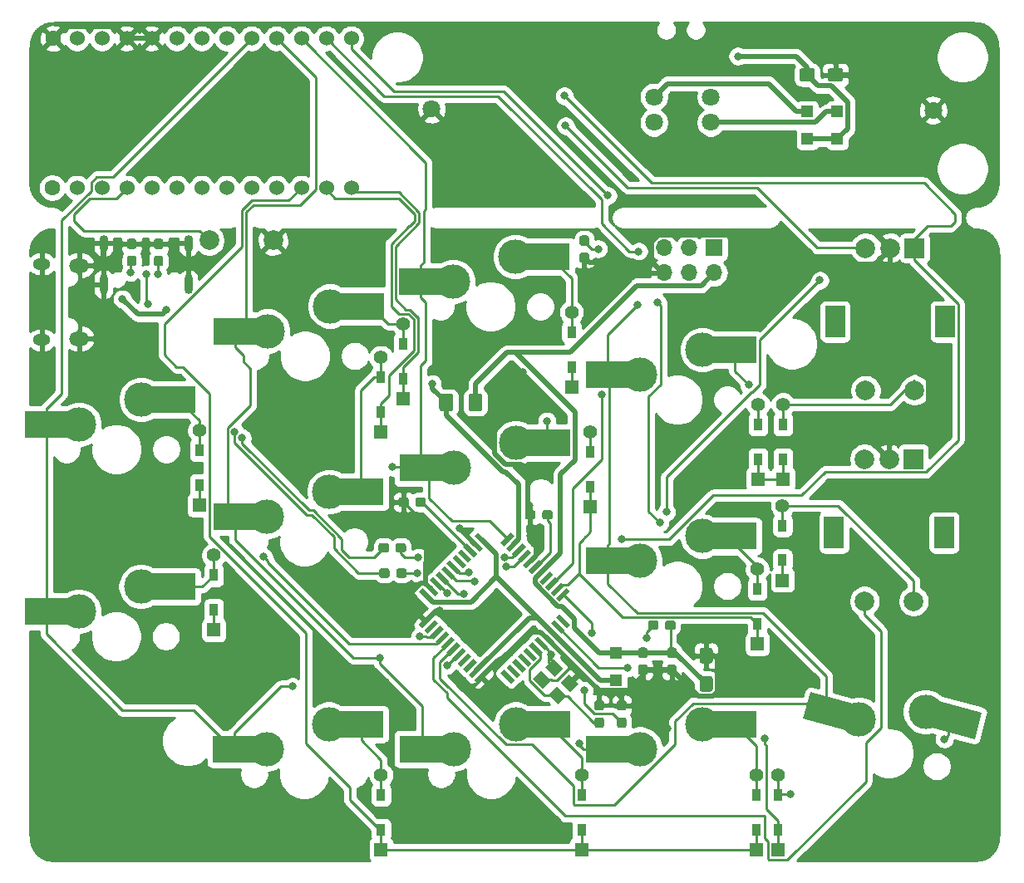
<source format=gbl>
G04 #@! TF.GenerationSoftware,KiCad,Pcbnew,(5.1.4-0-10_14)*
G04 #@! TF.CreationDate,2019-10-30T02:49:39+09:00*
G04 #@! TF.ProjectId,nilgiri_hotswap,6e696c67-6972-4695-9f68-6f7473776170,rev?*
G04 #@! TF.SameCoordinates,Original*
G04 #@! TF.FileFunction,Copper,L2,Bot*
G04 #@! TF.FilePolarity,Positive*
%FSLAX46Y46*%
G04 Gerber Fmt 4.6, Leading zero omitted, Abs format (unit mm)*
G04 Created by KiCad (PCBNEW (5.1.4-0-10_14)) date 2019-10-30 02:49:39*
%MOMM*%
%LPD*%
G04 APERTURE LIST*
%ADD10C,1.800000*%
%ADD11R,0.950000X1.300000*%
%ADD12C,1.397000*%
%ADD13R,1.397000X1.397000*%
%ADD14C,3.500000*%
%ADD15R,4.500000X2.800000*%
%ADD16C,0.100000*%
%ADD17C,0.950000*%
%ADD18C,2.000000*%
%ADD19C,2.800000*%
%ADD20O,0.900000X2.000000*%
%ADD21O,0.900000X1.700000*%
%ADD22C,1.600200*%
%ADD23R,1.200000X1.200000*%
%ADD24C,1.350000*%
%ADD25C,1.524000*%
%ADD26O,2.000000X1.450000*%
%ADD27O,1.800000X1.150000*%
%ADD28R,2.000000X3.200000*%
%ADD29R,2.000000X2.000000*%
%ADD30C,1.200000*%
%ADD31C,0.500000*%
%ADD32C,1.425000*%
%ADD33O,1.700000X1.700000*%
%ADD34R,1.700000X1.700000*%
%ADD35C,0.800000*%
%ADD36C,0.500000*%
%ADD37C,0.250000*%
%ADD38C,0.254000*%
G04 APERTURE END LIST*
D10*
X156146200Y-45700000D03*
X156146200Y-48300000D03*
X178800000Y-47050000D03*
D11*
X143891000Y-81918000D03*
D12*
X143891000Y-79883000D03*
D13*
X143891000Y-87503000D03*
D11*
X143891000Y-85468000D03*
D10*
X150353800Y-48300000D03*
X150353800Y-45700000D03*
X127700000Y-46950000D03*
D14*
X98140000Y-76520000D03*
X91790000Y-79060000D03*
D15*
X88515000Y-79060000D03*
X101442000Y-76520000D03*
D14*
X117340000Y-67020000D03*
X110990000Y-69560000D03*
D15*
X107715000Y-69560000D03*
X120642000Y-67020000D03*
D16*
G36*
X143516779Y-59815144D02*
G01*
X143539834Y-59818563D01*
X143562443Y-59824227D01*
X143584387Y-59832079D01*
X143605457Y-59842044D01*
X143625448Y-59854026D01*
X143644168Y-59867910D01*
X143661438Y-59883562D01*
X143677090Y-59900832D01*
X143690974Y-59919552D01*
X143702956Y-59939543D01*
X143712921Y-59960613D01*
X143720773Y-59982557D01*
X143726437Y-60005166D01*
X143729856Y-60028221D01*
X143731000Y-60051500D01*
X143731000Y-60626500D01*
X143729856Y-60649779D01*
X143726437Y-60672834D01*
X143720773Y-60695443D01*
X143712921Y-60717387D01*
X143702956Y-60738457D01*
X143690974Y-60758448D01*
X143677090Y-60777168D01*
X143661438Y-60794438D01*
X143644168Y-60810090D01*
X143625448Y-60823974D01*
X143605457Y-60835956D01*
X143584387Y-60845921D01*
X143562443Y-60853773D01*
X143539834Y-60859437D01*
X143516779Y-60862856D01*
X143493500Y-60864000D01*
X143018500Y-60864000D01*
X142995221Y-60862856D01*
X142972166Y-60859437D01*
X142949557Y-60853773D01*
X142927613Y-60845921D01*
X142906543Y-60835956D01*
X142886552Y-60823974D01*
X142867832Y-60810090D01*
X142850562Y-60794438D01*
X142834910Y-60777168D01*
X142821026Y-60758448D01*
X142809044Y-60738457D01*
X142799079Y-60717387D01*
X142791227Y-60695443D01*
X142785563Y-60672834D01*
X142782144Y-60649779D01*
X142781000Y-60626500D01*
X142781000Y-60051500D01*
X142782144Y-60028221D01*
X142785563Y-60005166D01*
X142791227Y-59982557D01*
X142799079Y-59960613D01*
X142809044Y-59939543D01*
X142821026Y-59919552D01*
X142834910Y-59900832D01*
X142850562Y-59883562D01*
X142867832Y-59867910D01*
X142886552Y-59854026D01*
X142906543Y-59842044D01*
X142927613Y-59832079D01*
X142949557Y-59824227D01*
X142972166Y-59818563D01*
X142995221Y-59815144D01*
X143018500Y-59814000D01*
X143493500Y-59814000D01*
X143516779Y-59815144D01*
X143516779Y-59815144D01*
G37*
D17*
X143256000Y-60339000D03*
D16*
G36*
X143516779Y-61565144D02*
G01*
X143539834Y-61568563D01*
X143562443Y-61574227D01*
X143584387Y-61582079D01*
X143605457Y-61592044D01*
X143625448Y-61604026D01*
X143644168Y-61617910D01*
X143661438Y-61633562D01*
X143677090Y-61650832D01*
X143690974Y-61669552D01*
X143702956Y-61689543D01*
X143712921Y-61710613D01*
X143720773Y-61732557D01*
X143726437Y-61755166D01*
X143729856Y-61778221D01*
X143731000Y-61801500D01*
X143731000Y-62376500D01*
X143729856Y-62399779D01*
X143726437Y-62422834D01*
X143720773Y-62445443D01*
X143712921Y-62467387D01*
X143702956Y-62488457D01*
X143690974Y-62508448D01*
X143677090Y-62527168D01*
X143661438Y-62544438D01*
X143644168Y-62560090D01*
X143625448Y-62573974D01*
X143605457Y-62585956D01*
X143584387Y-62595921D01*
X143562443Y-62603773D01*
X143539834Y-62609437D01*
X143516779Y-62612856D01*
X143493500Y-62614000D01*
X143018500Y-62614000D01*
X142995221Y-62612856D01*
X142972166Y-62609437D01*
X142949557Y-62603773D01*
X142927613Y-62595921D01*
X142906543Y-62585956D01*
X142886552Y-62573974D01*
X142867832Y-62560090D01*
X142850562Y-62544438D01*
X142834910Y-62527168D01*
X142821026Y-62508448D01*
X142809044Y-62488457D01*
X142799079Y-62467387D01*
X142791227Y-62445443D01*
X142785563Y-62422834D01*
X142782144Y-62399779D01*
X142781000Y-62376500D01*
X142781000Y-61801500D01*
X142782144Y-61778221D01*
X142785563Y-61755166D01*
X142791227Y-61732557D01*
X142799079Y-61710613D01*
X142809044Y-61689543D01*
X142821026Y-61669552D01*
X142834910Y-61650832D01*
X142850562Y-61633562D01*
X142867832Y-61617910D01*
X142886552Y-61604026D01*
X142906543Y-61592044D01*
X142927613Y-61582079D01*
X142949557Y-61574227D01*
X142972166Y-61568563D01*
X142995221Y-61565144D01*
X143018500Y-61564000D01*
X143493500Y-61564000D01*
X143516779Y-61565144D01*
X143516779Y-61565144D01*
G37*
D17*
X143256000Y-62089000D03*
D14*
X117240000Y-109620000D03*
X110890000Y-112160000D03*
D15*
X107615000Y-112160000D03*
X120542000Y-109620000D03*
D18*
X105055600Y-60325000D03*
X111555600Y-60325000D03*
D16*
G36*
X147326779Y-107186144D02*
G01*
X147349834Y-107189563D01*
X147372443Y-107195227D01*
X147394387Y-107203079D01*
X147415457Y-107213044D01*
X147435448Y-107225026D01*
X147454168Y-107238910D01*
X147471438Y-107254562D01*
X147487090Y-107271832D01*
X147500974Y-107290552D01*
X147512956Y-107310543D01*
X147522921Y-107331613D01*
X147530773Y-107353557D01*
X147536437Y-107376166D01*
X147539856Y-107399221D01*
X147541000Y-107422500D01*
X147541000Y-107997500D01*
X147539856Y-108020779D01*
X147536437Y-108043834D01*
X147530773Y-108066443D01*
X147522921Y-108088387D01*
X147512956Y-108109457D01*
X147500974Y-108129448D01*
X147487090Y-108148168D01*
X147471438Y-108165438D01*
X147454168Y-108181090D01*
X147435448Y-108194974D01*
X147415457Y-108206956D01*
X147394387Y-108216921D01*
X147372443Y-108224773D01*
X147349834Y-108230437D01*
X147326779Y-108233856D01*
X147303500Y-108235000D01*
X146828500Y-108235000D01*
X146805221Y-108233856D01*
X146782166Y-108230437D01*
X146759557Y-108224773D01*
X146737613Y-108216921D01*
X146716543Y-108206956D01*
X146696552Y-108194974D01*
X146677832Y-108181090D01*
X146660562Y-108165438D01*
X146644910Y-108148168D01*
X146631026Y-108129448D01*
X146619044Y-108109457D01*
X146609079Y-108088387D01*
X146601227Y-108066443D01*
X146595563Y-108043834D01*
X146592144Y-108020779D01*
X146591000Y-107997500D01*
X146591000Y-107422500D01*
X146592144Y-107399221D01*
X146595563Y-107376166D01*
X146601227Y-107353557D01*
X146609079Y-107331613D01*
X146619044Y-107310543D01*
X146631026Y-107290552D01*
X146644910Y-107271832D01*
X146660562Y-107254562D01*
X146677832Y-107238910D01*
X146696552Y-107225026D01*
X146716543Y-107213044D01*
X146737613Y-107203079D01*
X146759557Y-107195227D01*
X146782166Y-107189563D01*
X146805221Y-107186144D01*
X146828500Y-107185000D01*
X147303500Y-107185000D01*
X147326779Y-107186144D01*
X147326779Y-107186144D01*
G37*
D17*
X147066000Y-107710000D03*
D16*
G36*
X147326779Y-108936144D02*
G01*
X147349834Y-108939563D01*
X147372443Y-108945227D01*
X147394387Y-108953079D01*
X147415457Y-108963044D01*
X147435448Y-108975026D01*
X147454168Y-108988910D01*
X147471438Y-109004562D01*
X147487090Y-109021832D01*
X147500974Y-109040552D01*
X147512956Y-109060543D01*
X147522921Y-109081613D01*
X147530773Y-109103557D01*
X147536437Y-109126166D01*
X147539856Y-109149221D01*
X147541000Y-109172500D01*
X147541000Y-109747500D01*
X147539856Y-109770779D01*
X147536437Y-109793834D01*
X147530773Y-109816443D01*
X147522921Y-109838387D01*
X147512956Y-109859457D01*
X147500974Y-109879448D01*
X147487090Y-109898168D01*
X147471438Y-109915438D01*
X147454168Y-109931090D01*
X147435448Y-109944974D01*
X147415457Y-109956956D01*
X147394387Y-109966921D01*
X147372443Y-109974773D01*
X147349834Y-109980437D01*
X147326779Y-109983856D01*
X147303500Y-109985000D01*
X146828500Y-109985000D01*
X146805221Y-109983856D01*
X146782166Y-109980437D01*
X146759557Y-109974773D01*
X146737613Y-109966921D01*
X146716543Y-109956956D01*
X146696552Y-109944974D01*
X146677832Y-109931090D01*
X146660562Y-109915438D01*
X146644910Y-109898168D01*
X146631026Y-109879448D01*
X146619044Y-109859457D01*
X146609079Y-109838387D01*
X146601227Y-109816443D01*
X146595563Y-109793834D01*
X146592144Y-109770779D01*
X146591000Y-109747500D01*
X146591000Y-109172500D01*
X146592144Y-109149221D01*
X146595563Y-109126166D01*
X146601227Y-109103557D01*
X146609079Y-109081613D01*
X146619044Y-109060543D01*
X146631026Y-109040552D01*
X146644910Y-109021832D01*
X146660562Y-109004562D01*
X146677832Y-108988910D01*
X146696552Y-108975026D01*
X146716543Y-108963044D01*
X146737613Y-108953079D01*
X146759557Y-108945227D01*
X146782166Y-108939563D01*
X146805221Y-108936144D01*
X146828500Y-108935000D01*
X147303500Y-108935000D01*
X147326779Y-108936144D01*
X147326779Y-108936144D01*
G37*
D17*
X147066000Y-109460000D03*
D14*
X136290000Y-80970000D03*
X129940000Y-83510000D03*
D15*
X126665000Y-83510000D03*
X139592000Y-80970000D03*
D14*
X178018252Y-108350497D03*
X171227223Y-109160448D03*
D19*
X168063816Y-108312815D03*
D16*
G36*
X165528136Y-109082768D02*
G01*
X166252830Y-106378176D01*
X170599496Y-107542862D01*
X169874802Y-110247454D01*
X165528136Y-109082768D01*
X165528136Y-109082768D01*
G37*
D19*
X181207739Y-109205118D03*
D16*
G36*
X178672059Y-109975071D02*
G01*
X179396753Y-107270479D01*
X183743419Y-108435165D01*
X183018725Y-111139757D01*
X178672059Y-109975071D01*
X178672059Y-109975071D01*
G37*
D14*
X155290000Y-90470000D03*
X148940000Y-93010000D03*
D15*
X145665000Y-93010000D03*
X158592000Y-90470000D03*
D14*
X155290000Y-71470000D03*
X148940000Y-74010000D03*
D15*
X145665000Y-74010000D03*
X158592000Y-71470000D03*
D14*
X155290000Y-109620000D03*
X148940000Y-112160000D03*
D15*
X145665000Y-112160000D03*
X158592000Y-109620000D03*
D14*
X136240000Y-61970000D03*
X129890000Y-64510000D03*
D15*
X126615000Y-64510000D03*
X139542000Y-61970000D03*
D14*
X136290000Y-109620000D03*
X129940000Y-112160000D03*
D15*
X126665000Y-112160000D03*
X139592000Y-109620000D03*
D14*
X117290000Y-85920000D03*
X110940000Y-88460000D03*
D15*
X107665000Y-88460000D03*
X120592000Y-85920000D03*
D14*
X98100000Y-95600000D03*
X91750000Y-98140000D03*
D15*
X88475000Y-98140000D03*
X101402000Y-95600000D03*
D20*
X102922800Y-64795000D03*
X94282800Y-64795000D03*
D21*
X102922800Y-60625000D03*
X94282800Y-60625000D03*
D22*
X89150000Y-39750000D03*
X89050000Y-54950000D03*
D23*
X165984000Y-47194000D03*
X165984000Y-49994000D03*
D16*
G36*
X166524505Y-42776204D02*
G01*
X166548773Y-42779804D01*
X166572572Y-42785765D01*
X166595671Y-42794030D01*
X166617850Y-42804520D01*
X166638893Y-42817132D01*
X166658599Y-42831747D01*
X166676777Y-42848223D01*
X166693253Y-42866401D01*
X166707868Y-42886107D01*
X166720480Y-42907150D01*
X166730970Y-42929329D01*
X166739235Y-42952428D01*
X166745196Y-42976227D01*
X166748796Y-43000495D01*
X166750000Y-43024999D01*
X166750000Y-43875001D01*
X166748796Y-43899505D01*
X166745196Y-43923773D01*
X166739235Y-43947572D01*
X166730970Y-43970671D01*
X166720480Y-43992850D01*
X166707868Y-44013893D01*
X166693253Y-44033599D01*
X166676777Y-44051777D01*
X166658599Y-44068253D01*
X166638893Y-44082868D01*
X166617850Y-44095480D01*
X166595671Y-44105970D01*
X166572572Y-44114235D01*
X166548773Y-44120196D01*
X166524505Y-44123796D01*
X166500001Y-44125000D01*
X165424999Y-44125000D01*
X165400495Y-44123796D01*
X165376227Y-44120196D01*
X165352428Y-44114235D01*
X165329329Y-44105970D01*
X165307150Y-44095480D01*
X165286107Y-44082868D01*
X165266401Y-44068253D01*
X165248223Y-44051777D01*
X165231747Y-44033599D01*
X165217132Y-44013893D01*
X165204520Y-43992850D01*
X165194030Y-43970671D01*
X165185765Y-43947572D01*
X165179804Y-43923773D01*
X165176204Y-43899505D01*
X165175000Y-43875001D01*
X165175000Y-43024999D01*
X165176204Y-43000495D01*
X165179804Y-42976227D01*
X165185765Y-42952428D01*
X165194030Y-42929329D01*
X165204520Y-42907150D01*
X165217132Y-42886107D01*
X165231747Y-42866401D01*
X165248223Y-42848223D01*
X165266401Y-42831747D01*
X165286107Y-42817132D01*
X165307150Y-42804520D01*
X165329329Y-42794030D01*
X165352428Y-42785765D01*
X165376227Y-42779804D01*
X165400495Y-42776204D01*
X165424999Y-42775000D01*
X166500001Y-42775000D01*
X166524505Y-42776204D01*
X166524505Y-42776204D01*
G37*
D24*
X165962500Y-43450000D03*
D16*
G36*
X169399505Y-42776204D02*
G01*
X169423773Y-42779804D01*
X169447572Y-42785765D01*
X169470671Y-42794030D01*
X169492850Y-42804520D01*
X169513893Y-42817132D01*
X169533599Y-42831747D01*
X169551777Y-42848223D01*
X169568253Y-42866401D01*
X169582868Y-42886107D01*
X169595480Y-42907150D01*
X169605970Y-42929329D01*
X169614235Y-42952428D01*
X169620196Y-42976227D01*
X169623796Y-43000495D01*
X169625000Y-43024999D01*
X169625000Y-43875001D01*
X169623796Y-43899505D01*
X169620196Y-43923773D01*
X169614235Y-43947572D01*
X169605970Y-43970671D01*
X169595480Y-43992850D01*
X169582868Y-44013893D01*
X169568253Y-44033599D01*
X169551777Y-44051777D01*
X169533599Y-44068253D01*
X169513893Y-44082868D01*
X169492850Y-44095480D01*
X169470671Y-44105970D01*
X169447572Y-44114235D01*
X169423773Y-44120196D01*
X169399505Y-44123796D01*
X169375001Y-44125000D01*
X168299999Y-44125000D01*
X168275495Y-44123796D01*
X168251227Y-44120196D01*
X168227428Y-44114235D01*
X168204329Y-44105970D01*
X168182150Y-44095480D01*
X168161107Y-44082868D01*
X168141401Y-44068253D01*
X168123223Y-44051777D01*
X168106747Y-44033599D01*
X168092132Y-44013893D01*
X168079520Y-43992850D01*
X168069030Y-43970671D01*
X168060765Y-43947572D01*
X168054804Y-43923773D01*
X168051204Y-43899505D01*
X168050000Y-43875001D01*
X168050000Y-43024999D01*
X168051204Y-43000495D01*
X168054804Y-42976227D01*
X168060765Y-42952428D01*
X168069030Y-42929329D01*
X168079520Y-42907150D01*
X168092132Y-42886107D01*
X168106747Y-42866401D01*
X168123223Y-42848223D01*
X168141401Y-42831747D01*
X168161107Y-42817132D01*
X168182150Y-42804520D01*
X168204329Y-42794030D01*
X168227428Y-42785765D01*
X168251227Y-42779804D01*
X168275495Y-42776204D01*
X168299999Y-42775000D01*
X169375001Y-42775000D01*
X169399505Y-42776204D01*
X169399505Y-42776204D01*
G37*
D24*
X168837500Y-43450000D03*
D23*
X169032000Y-47194000D03*
X169032000Y-49994000D03*
D25*
X91572000Y-39738600D03*
X94112000Y-39738600D03*
X96652000Y-39738600D03*
X99192000Y-39738600D03*
X101732000Y-39738600D03*
X104272000Y-39738600D03*
X106812000Y-39738600D03*
X109352000Y-39738600D03*
X111892000Y-39738600D03*
X114432000Y-39738600D03*
X116972000Y-39738600D03*
X119512000Y-39738600D03*
X119512000Y-54958600D03*
X116972000Y-54958600D03*
X114432000Y-54958600D03*
X111892000Y-54958600D03*
X109352000Y-54958600D03*
X106812000Y-54958600D03*
X104272000Y-54958600D03*
X101732000Y-54958600D03*
X99192000Y-54958600D03*
X96652000Y-54958600D03*
X94112000Y-54958600D03*
X91572000Y-54958600D03*
D26*
X91791400Y-62873800D03*
X91791400Y-70323800D03*
D27*
X87991400Y-62723800D03*
X87991400Y-70473800D03*
D18*
X171900000Y-75600000D03*
X176900000Y-75600000D03*
D28*
X168800000Y-68600000D03*
X180000000Y-68600000D03*
D18*
X171900000Y-61100000D03*
X174400000Y-61100000D03*
D29*
X176900000Y-61100000D03*
D16*
G36*
X138060779Y-87826144D02*
G01*
X138083834Y-87829563D01*
X138106443Y-87835227D01*
X138128387Y-87843079D01*
X138149457Y-87853044D01*
X138169448Y-87865026D01*
X138188168Y-87878910D01*
X138205438Y-87894562D01*
X138221090Y-87911832D01*
X138234974Y-87930552D01*
X138246956Y-87950543D01*
X138256921Y-87971613D01*
X138264773Y-87993557D01*
X138270437Y-88016166D01*
X138273856Y-88039221D01*
X138275000Y-88062500D01*
X138275000Y-88537500D01*
X138273856Y-88560779D01*
X138270437Y-88583834D01*
X138264773Y-88606443D01*
X138256921Y-88628387D01*
X138246956Y-88649457D01*
X138234974Y-88669448D01*
X138221090Y-88688168D01*
X138205438Y-88705438D01*
X138188168Y-88721090D01*
X138169448Y-88734974D01*
X138149457Y-88746956D01*
X138128387Y-88756921D01*
X138106443Y-88764773D01*
X138083834Y-88770437D01*
X138060779Y-88773856D01*
X138037500Y-88775000D01*
X137462500Y-88775000D01*
X137439221Y-88773856D01*
X137416166Y-88770437D01*
X137393557Y-88764773D01*
X137371613Y-88756921D01*
X137350543Y-88746956D01*
X137330552Y-88734974D01*
X137311832Y-88721090D01*
X137294562Y-88705438D01*
X137278910Y-88688168D01*
X137265026Y-88669448D01*
X137253044Y-88649457D01*
X137243079Y-88628387D01*
X137235227Y-88606443D01*
X137229563Y-88583834D01*
X137226144Y-88560779D01*
X137225000Y-88537500D01*
X137225000Y-88062500D01*
X137226144Y-88039221D01*
X137229563Y-88016166D01*
X137235227Y-87993557D01*
X137243079Y-87971613D01*
X137253044Y-87950543D01*
X137265026Y-87930552D01*
X137278910Y-87911832D01*
X137294562Y-87894562D01*
X137311832Y-87878910D01*
X137330552Y-87865026D01*
X137350543Y-87853044D01*
X137371613Y-87843079D01*
X137393557Y-87835227D01*
X137416166Y-87829563D01*
X137439221Y-87826144D01*
X137462500Y-87825000D01*
X138037500Y-87825000D01*
X138060779Y-87826144D01*
X138060779Y-87826144D01*
G37*
D17*
X137750000Y-88300000D03*
D16*
G36*
X139810779Y-87826144D02*
G01*
X139833834Y-87829563D01*
X139856443Y-87835227D01*
X139878387Y-87843079D01*
X139899457Y-87853044D01*
X139919448Y-87865026D01*
X139938168Y-87878910D01*
X139955438Y-87894562D01*
X139971090Y-87911832D01*
X139984974Y-87930552D01*
X139996956Y-87950543D01*
X140006921Y-87971613D01*
X140014773Y-87993557D01*
X140020437Y-88016166D01*
X140023856Y-88039221D01*
X140025000Y-88062500D01*
X140025000Y-88537500D01*
X140023856Y-88560779D01*
X140020437Y-88583834D01*
X140014773Y-88606443D01*
X140006921Y-88628387D01*
X139996956Y-88649457D01*
X139984974Y-88669448D01*
X139971090Y-88688168D01*
X139955438Y-88705438D01*
X139938168Y-88721090D01*
X139919448Y-88734974D01*
X139899457Y-88746956D01*
X139878387Y-88756921D01*
X139856443Y-88764773D01*
X139833834Y-88770437D01*
X139810779Y-88773856D01*
X139787500Y-88775000D01*
X139212500Y-88775000D01*
X139189221Y-88773856D01*
X139166166Y-88770437D01*
X139143557Y-88764773D01*
X139121613Y-88756921D01*
X139100543Y-88746956D01*
X139080552Y-88734974D01*
X139061832Y-88721090D01*
X139044562Y-88705438D01*
X139028910Y-88688168D01*
X139015026Y-88669448D01*
X139003044Y-88649457D01*
X138993079Y-88628387D01*
X138985227Y-88606443D01*
X138979563Y-88583834D01*
X138976144Y-88560779D01*
X138975000Y-88537500D01*
X138975000Y-88062500D01*
X138976144Y-88039221D01*
X138979563Y-88016166D01*
X138985227Y-87993557D01*
X138993079Y-87971613D01*
X139003044Y-87950543D01*
X139015026Y-87930552D01*
X139028910Y-87911832D01*
X139044562Y-87894562D01*
X139061832Y-87878910D01*
X139080552Y-87865026D01*
X139100543Y-87853044D01*
X139121613Y-87843079D01*
X139143557Y-87835227D01*
X139166166Y-87829563D01*
X139189221Y-87826144D01*
X139212500Y-87825000D01*
X139787500Y-87825000D01*
X139810779Y-87826144D01*
X139810779Y-87826144D01*
G37*
D17*
X139500000Y-88300000D03*
D16*
G36*
X123197279Y-93760144D02*
G01*
X123220334Y-93763563D01*
X123242943Y-93769227D01*
X123264887Y-93777079D01*
X123285957Y-93787044D01*
X123305948Y-93799026D01*
X123324668Y-93812910D01*
X123341938Y-93828562D01*
X123357590Y-93845832D01*
X123371474Y-93864552D01*
X123383456Y-93884543D01*
X123393421Y-93905613D01*
X123401273Y-93927557D01*
X123406937Y-93950166D01*
X123410356Y-93973221D01*
X123411500Y-93996500D01*
X123411500Y-94471500D01*
X123410356Y-94494779D01*
X123406937Y-94517834D01*
X123401273Y-94540443D01*
X123393421Y-94562387D01*
X123383456Y-94583457D01*
X123371474Y-94603448D01*
X123357590Y-94622168D01*
X123341938Y-94639438D01*
X123324668Y-94655090D01*
X123305948Y-94668974D01*
X123285957Y-94680956D01*
X123264887Y-94690921D01*
X123242943Y-94698773D01*
X123220334Y-94704437D01*
X123197279Y-94707856D01*
X123174000Y-94709000D01*
X122599000Y-94709000D01*
X122575721Y-94707856D01*
X122552666Y-94704437D01*
X122530057Y-94698773D01*
X122508113Y-94690921D01*
X122487043Y-94680956D01*
X122467052Y-94668974D01*
X122448332Y-94655090D01*
X122431062Y-94639438D01*
X122415410Y-94622168D01*
X122401526Y-94603448D01*
X122389544Y-94583457D01*
X122379579Y-94562387D01*
X122371727Y-94540443D01*
X122366063Y-94517834D01*
X122362644Y-94494779D01*
X122361500Y-94471500D01*
X122361500Y-93996500D01*
X122362644Y-93973221D01*
X122366063Y-93950166D01*
X122371727Y-93927557D01*
X122379579Y-93905613D01*
X122389544Y-93884543D01*
X122401526Y-93864552D01*
X122415410Y-93845832D01*
X122431062Y-93828562D01*
X122448332Y-93812910D01*
X122467052Y-93799026D01*
X122487043Y-93787044D01*
X122508113Y-93777079D01*
X122530057Y-93769227D01*
X122552666Y-93763563D01*
X122575721Y-93760144D01*
X122599000Y-93759000D01*
X123174000Y-93759000D01*
X123197279Y-93760144D01*
X123197279Y-93760144D01*
G37*
D17*
X122886500Y-94234000D03*
D16*
G36*
X124947279Y-93760144D02*
G01*
X124970334Y-93763563D01*
X124992943Y-93769227D01*
X125014887Y-93777079D01*
X125035957Y-93787044D01*
X125055948Y-93799026D01*
X125074668Y-93812910D01*
X125091938Y-93828562D01*
X125107590Y-93845832D01*
X125121474Y-93864552D01*
X125133456Y-93884543D01*
X125143421Y-93905613D01*
X125151273Y-93927557D01*
X125156937Y-93950166D01*
X125160356Y-93973221D01*
X125161500Y-93996500D01*
X125161500Y-94471500D01*
X125160356Y-94494779D01*
X125156937Y-94517834D01*
X125151273Y-94540443D01*
X125143421Y-94562387D01*
X125133456Y-94583457D01*
X125121474Y-94603448D01*
X125107590Y-94622168D01*
X125091938Y-94639438D01*
X125074668Y-94655090D01*
X125055948Y-94668974D01*
X125035957Y-94680956D01*
X125014887Y-94690921D01*
X124992943Y-94698773D01*
X124970334Y-94704437D01*
X124947279Y-94707856D01*
X124924000Y-94709000D01*
X124349000Y-94709000D01*
X124325721Y-94707856D01*
X124302666Y-94704437D01*
X124280057Y-94698773D01*
X124258113Y-94690921D01*
X124237043Y-94680956D01*
X124217052Y-94668974D01*
X124198332Y-94655090D01*
X124181062Y-94639438D01*
X124165410Y-94622168D01*
X124151526Y-94603448D01*
X124139544Y-94583457D01*
X124129579Y-94562387D01*
X124121727Y-94540443D01*
X124116063Y-94517834D01*
X124112644Y-94494779D01*
X124111500Y-94471500D01*
X124111500Y-93996500D01*
X124112644Y-93973221D01*
X124116063Y-93950166D01*
X124121727Y-93927557D01*
X124129579Y-93905613D01*
X124139544Y-93884543D01*
X124151526Y-93864552D01*
X124165410Y-93845832D01*
X124181062Y-93828562D01*
X124198332Y-93812910D01*
X124217052Y-93799026D01*
X124237043Y-93787044D01*
X124258113Y-93777079D01*
X124280057Y-93769227D01*
X124302666Y-93763563D01*
X124325721Y-93760144D01*
X124349000Y-93759000D01*
X124924000Y-93759000D01*
X124947279Y-93760144D01*
X124947279Y-93760144D01*
G37*
D17*
X124636500Y-94234000D03*
D30*
X141713858Y-105459777D03*
D16*
G36*
X142633097Y-105530488D02*
G01*
X141784569Y-106379016D01*
X140794619Y-105389066D01*
X141643147Y-104540538D01*
X142633097Y-105530488D01*
X142633097Y-105530488D01*
G37*
D30*
X140158223Y-103904142D03*
D16*
G36*
X141077462Y-103974853D02*
G01*
X140228934Y-104823381D01*
X139238984Y-103833431D01*
X140087512Y-102984903D01*
X141077462Y-103974853D01*
X141077462Y-103974853D01*
G37*
D30*
X138956142Y-105106223D03*
D16*
G36*
X139875381Y-105176934D02*
G01*
X139026853Y-106025462D01*
X138036903Y-105035512D01*
X138885431Y-104186984D01*
X139875381Y-105176934D01*
X139875381Y-105176934D01*
G37*
D30*
X140511777Y-106661858D03*
D16*
G36*
X141431016Y-106732569D02*
G01*
X140582488Y-107581097D01*
X139592538Y-106591147D01*
X140441066Y-105742619D01*
X141431016Y-106732569D01*
X141431016Y-106732569D01*
G37*
D31*
X132768497Y-90789643D03*
D16*
G36*
X132414944Y-90082536D02*
G01*
X133475604Y-91143196D01*
X133122050Y-91496750D01*
X132061390Y-90436090D01*
X132414944Y-90082536D01*
X132414944Y-90082536D01*
G37*
D31*
X132202812Y-91355328D03*
D16*
G36*
X131849259Y-90648221D02*
G01*
X132909919Y-91708881D01*
X132556365Y-92062435D01*
X131495705Y-91001775D01*
X131849259Y-90648221D01*
X131849259Y-90648221D01*
G37*
D31*
X131637126Y-91921014D03*
D16*
G36*
X131283573Y-91213907D02*
G01*
X132344233Y-92274567D01*
X131990679Y-92628121D01*
X130930019Y-91567461D01*
X131283573Y-91213907D01*
X131283573Y-91213907D01*
G37*
D31*
X131071441Y-92486699D03*
D16*
G36*
X130717888Y-91779592D02*
G01*
X131778548Y-92840252D01*
X131424994Y-93193806D01*
X130364334Y-92133146D01*
X130717888Y-91779592D01*
X130717888Y-91779592D01*
G37*
D31*
X130505755Y-93052385D03*
D16*
G36*
X130152202Y-92345278D02*
G01*
X131212862Y-93405938D01*
X130859308Y-93759492D01*
X129798648Y-92698832D01*
X130152202Y-92345278D01*
X130152202Y-92345278D01*
G37*
D31*
X129940070Y-93618070D03*
D16*
G36*
X129586517Y-92910963D02*
G01*
X130647177Y-93971623D01*
X130293623Y-94325177D01*
X129232963Y-93264517D01*
X129586517Y-92910963D01*
X129586517Y-92910963D01*
G37*
D31*
X129374385Y-94183755D03*
D16*
G36*
X129020832Y-93476648D02*
G01*
X130081492Y-94537308D01*
X129727938Y-94890862D01*
X128667278Y-93830202D01*
X129020832Y-93476648D01*
X129020832Y-93476648D01*
G37*
D31*
X128808699Y-94749441D03*
D16*
G36*
X128455146Y-94042334D02*
G01*
X129515806Y-95102994D01*
X129162252Y-95456548D01*
X128101592Y-94395888D01*
X128455146Y-94042334D01*
X128455146Y-94042334D01*
G37*
D31*
X128243014Y-95315126D03*
D16*
G36*
X127889461Y-94608019D02*
G01*
X128950121Y-95668679D01*
X128596567Y-96022233D01*
X127535907Y-94961573D01*
X127889461Y-94608019D01*
X127889461Y-94608019D01*
G37*
D31*
X127677328Y-95880812D03*
D16*
G36*
X127323775Y-95173705D02*
G01*
X128384435Y-96234365D01*
X128030881Y-96587919D01*
X126970221Y-95527259D01*
X127323775Y-95173705D01*
X127323775Y-95173705D01*
G37*
D31*
X127111643Y-96446497D03*
D16*
G36*
X126758090Y-95739390D02*
G01*
X127818750Y-96800050D01*
X127465196Y-97153604D01*
X126404536Y-96092944D01*
X126758090Y-95739390D01*
X126758090Y-95739390D01*
G37*
D31*
X127111643Y-99133503D03*
D16*
G36*
X127465196Y-98426396D02*
G01*
X127818750Y-98779950D01*
X126758090Y-99840610D01*
X126404536Y-99487056D01*
X127465196Y-98426396D01*
X127465196Y-98426396D01*
G37*
D31*
X127677328Y-99699188D03*
D16*
G36*
X128030881Y-98992081D02*
G01*
X128384435Y-99345635D01*
X127323775Y-100406295D01*
X126970221Y-100052741D01*
X128030881Y-98992081D01*
X128030881Y-98992081D01*
G37*
D31*
X128243014Y-100264874D03*
D16*
G36*
X128596567Y-99557767D02*
G01*
X128950121Y-99911321D01*
X127889461Y-100971981D01*
X127535907Y-100618427D01*
X128596567Y-99557767D01*
X128596567Y-99557767D01*
G37*
D31*
X128808699Y-100830559D03*
D16*
G36*
X129162252Y-100123452D02*
G01*
X129515806Y-100477006D01*
X128455146Y-101537666D01*
X128101592Y-101184112D01*
X129162252Y-100123452D01*
X129162252Y-100123452D01*
G37*
D31*
X129374385Y-101396245D03*
D16*
G36*
X129727938Y-100689138D02*
G01*
X130081492Y-101042692D01*
X129020832Y-102103352D01*
X128667278Y-101749798D01*
X129727938Y-100689138D01*
X129727938Y-100689138D01*
G37*
D31*
X129940070Y-101961930D03*
D16*
G36*
X130293623Y-101254823D02*
G01*
X130647177Y-101608377D01*
X129586517Y-102669037D01*
X129232963Y-102315483D01*
X130293623Y-101254823D01*
X130293623Y-101254823D01*
G37*
D31*
X130505755Y-102527615D03*
D16*
G36*
X130859308Y-101820508D02*
G01*
X131212862Y-102174062D01*
X130152202Y-103234722D01*
X129798648Y-102881168D01*
X130859308Y-101820508D01*
X130859308Y-101820508D01*
G37*
D31*
X131071441Y-103093301D03*
D16*
G36*
X131424994Y-102386194D02*
G01*
X131778548Y-102739748D01*
X130717888Y-103800408D01*
X130364334Y-103446854D01*
X131424994Y-102386194D01*
X131424994Y-102386194D01*
G37*
D31*
X131637126Y-103658986D03*
D16*
G36*
X131990679Y-102951879D02*
G01*
X132344233Y-103305433D01*
X131283573Y-104366093D01*
X130930019Y-104012539D01*
X131990679Y-102951879D01*
X131990679Y-102951879D01*
G37*
D31*
X132202812Y-104224672D03*
D16*
G36*
X132556365Y-103517565D02*
G01*
X132909919Y-103871119D01*
X131849259Y-104931779D01*
X131495705Y-104578225D01*
X132556365Y-103517565D01*
X132556365Y-103517565D01*
G37*
D31*
X132768497Y-104790357D03*
D16*
G36*
X133122050Y-104083250D02*
G01*
X133475604Y-104436804D01*
X132414944Y-105497464D01*
X132061390Y-105143910D01*
X133122050Y-104083250D01*
X133122050Y-104083250D01*
G37*
D31*
X135455503Y-104790357D03*
D16*
G36*
X135101950Y-104083250D02*
G01*
X136162610Y-105143910D01*
X135809056Y-105497464D01*
X134748396Y-104436804D01*
X135101950Y-104083250D01*
X135101950Y-104083250D01*
G37*
D31*
X136021188Y-104224672D03*
D16*
G36*
X135667635Y-103517565D02*
G01*
X136728295Y-104578225D01*
X136374741Y-104931779D01*
X135314081Y-103871119D01*
X135667635Y-103517565D01*
X135667635Y-103517565D01*
G37*
D31*
X136586874Y-103658986D03*
D16*
G36*
X136233321Y-102951879D02*
G01*
X137293981Y-104012539D01*
X136940427Y-104366093D01*
X135879767Y-103305433D01*
X136233321Y-102951879D01*
X136233321Y-102951879D01*
G37*
D31*
X137152559Y-103093301D03*
D16*
G36*
X136799006Y-102386194D02*
G01*
X137859666Y-103446854D01*
X137506112Y-103800408D01*
X136445452Y-102739748D01*
X136799006Y-102386194D01*
X136799006Y-102386194D01*
G37*
D31*
X137718245Y-102527615D03*
D16*
G36*
X137364692Y-101820508D02*
G01*
X138425352Y-102881168D01*
X138071798Y-103234722D01*
X137011138Y-102174062D01*
X137364692Y-101820508D01*
X137364692Y-101820508D01*
G37*
D31*
X138283930Y-101961930D03*
D16*
G36*
X137930377Y-101254823D02*
G01*
X138991037Y-102315483D01*
X138637483Y-102669037D01*
X137576823Y-101608377D01*
X137930377Y-101254823D01*
X137930377Y-101254823D01*
G37*
D31*
X138849615Y-101396245D03*
D16*
G36*
X138496062Y-100689138D02*
G01*
X139556722Y-101749798D01*
X139203168Y-102103352D01*
X138142508Y-101042692D01*
X138496062Y-100689138D01*
X138496062Y-100689138D01*
G37*
D31*
X139415301Y-100830559D03*
D16*
G36*
X139061748Y-100123452D02*
G01*
X140122408Y-101184112D01*
X139768854Y-101537666D01*
X138708194Y-100477006D01*
X139061748Y-100123452D01*
X139061748Y-100123452D01*
G37*
D31*
X139980986Y-100264874D03*
D16*
G36*
X139627433Y-99557767D02*
G01*
X140688093Y-100618427D01*
X140334539Y-100971981D01*
X139273879Y-99911321D01*
X139627433Y-99557767D01*
X139627433Y-99557767D01*
G37*
D31*
X140546672Y-99699188D03*
D16*
G36*
X140193119Y-98992081D02*
G01*
X141253779Y-100052741D01*
X140900225Y-100406295D01*
X139839565Y-99345635D01*
X140193119Y-98992081D01*
X140193119Y-98992081D01*
G37*
D31*
X141112357Y-99133503D03*
D16*
G36*
X140758804Y-98426396D02*
G01*
X141819464Y-99487056D01*
X141465910Y-99840610D01*
X140405250Y-98779950D01*
X140758804Y-98426396D01*
X140758804Y-98426396D01*
G37*
D31*
X141112357Y-96446497D03*
D16*
G36*
X141465910Y-95739390D02*
G01*
X141819464Y-96092944D01*
X140758804Y-97153604D01*
X140405250Y-96800050D01*
X141465910Y-95739390D01*
X141465910Y-95739390D01*
G37*
D31*
X140546672Y-95880812D03*
D16*
G36*
X140900225Y-95173705D02*
G01*
X141253779Y-95527259D01*
X140193119Y-96587919D01*
X139839565Y-96234365D01*
X140900225Y-95173705D01*
X140900225Y-95173705D01*
G37*
D31*
X139980986Y-95315126D03*
D16*
G36*
X140334539Y-94608019D02*
G01*
X140688093Y-94961573D01*
X139627433Y-96022233D01*
X139273879Y-95668679D01*
X140334539Y-94608019D01*
X140334539Y-94608019D01*
G37*
D31*
X139415301Y-94749441D03*
D16*
G36*
X139768854Y-94042334D02*
G01*
X140122408Y-94395888D01*
X139061748Y-95456548D01*
X138708194Y-95102994D01*
X139768854Y-94042334D01*
X139768854Y-94042334D01*
G37*
D31*
X138849615Y-94183755D03*
D16*
G36*
X139203168Y-93476648D02*
G01*
X139556722Y-93830202D01*
X138496062Y-94890862D01*
X138142508Y-94537308D01*
X139203168Y-93476648D01*
X139203168Y-93476648D01*
G37*
D31*
X138283930Y-93618070D03*
D16*
G36*
X138637483Y-92910963D02*
G01*
X138991037Y-93264517D01*
X137930377Y-94325177D01*
X137576823Y-93971623D01*
X138637483Y-92910963D01*
X138637483Y-92910963D01*
G37*
D31*
X137718245Y-93052385D03*
D16*
G36*
X138071798Y-92345278D02*
G01*
X138425352Y-92698832D01*
X137364692Y-93759492D01*
X137011138Y-93405938D01*
X138071798Y-92345278D01*
X138071798Y-92345278D01*
G37*
D31*
X137152559Y-92486699D03*
D16*
G36*
X137506112Y-91779592D02*
G01*
X137859666Y-92133146D01*
X136799006Y-93193806D01*
X136445452Y-92840252D01*
X137506112Y-91779592D01*
X137506112Y-91779592D01*
G37*
D31*
X136586874Y-91921014D03*
D16*
G36*
X136940427Y-91213907D02*
G01*
X137293981Y-91567461D01*
X136233321Y-92628121D01*
X135879767Y-92274567D01*
X136940427Y-91213907D01*
X136940427Y-91213907D01*
G37*
D31*
X136021188Y-91355328D03*
D16*
G36*
X136374741Y-90648221D02*
G01*
X136728295Y-91001775D01*
X135667635Y-92062435D01*
X135314081Y-91708881D01*
X136374741Y-90648221D01*
X136374741Y-90648221D01*
G37*
D31*
X135455503Y-90789643D03*
D16*
G36*
X135809056Y-90082536D02*
G01*
X136162610Y-90436090D01*
X135101950Y-91496750D01*
X134748396Y-91143196D01*
X135809056Y-90082536D01*
X135809056Y-90082536D01*
G37*
G36*
X100158979Y-61895344D02*
G01*
X100182034Y-61898763D01*
X100204643Y-61904427D01*
X100226587Y-61912279D01*
X100247657Y-61922244D01*
X100267648Y-61934226D01*
X100286368Y-61948110D01*
X100303638Y-61963762D01*
X100319290Y-61981032D01*
X100333174Y-61999752D01*
X100345156Y-62019743D01*
X100355121Y-62040813D01*
X100362973Y-62062757D01*
X100368637Y-62085366D01*
X100372056Y-62108421D01*
X100373200Y-62131700D01*
X100373200Y-62706700D01*
X100372056Y-62729979D01*
X100368637Y-62753034D01*
X100362973Y-62775643D01*
X100355121Y-62797587D01*
X100345156Y-62818657D01*
X100333174Y-62838648D01*
X100319290Y-62857368D01*
X100303638Y-62874638D01*
X100286368Y-62890290D01*
X100267648Y-62904174D01*
X100247657Y-62916156D01*
X100226587Y-62926121D01*
X100204643Y-62933973D01*
X100182034Y-62939637D01*
X100158979Y-62943056D01*
X100135700Y-62944200D01*
X99660700Y-62944200D01*
X99637421Y-62943056D01*
X99614366Y-62939637D01*
X99591757Y-62933973D01*
X99569813Y-62926121D01*
X99548743Y-62916156D01*
X99528752Y-62904174D01*
X99510032Y-62890290D01*
X99492762Y-62874638D01*
X99477110Y-62857368D01*
X99463226Y-62838648D01*
X99451244Y-62818657D01*
X99441279Y-62797587D01*
X99433427Y-62775643D01*
X99427763Y-62753034D01*
X99424344Y-62729979D01*
X99423200Y-62706700D01*
X99423200Y-62131700D01*
X99424344Y-62108421D01*
X99427763Y-62085366D01*
X99433427Y-62062757D01*
X99441279Y-62040813D01*
X99451244Y-62019743D01*
X99463226Y-61999752D01*
X99477110Y-61981032D01*
X99492762Y-61963762D01*
X99510032Y-61948110D01*
X99528752Y-61934226D01*
X99548743Y-61922244D01*
X99569813Y-61912279D01*
X99591757Y-61904427D01*
X99614366Y-61898763D01*
X99637421Y-61895344D01*
X99660700Y-61894200D01*
X100135700Y-61894200D01*
X100158979Y-61895344D01*
X100158979Y-61895344D01*
G37*
D17*
X99898200Y-62419200D03*
D16*
G36*
X100158979Y-60145344D02*
G01*
X100182034Y-60148763D01*
X100204643Y-60154427D01*
X100226587Y-60162279D01*
X100247657Y-60172244D01*
X100267648Y-60184226D01*
X100286368Y-60198110D01*
X100303638Y-60213762D01*
X100319290Y-60231032D01*
X100333174Y-60249752D01*
X100345156Y-60269743D01*
X100355121Y-60290813D01*
X100362973Y-60312757D01*
X100368637Y-60335366D01*
X100372056Y-60358421D01*
X100373200Y-60381700D01*
X100373200Y-60956700D01*
X100372056Y-60979979D01*
X100368637Y-61003034D01*
X100362973Y-61025643D01*
X100355121Y-61047587D01*
X100345156Y-61068657D01*
X100333174Y-61088648D01*
X100319290Y-61107368D01*
X100303638Y-61124638D01*
X100286368Y-61140290D01*
X100267648Y-61154174D01*
X100247657Y-61166156D01*
X100226587Y-61176121D01*
X100204643Y-61183973D01*
X100182034Y-61189637D01*
X100158979Y-61193056D01*
X100135700Y-61194200D01*
X99660700Y-61194200D01*
X99637421Y-61193056D01*
X99614366Y-61189637D01*
X99591757Y-61183973D01*
X99569813Y-61176121D01*
X99548743Y-61166156D01*
X99528752Y-61154174D01*
X99510032Y-61140290D01*
X99492762Y-61124638D01*
X99477110Y-61107368D01*
X99463226Y-61088648D01*
X99451244Y-61068657D01*
X99441279Y-61047587D01*
X99433427Y-61025643D01*
X99427763Y-61003034D01*
X99424344Y-60979979D01*
X99423200Y-60956700D01*
X99423200Y-60381700D01*
X99424344Y-60358421D01*
X99427763Y-60335366D01*
X99433427Y-60312757D01*
X99441279Y-60290813D01*
X99451244Y-60269743D01*
X99463226Y-60249752D01*
X99477110Y-60231032D01*
X99492762Y-60213762D01*
X99510032Y-60198110D01*
X99528752Y-60184226D01*
X99548743Y-60172244D01*
X99569813Y-60162279D01*
X99591757Y-60154427D01*
X99614366Y-60148763D01*
X99637421Y-60145344D01*
X99660700Y-60144200D01*
X100135700Y-60144200D01*
X100158979Y-60145344D01*
X100158979Y-60145344D01*
G37*
D17*
X99898200Y-60669200D03*
D18*
X171800000Y-97100000D03*
X176800000Y-97100000D03*
D28*
X168700000Y-90100000D03*
X179900000Y-90100000D03*
D18*
X171800000Y-82600000D03*
X174300000Y-82600000D03*
D29*
X176800000Y-82600000D03*
D11*
X124841000Y-70869000D03*
D12*
X124841000Y-68834000D03*
D13*
X124841000Y-76454000D03*
D11*
X124841000Y-74419000D03*
D16*
G36*
X145040779Y-108936144D02*
G01*
X145063834Y-108939563D01*
X145086443Y-108945227D01*
X145108387Y-108953079D01*
X145129457Y-108963044D01*
X145149448Y-108975026D01*
X145168168Y-108988910D01*
X145185438Y-109004562D01*
X145201090Y-109021832D01*
X145214974Y-109040552D01*
X145226956Y-109060543D01*
X145236921Y-109081613D01*
X145244773Y-109103557D01*
X145250437Y-109126166D01*
X145253856Y-109149221D01*
X145255000Y-109172500D01*
X145255000Y-109747500D01*
X145253856Y-109770779D01*
X145250437Y-109793834D01*
X145244773Y-109816443D01*
X145236921Y-109838387D01*
X145226956Y-109859457D01*
X145214974Y-109879448D01*
X145201090Y-109898168D01*
X145185438Y-109915438D01*
X145168168Y-109931090D01*
X145149448Y-109944974D01*
X145129457Y-109956956D01*
X145108387Y-109966921D01*
X145086443Y-109974773D01*
X145063834Y-109980437D01*
X145040779Y-109983856D01*
X145017500Y-109985000D01*
X144542500Y-109985000D01*
X144519221Y-109983856D01*
X144496166Y-109980437D01*
X144473557Y-109974773D01*
X144451613Y-109966921D01*
X144430543Y-109956956D01*
X144410552Y-109944974D01*
X144391832Y-109931090D01*
X144374562Y-109915438D01*
X144358910Y-109898168D01*
X144345026Y-109879448D01*
X144333044Y-109859457D01*
X144323079Y-109838387D01*
X144315227Y-109816443D01*
X144309563Y-109793834D01*
X144306144Y-109770779D01*
X144305000Y-109747500D01*
X144305000Y-109172500D01*
X144306144Y-109149221D01*
X144309563Y-109126166D01*
X144315227Y-109103557D01*
X144323079Y-109081613D01*
X144333044Y-109060543D01*
X144345026Y-109040552D01*
X144358910Y-109021832D01*
X144374562Y-109004562D01*
X144391832Y-108988910D01*
X144410552Y-108975026D01*
X144430543Y-108963044D01*
X144451613Y-108953079D01*
X144473557Y-108945227D01*
X144496166Y-108939563D01*
X144519221Y-108936144D01*
X144542500Y-108935000D01*
X145017500Y-108935000D01*
X145040779Y-108936144D01*
X145040779Y-108936144D01*
G37*
D17*
X144780000Y-109460000D03*
D16*
G36*
X145040779Y-107186144D02*
G01*
X145063834Y-107189563D01*
X145086443Y-107195227D01*
X145108387Y-107203079D01*
X145129457Y-107213044D01*
X145149448Y-107225026D01*
X145168168Y-107238910D01*
X145185438Y-107254562D01*
X145201090Y-107271832D01*
X145214974Y-107290552D01*
X145226956Y-107310543D01*
X145236921Y-107331613D01*
X145244773Y-107353557D01*
X145250437Y-107376166D01*
X145253856Y-107399221D01*
X145255000Y-107422500D01*
X145255000Y-107997500D01*
X145253856Y-108020779D01*
X145250437Y-108043834D01*
X145244773Y-108066443D01*
X145236921Y-108088387D01*
X145226956Y-108109457D01*
X145214974Y-108129448D01*
X145201090Y-108148168D01*
X145185438Y-108165438D01*
X145168168Y-108181090D01*
X145149448Y-108194974D01*
X145129457Y-108206956D01*
X145108387Y-108216921D01*
X145086443Y-108224773D01*
X145063834Y-108230437D01*
X145040779Y-108233856D01*
X145017500Y-108235000D01*
X144542500Y-108235000D01*
X144519221Y-108233856D01*
X144496166Y-108230437D01*
X144473557Y-108224773D01*
X144451613Y-108216921D01*
X144430543Y-108206956D01*
X144410552Y-108194974D01*
X144391832Y-108181090D01*
X144374562Y-108165438D01*
X144358910Y-108148168D01*
X144345026Y-108129448D01*
X144333044Y-108109457D01*
X144323079Y-108088387D01*
X144315227Y-108066443D01*
X144309563Y-108043834D01*
X144306144Y-108020779D01*
X144305000Y-107997500D01*
X144305000Y-107422500D01*
X144306144Y-107399221D01*
X144309563Y-107376166D01*
X144315227Y-107353557D01*
X144323079Y-107331613D01*
X144333044Y-107310543D01*
X144345026Y-107290552D01*
X144358910Y-107271832D01*
X144374562Y-107254562D01*
X144391832Y-107238910D01*
X144410552Y-107225026D01*
X144430543Y-107213044D01*
X144451613Y-107203079D01*
X144473557Y-107195227D01*
X144496166Y-107189563D01*
X144519221Y-107186144D01*
X144542500Y-107185000D01*
X145017500Y-107185000D01*
X145040779Y-107186144D01*
X145040779Y-107186144D01*
G37*
D17*
X144780000Y-107710000D03*
D11*
X163000000Y-116850000D03*
D12*
X163000000Y-114815000D03*
D13*
X163000000Y-122435000D03*
D11*
X163000000Y-120400000D03*
X160883600Y-95865600D03*
D12*
X160883600Y-93830600D03*
D13*
X160883600Y-101450600D03*
D11*
X160883600Y-99415600D03*
X160950000Y-79075000D03*
D12*
X160950000Y-77040000D03*
D13*
X160950000Y-84660000D03*
D11*
X160950000Y-82625000D03*
X160750000Y-116850000D03*
D12*
X160750000Y-114815000D03*
D13*
X160750000Y-122435000D03*
D11*
X160750000Y-120400000D03*
X141950000Y-69675000D03*
D12*
X141950000Y-67640000D03*
D13*
X141950000Y-75260000D03*
D11*
X141950000Y-73225000D03*
X163450000Y-89375000D03*
D12*
X163450000Y-87340000D03*
D13*
X163450000Y-94960000D03*
D11*
X163450000Y-92925000D03*
X143002000Y-116850000D03*
D12*
X143002000Y-114815000D03*
D13*
X143002000Y-122435000D03*
D11*
X143002000Y-120400000D03*
X122555000Y-74298000D03*
D12*
X122555000Y-72263000D03*
D13*
X122555000Y-79883000D03*
D11*
X122555000Y-77848000D03*
X163500000Y-79075000D03*
D12*
X163500000Y-77040000D03*
D13*
X163500000Y-84660000D03*
D11*
X163500000Y-82625000D03*
X122555000Y-116843000D03*
D12*
X122555000Y-114808000D03*
D13*
X122555000Y-122428000D03*
D11*
X122555000Y-120393000D03*
X105511600Y-94450000D03*
D12*
X105511600Y-92415000D03*
D13*
X105511600Y-100035000D03*
D11*
X105511600Y-98000000D03*
X104050000Y-81725000D03*
D12*
X104050000Y-79690000D03*
D13*
X104050000Y-87310000D03*
D11*
X104050000Y-85275000D03*
D16*
G36*
X129682504Y-75961204D02*
G01*
X129706773Y-75964804D01*
X129730571Y-75970765D01*
X129753671Y-75979030D01*
X129775849Y-75989520D01*
X129796893Y-76002133D01*
X129816598Y-76016747D01*
X129834777Y-76033223D01*
X129851253Y-76051402D01*
X129865867Y-76071107D01*
X129878480Y-76092151D01*
X129888970Y-76114329D01*
X129897235Y-76137429D01*
X129903196Y-76161227D01*
X129906796Y-76185496D01*
X129908000Y-76210000D01*
X129908000Y-77460000D01*
X129906796Y-77484504D01*
X129903196Y-77508773D01*
X129897235Y-77532571D01*
X129888970Y-77555671D01*
X129878480Y-77577849D01*
X129865867Y-77598893D01*
X129851253Y-77618598D01*
X129834777Y-77636777D01*
X129816598Y-77653253D01*
X129796893Y-77667867D01*
X129775849Y-77680480D01*
X129753671Y-77690970D01*
X129730571Y-77699235D01*
X129706773Y-77705196D01*
X129682504Y-77708796D01*
X129658000Y-77710000D01*
X128733000Y-77710000D01*
X128708496Y-77708796D01*
X128684227Y-77705196D01*
X128660429Y-77699235D01*
X128637329Y-77690970D01*
X128615151Y-77680480D01*
X128594107Y-77667867D01*
X128574402Y-77653253D01*
X128556223Y-77636777D01*
X128539747Y-77618598D01*
X128525133Y-77598893D01*
X128512520Y-77577849D01*
X128502030Y-77555671D01*
X128493765Y-77532571D01*
X128487804Y-77508773D01*
X128484204Y-77484504D01*
X128483000Y-77460000D01*
X128483000Y-76210000D01*
X128484204Y-76185496D01*
X128487804Y-76161227D01*
X128493765Y-76137429D01*
X128502030Y-76114329D01*
X128512520Y-76092151D01*
X128525133Y-76071107D01*
X128539747Y-76051402D01*
X128556223Y-76033223D01*
X128574402Y-76016747D01*
X128594107Y-76002133D01*
X128615151Y-75989520D01*
X128637329Y-75979030D01*
X128660429Y-75970765D01*
X128684227Y-75964804D01*
X128708496Y-75961204D01*
X128733000Y-75960000D01*
X129658000Y-75960000D01*
X129682504Y-75961204D01*
X129682504Y-75961204D01*
G37*
D32*
X129195500Y-76835000D03*
D16*
G36*
X132657504Y-75961204D02*
G01*
X132681773Y-75964804D01*
X132705571Y-75970765D01*
X132728671Y-75979030D01*
X132750849Y-75989520D01*
X132771893Y-76002133D01*
X132791598Y-76016747D01*
X132809777Y-76033223D01*
X132826253Y-76051402D01*
X132840867Y-76071107D01*
X132853480Y-76092151D01*
X132863970Y-76114329D01*
X132872235Y-76137429D01*
X132878196Y-76161227D01*
X132881796Y-76185496D01*
X132883000Y-76210000D01*
X132883000Y-77460000D01*
X132881796Y-77484504D01*
X132878196Y-77508773D01*
X132872235Y-77532571D01*
X132863970Y-77555671D01*
X132853480Y-77577849D01*
X132840867Y-77598893D01*
X132826253Y-77618598D01*
X132809777Y-77636777D01*
X132791598Y-77653253D01*
X132771893Y-77667867D01*
X132750849Y-77680480D01*
X132728671Y-77690970D01*
X132705571Y-77699235D01*
X132681773Y-77705196D01*
X132657504Y-77708796D01*
X132633000Y-77710000D01*
X131708000Y-77710000D01*
X131683496Y-77708796D01*
X131659227Y-77705196D01*
X131635429Y-77699235D01*
X131612329Y-77690970D01*
X131590151Y-77680480D01*
X131569107Y-77667867D01*
X131549402Y-77653253D01*
X131531223Y-77636777D01*
X131514747Y-77618598D01*
X131500133Y-77598893D01*
X131487520Y-77577849D01*
X131477030Y-77555671D01*
X131468765Y-77532571D01*
X131462804Y-77508773D01*
X131459204Y-77484504D01*
X131458000Y-77460000D01*
X131458000Y-76210000D01*
X131459204Y-76185496D01*
X131462804Y-76161227D01*
X131468765Y-76137429D01*
X131477030Y-76114329D01*
X131487520Y-76092151D01*
X131500133Y-76071107D01*
X131514747Y-76051402D01*
X131531223Y-76033223D01*
X131549402Y-76016747D01*
X131569107Y-76002133D01*
X131590151Y-75989520D01*
X131612329Y-75979030D01*
X131635429Y-75970765D01*
X131659227Y-75964804D01*
X131683496Y-75961204D01*
X131708000Y-75960000D01*
X132633000Y-75960000D01*
X132657504Y-75961204D01*
X132657504Y-75961204D01*
G37*
D32*
X132170500Y-76835000D03*
D16*
G36*
X149485779Y-103566644D02*
G01*
X149508834Y-103570063D01*
X149531443Y-103575727D01*
X149553387Y-103583579D01*
X149574457Y-103593544D01*
X149594448Y-103605526D01*
X149613168Y-103619410D01*
X149630438Y-103635062D01*
X149646090Y-103652332D01*
X149659974Y-103671052D01*
X149671956Y-103691043D01*
X149681921Y-103712113D01*
X149689773Y-103734057D01*
X149695437Y-103756666D01*
X149698856Y-103779721D01*
X149700000Y-103803000D01*
X149700000Y-104378000D01*
X149698856Y-104401279D01*
X149695437Y-104424334D01*
X149689773Y-104446943D01*
X149681921Y-104468887D01*
X149671956Y-104489957D01*
X149659974Y-104509948D01*
X149646090Y-104528668D01*
X149630438Y-104545938D01*
X149613168Y-104561590D01*
X149594448Y-104575474D01*
X149574457Y-104587456D01*
X149553387Y-104597421D01*
X149531443Y-104605273D01*
X149508834Y-104610937D01*
X149485779Y-104614356D01*
X149462500Y-104615500D01*
X148987500Y-104615500D01*
X148964221Y-104614356D01*
X148941166Y-104610937D01*
X148918557Y-104605273D01*
X148896613Y-104597421D01*
X148875543Y-104587456D01*
X148855552Y-104575474D01*
X148836832Y-104561590D01*
X148819562Y-104545938D01*
X148803910Y-104528668D01*
X148790026Y-104509948D01*
X148778044Y-104489957D01*
X148768079Y-104468887D01*
X148760227Y-104446943D01*
X148754563Y-104424334D01*
X148751144Y-104401279D01*
X148750000Y-104378000D01*
X148750000Y-103803000D01*
X148751144Y-103779721D01*
X148754563Y-103756666D01*
X148760227Y-103734057D01*
X148768079Y-103712113D01*
X148778044Y-103691043D01*
X148790026Y-103671052D01*
X148803910Y-103652332D01*
X148819562Y-103635062D01*
X148836832Y-103619410D01*
X148855552Y-103605526D01*
X148875543Y-103593544D01*
X148896613Y-103583579D01*
X148918557Y-103575727D01*
X148941166Y-103570063D01*
X148964221Y-103566644D01*
X148987500Y-103565500D01*
X149462500Y-103565500D01*
X149485779Y-103566644D01*
X149485779Y-103566644D01*
G37*
D17*
X149225000Y-104090500D03*
D16*
G36*
X149485779Y-101816644D02*
G01*
X149508834Y-101820063D01*
X149531443Y-101825727D01*
X149553387Y-101833579D01*
X149574457Y-101843544D01*
X149594448Y-101855526D01*
X149613168Y-101869410D01*
X149630438Y-101885062D01*
X149646090Y-101902332D01*
X149659974Y-101921052D01*
X149671956Y-101941043D01*
X149681921Y-101962113D01*
X149689773Y-101984057D01*
X149695437Y-102006666D01*
X149698856Y-102029721D01*
X149700000Y-102053000D01*
X149700000Y-102628000D01*
X149698856Y-102651279D01*
X149695437Y-102674334D01*
X149689773Y-102696943D01*
X149681921Y-102718887D01*
X149671956Y-102739957D01*
X149659974Y-102759948D01*
X149646090Y-102778668D01*
X149630438Y-102795938D01*
X149613168Y-102811590D01*
X149594448Y-102825474D01*
X149574457Y-102837456D01*
X149553387Y-102847421D01*
X149531443Y-102855273D01*
X149508834Y-102860937D01*
X149485779Y-102864356D01*
X149462500Y-102865500D01*
X148987500Y-102865500D01*
X148964221Y-102864356D01*
X148941166Y-102860937D01*
X148918557Y-102855273D01*
X148896613Y-102847421D01*
X148875543Y-102837456D01*
X148855552Y-102825474D01*
X148836832Y-102811590D01*
X148819562Y-102795938D01*
X148803910Y-102778668D01*
X148790026Y-102759948D01*
X148778044Y-102739957D01*
X148768079Y-102718887D01*
X148760227Y-102696943D01*
X148754563Y-102674334D01*
X148751144Y-102651279D01*
X148750000Y-102628000D01*
X148750000Y-102053000D01*
X148751144Y-102029721D01*
X148754563Y-102006666D01*
X148760227Y-101984057D01*
X148768079Y-101962113D01*
X148778044Y-101941043D01*
X148790026Y-101921052D01*
X148803910Y-101902332D01*
X148819562Y-101885062D01*
X148836832Y-101869410D01*
X148855552Y-101855526D01*
X148875543Y-101843544D01*
X148896613Y-101833579D01*
X148918557Y-101825727D01*
X148941166Y-101820063D01*
X148964221Y-101816644D01*
X148987500Y-101815500D01*
X149462500Y-101815500D01*
X149485779Y-101816644D01*
X149485779Y-101816644D01*
G37*
D17*
X149225000Y-102340500D03*
D16*
G36*
X152436779Y-103566644D02*
G01*
X152459834Y-103570063D01*
X152482443Y-103575727D01*
X152504387Y-103583579D01*
X152525457Y-103593544D01*
X152545448Y-103605526D01*
X152564168Y-103619410D01*
X152581438Y-103635062D01*
X152597090Y-103652332D01*
X152610974Y-103671052D01*
X152622956Y-103691043D01*
X152632921Y-103712113D01*
X152640773Y-103734057D01*
X152646437Y-103756666D01*
X152649856Y-103779721D01*
X152651000Y-103803000D01*
X152651000Y-104378000D01*
X152649856Y-104401279D01*
X152646437Y-104424334D01*
X152640773Y-104446943D01*
X152632921Y-104468887D01*
X152622956Y-104489957D01*
X152610974Y-104509948D01*
X152597090Y-104528668D01*
X152581438Y-104545938D01*
X152564168Y-104561590D01*
X152545448Y-104575474D01*
X152525457Y-104587456D01*
X152504387Y-104597421D01*
X152482443Y-104605273D01*
X152459834Y-104610937D01*
X152436779Y-104614356D01*
X152413500Y-104615500D01*
X151938500Y-104615500D01*
X151915221Y-104614356D01*
X151892166Y-104610937D01*
X151869557Y-104605273D01*
X151847613Y-104597421D01*
X151826543Y-104587456D01*
X151806552Y-104575474D01*
X151787832Y-104561590D01*
X151770562Y-104545938D01*
X151754910Y-104528668D01*
X151741026Y-104509948D01*
X151729044Y-104489957D01*
X151719079Y-104468887D01*
X151711227Y-104446943D01*
X151705563Y-104424334D01*
X151702144Y-104401279D01*
X151701000Y-104378000D01*
X151701000Y-103803000D01*
X151702144Y-103779721D01*
X151705563Y-103756666D01*
X151711227Y-103734057D01*
X151719079Y-103712113D01*
X151729044Y-103691043D01*
X151741026Y-103671052D01*
X151754910Y-103652332D01*
X151770562Y-103635062D01*
X151787832Y-103619410D01*
X151806552Y-103605526D01*
X151826543Y-103593544D01*
X151847613Y-103583579D01*
X151869557Y-103575727D01*
X151892166Y-103570063D01*
X151915221Y-103566644D01*
X151938500Y-103565500D01*
X152413500Y-103565500D01*
X152436779Y-103566644D01*
X152436779Y-103566644D01*
G37*
D17*
X152176000Y-104090500D03*
D16*
G36*
X152436779Y-101816644D02*
G01*
X152459834Y-101820063D01*
X152482443Y-101825727D01*
X152504387Y-101833579D01*
X152525457Y-101843544D01*
X152545448Y-101855526D01*
X152564168Y-101869410D01*
X152581438Y-101885062D01*
X152597090Y-101902332D01*
X152610974Y-101921052D01*
X152622956Y-101941043D01*
X152632921Y-101962113D01*
X152640773Y-101984057D01*
X152646437Y-102006666D01*
X152649856Y-102029721D01*
X152651000Y-102053000D01*
X152651000Y-102628000D01*
X152649856Y-102651279D01*
X152646437Y-102674334D01*
X152640773Y-102696943D01*
X152632921Y-102718887D01*
X152622956Y-102739957D01*
X152610974Y-102759948D01*
X152597090Y-102778668D01*
X152581438Y-102795938D01*
X152564168Y-102811590D01*
X152545448Y-102825474D01*
X152525457Y-102837456D01*
X152504387Y-102847421D01*
X152482443Y-102855273D01*
X152459834Y-102860937D01*
X152436779Y-102864356D01*
X152413500Y-102865500D01*
X151938500Y-102865500D01*
X151915221Y-102864356D01*
X151892166Y-102860937D01*
X151869557Y-102855273D01*
X151847613Y-102847421D01*
X151826543Y-102837456D01*
X151806552Y-102825474D01*
X151787832Y-102811590D01*
X151770562Y-102795938D01*
X151754910Y-102778668D01*
X151741026Y-102759948D01*
X151729044Y-102739957D01*
X151719079Y-102718887D01*
X151711227Y-102696943D01*
X151705563Y-102674334D01*
X151702144Y-102651279D01*
X151701000Y-102628000D01*
X151701000Y-102053000D01*
X151702144Y-102029721D01*
X151705563Y-102006666D01*
X151711227Y-101984057D01*
X151719079Y-101962113D01*
X151729044Y-101941043D01*
X151741026Y-101921052D01*
X151754910Y-101902332D01*
X151770562Y-101885062D01*
X151787832Y-101869410D01*
X151806552Y-101855526D01*
X151826543Y-101843544D01*
X151847613Y-101833579D01*
X151869557Y-101825727D01*
X151892166Y-101820063D01*
X151915221Y-101816644D01*
X151938500Y-101815500D01*
X152413500Y-101815500D01*
X152436779Y-101816644D01*
X152436779Y-101816644D01*
G37*
D17*
X152176000Y-102340500D03*
D16*
G36*
X156116005Y-101861704D02*
G01*
X156140273Y-101865304D01*
X156164072Y-101871265D01*
X156187171Y-101879530D01*
X156209350Y-101890020D01*
X156230393Y-101902632D01*
X156250099Y-101917247D01*
X156268277Y-101933723D01*
X156284753Y-101951901D01*
X156299368Y-101971607D01*
X156311980Y-101992650D01*
X156322470Y-102014829D01*
X156330735Y-102037928D01*
X156336696Y-102061727D01*
X156340296Y-102085995D01*
X156341500Y-102110499D01*
X156341500Y-103185501D01*
X156340296Y-103210005D01*
X156336696Y-103234273D01*
X156330735Y-103258072D01*
X156322470Y-103281171D01*
X156311980Y-103303350D01*
X156299368Y-103324393D01*
X156284753Y-103344099D01*
X156268277Y-103362277D01*
X156250099Y-103378753D01*
X156230393Y-103393368D01*
X156209350Y-103405980D01*
X156187171Y-103416470D01*
X156164072Y-103424735D01*
X156140273Y-103430696D01*
X156116005Y-103434296D01*
X156091501Y-103435500D01*
X155241499Y-103435500D01*
X155216995Y-103434296D01*
X155192727Y-103430696D01*
X155168928Y-103424735D01*
X155145829Y-103416470D01*
X155123650Y-103405980D01*
X155102607Y-103393368D01*
X155082901Y-103378753D01*
X155064723Y-103362277D01*
X155048247Y-103344099D01*
X155033632Y-103324393D01*
X155021020Y-103303350D01*
X155010530Y-103281171D01*
X155002265Y-103258072D01*
X154996304Y-103234273D01*
X154992704Y-103210005D01*
X154991500Y-103185501D01*
X154991500Y-102110499D01*
X154992704Y-102085995D01*
X154996304Y-102061727D01*
X155002265Y-102037928D01*
X155010530Y-102014829D01*
X155021020Y-101992650D01*
X155033632Y-101971607D01*
X155048247Y-101951901D01*
X155064723Y-101933723D01*
X155082901Y-101917247D01*
X155102607Y-101902632D01*
X155123650Y-101890020D01*
X155145829Y-101879530D01*
X155168928Y-101871265D01*
X155192727Y-101865304D01*
X155216995Y-101861704D01*
X155241499Y-101860500D01*
X156091501Y-101860500D01*
X156116005Y-101861704D01*
X156116005Y-101861704D01*
G37*
D24*
X155666500Y-102648000D03*
D16*
G36*
X156116005Y-104736704D02*
G01*
X156140273Y-104740304D01*
X156164072Y-104746265D01*
X156187171Y-104754530D01*
X156209350Y-104765020D01*
X156230393Y-104777632D01*
X156250099Y-104792247D01*
X156268277Y-104808723D01*
X156284753Y-104826901D01*
X156299368Y-104846607D01*
X156311980Y-104867650D01*
X156322470Y-104889829D01*
X156330735Y-104912928D01*
X156336696Y-104936727D01*
X156340296Y-104960995D01*
X156341500Y-104985499D01*
X156341500Y-106060501D01*
X156340296Y-106085005D01*
X156336696Y-106109273D01*
X156330735Y-106133072D01*
X156322470Y-106156171D01*
X156311980Y-106178350D01*
X156299368Y-106199393D01*
X156284753Y-106219099D01*
X156268277Y-106237277D01*
X156250099Y-106253753D01*
X156230393Y-106268368D01*
X156209350Y-106280980D01*
X156187171Y-106291470D01*
X156164072Y-106299735D01*
X156140273Y-106305696D01*
X156116005Y-106309296D01*
X156091501Y-106310500D01*
X155241499Y-106310500D01*
X155216995Y-106309296D01*
X155192727Y-106305696D01*
X155168928Y-106299735D01*
X155145829Y-106291470D01*
X155123650Y-106280980D01*
X155102607Y-106268368D01*
X155082901Y-106253753D01*
X155064723Y-106237277D01*
X155048247Y-106219099D01*
X155033632Y-106199393D01*
X155021020Y-106178350D01*
X155010530Y-106156171D01*
X155002265Y-106133072D01*
X154996304Y-106109273D01*
X154992704Y-106085005D01*
X154991500Y-106060501D01*
X154991500Y-104985499D01*
X154992704Y-104960995D01*
X154996304Y-104936727D01*
X155002265Y-104912928D01*
X155010530Y-104889829D01*
X155021020Y-104867650D01*
X155033632Y-104846607D01*
X155048247Y-104826901D01*
X155064723Y-104808723D01*
X155082901Y-104792247D01*
X155102607Y-104777632D01*
X155123650Y-104765020D01*
X155145829Y-104754530D01*
X155168928Y-104746265D01*
X155192727Y-104740304D01*
X155216995Y-104736704D01*
X155241499Y-104735500D01*
X156091501Y-104735500D01*
X156116005Y-104736704D01*
X156116005Y-104736704D01*
G37*
D24*
X155666500Y-105523000D03*
D16*
G36*
X125165779Y-86521144D02*
G01*
X125188834Y-86524563D01*
X125211443Y-86530227D01*
X125233387Y-86538079D01*
X125254457Y-86548044D01*
X125274448Y-86560026D01*
X125293168Y-86573910D01*
X125310438Y-86589562D01*
X125326090Y-86606832D01*
X125339974Y-86625552D01*
X125351956Y-86645543D01*
X125361921Y-86666613D01*
X125369773Y-86688557D01*
X125375437Y-86711166D01*
X125378856Y-86734221D01*
X125380000Y-86757500D01*
X125380000Y-87232500D01*
X125378856Y-87255779D01*
X125375437Y-87278834D01*
X125369773Y-87301443D01*
X125361921Y-87323387D01*
X125351956Y-87344457D01*
X125339974Y-87364448D01*
X125326090Y-87383168D01*
X125310438Y-87400438D01*
X125293168Y-87416090D01*
X125274448Y-87429974D01*
X125254457Y-87441956D01*
X125233387Y-87451921D01*
X125211443Y-87459773D01*
X125188834Y-87465437D01*
X125165779Y-87468856D01*
X125142500Y-87470000D01*
X124567500Y-87470000D01*
X124544221Y-87468856D01*
X124521166Y-87465437D01*
X124498557Y-87459773D01*
X124476613Y-87451921D01*
X124455543Y-87441956D01*
X124435552Y-87429974D01*
X124416832Y-87416090D01*
X124399562Y-87400438D01*
X124383910Y-87383168D01*
X124370026Y-87364448D01*
X124358044Y-87344457D01*
X124348079Y-87323387D01*
X124340227Y-87301443D01*
X124334563Y-87278834D01*
X124331144Y-87255779D01*
X124330000Y-87232500D01*
X124330000Y-86757500D01*
X124331144Y-86734221D01*
X124334563Y-86711166D01*
X124340227Y-86688557D01*
X124348079Y-86666613D01*
X124358044Y-86645543D01*
X124370026Y-86625552D01*
X124383910Y-86606832D01*
X124399562Y-86589562D01*
X124416832Y-86573910D01*
X124435552Y-86560026D01*
X124455543Y-86548044D01*
X124476613Y-86538079D01*
X124498557Y-86530227D01*
X124521166Y-86524563D01*
X124544221Y-86521144D01*
X124567500Y-86520000D01*
X125142500Y-86520000D01*
X125165779Y-86521144D01*
X125165779Y-86521144D01*
G37*
D17*
X124855000Y-86995000D03*
D16*
G36*
X126915779Y-86521144D02*
G01*
X126938834Y-86524563D01*
X126961443Y-86530227D01*
X126983387Y-86538079D01*
X127004457Y-86548044D01*
X127024448Y-86560026D01*
X127043168Y-86573910D01*
X127060438Y-86589562D01*
X127076090Y-86606832D01*
X127089974Y-86625552D01*
X127101956Y-86645543D01*
X127111921Y-86666613D01*
X127119773Y-86688557D01*
X127125437Y-86711166D01*
X127128856Y-86734221D01*
X127130000Y-86757500D01*
X127130000Y-87232500D01*
X127128856Y-87255779D01*
X127125437Y-87278834D01*
X127119773Y-87301443D01*
X127111921Y-87323387D01*
X127101956Y-87344457D01*
X127089974Y-87364448D01*
X127076090Y-87383168D01*
X127060438Y-87400438D01*
X127043168Y-87416090D01*
X127024448Y-87429974D01*
X127004457Y-87441956D01*
X126983387Y-87451921D01*
X126961443Y-87459773D01*
X126938834Y-87465437D01*
X126915779Y-87468856D01*
X126892500Y-87470000D01*
X126317500Y-87470000D01*
X126294221Y-87468856D01*
X126271166Y-87465437D01*
X126248557Y-87459773D01*
X126226613Y-87451921D01*
X126205543Y-87441956D01*
X126185552Y-87429974D01*
X126166832Y-87416090D01*
X126149562Y-87400438D01*
X126133910Y-87383168D01*
X126120026Y-87364448D01*
X126108044Y-87344457D01*
X126098079Y-87323387D01*
X126090227Y-87301443D01*
X126084563Y-87278834D01*
X126081144Y-87255779D01*
X126080000Y-87232500D01*
X126080000Y-86757500D01*
X126081144Y-86734221D01*
X126084563Y-86711166D01*
X126090227Y-86688557D01*
X126098079Y-86666613D01*
X126108044Y-86645543D01*
X126120026Y-86625552D01*
X126133910Y-86606832D01*
X126149562Y-86589562D01*
X126166832Y-86573910D01*
X126185552Y-86560026D01*
X126205543Y-86548044D01*
X126226613Y-86538079D01*
X126248557Y-86530227D01*
X126271166Y-86524563D01*
X126294221Y-86521144D01*
X126317500Y-86520000D01*
X126892500Y-86520000D01*
X126915779Y-86521144D01*
X126915779Y-86521144D01*
G37*
D17*
X126605000Y-86995000D03*
D33*
X151384000Y-63627000D03*
X151384000Y-61087000D03*
X153924000Y-63627000D03*
X153924000Y-61087000D03*
X156464000Y-63627000D03*
D34*
X156464000Y-61087000D03*
D16*
G36*
X123135779Y-91176144D02*
G01*
X123158834Y-91179563D01*
X123181443Y-91185227D01*
X123203387Y-91193079D01*
X123224457Y-91203044D01*
X123244448Y-91215026D01*
X123263168Y-91228910D01*
X123280438Y-91244562D01*
X123296090Y-91261832D01*
X123309974Y-91280552D01*
X123321956Y-91300543D01*
X123331921Y-91321613D01*
X123339773Y-91343557D01*
X123345437Y-91366166D01*
X123348856Y-91389221D01*
X123350000Y-91412500D01*
X123350000Y-91887500D01*
X123348856Y-91910779D01*
X123345437Y-91933834D01*
X123339773Y-91956443D01*
X123331921Y-91978387D01*
X123321956Y-91999457D01*
X123309974Y-92019448D01*
X123296090Y-92038168D01*
X123280438Y-92055438D01*
X123263168Y-92071090D01*
X123244448Y-92084974D01*
X123224457Y-92096956D01*
X123203387Y-92106921D01*
X123181443Y-92114773D01*
X123158834Y-92120437D01*
X123135779Y-92123856D01*
X123112500Y-92125000D01*
X122537500Y-92125000D01*
X122514221Y-92123856D01*
X122491166Y-92120437D01*
X122468557Y-92114773D01*
X122446613Y-92106921D01*
X122425543Y-92096956D01*
X122405552Y-92084974D01*
X122386832Y-92071090D01*
X122369562Y-92055438D01*
X122353910Y-92038168D01*
X122340026Y-92019448D01*
X122328044Y-91999457D01*
X122318079Y-91978387D01*
X122310227Y-91956443D01*
X122304563Y-91933834D01*
X122301144Y-91910779D01*
X122300000Y-91887500D01*
X122300000Y-91412500D01*
X122301144Y-91389221D01*
X122304563Y-91366166D01*
X122310227Y-91343557D01*
X122318079Y-91321613D01*
X122328044Y-91300543D01*
X122340026Y-91280552D01*
X122353910Y-91261832D01*
X122369562Y-91244562D01*
X122386832Y-91228910D01*
X122405552Y-91215026D01*
X122425543Y-91203044D01*
X122446613Y-91193079D01*
X122468557Y-91185227D01*
X122491166Y-91179563D01*
X122514221Y-91176144D01*
X122537500Y-91175000D01*
X123112500Y-91175000D01*
X123135779Y-91176144D01*
X123135779Y-91176144D01*
G37*
D17*
X122825000Y-91650000D03*
D16*
G36*
X124885779Y-91176144D02*
G01*
X124908834Y-91179563D01*
X124931443Y-91185227D01*
X124953387Y-91193079D01*
X124974457Y-91203044D01*
X124994448Y-91215026D01*
X125013168Y-91228910D01*
X125030438Y-91244562D01*
X125046090Y-91261832D01*
X125059974Y-91280552D01*
X125071956Y-91300543D01*
X125081921Y-91321613D01*
X125089773Y-91343557D01*
X125095437Y-91366166D01*
X125098856Y-91389221D01*
X125100000Y-91412500D01*
X125100000Y-91887500D01*
X125098856Y-91910779D01*
X125095437Y-91933834D01*
X125089773Y-91956443D01*
X125081921Y-91978387D01*
X125071956Y-91999457D01*
X125059974Y-92019448D01*
X125046090Y-92038168D01*
X125030438Y-92055438D01*
X125013168Y-92071090D01*
X124994448Y-92084974D01*
X124974457Y-92096956D01*
X124953387Y-92106921D01*
X124931443Y-92114773D01*
X124908834Y-92120437D01*
X124885779Y-92123856D01*
X124862500Y-92125000D01*
X124287500Y-92125000D01*
X124264221Y-92123856D01*
X124241166Y-92120437D01*
X124218557Y-92114773D01*
X124196613Y-92106921D01*
X124175543Y-92096956D01*
X124155552Y-92084974D01*
X124136832Y-92071090D01*
X124119562Y-92055438D01*
X124103910Y-92038168D01*
X124090026Y-92019448D01*
X124078044Y-91999457D01*
X124068079Y-91978387D01*
X124060227Y-91956443D01*
X124054563Y-91933834D01*
X124051144Y-91910779D01*
X124050000Y-91887500D01*
X124050000Y-91412500D01*
X124051144Y-91389221D01*
X124054563Y-91366166D01*
X124060227Y-91343557D01*
X124068079Y-91321613D01*
X124078044Y-91300543D01*
X124090026Y-91280552D01*
X124103910Y-91261832D01*
X124119562Y-91244562D01*
X124136832Y-91228910D01*
X124155552Y-91215026D01*
X124175543Y-91203044D01*
X124196613Y-91193079D01*
X124218557Y-91185227D01*
X124241166Y-91179563D01*
X124264221Y-91176144D01*
X124287500Y-91175000D01*
X124862500Y-91175000D01*
X124885779Y-91176144D01*
X124885779Y-91176144D01*
G37*
D17*
X124575000Y-91650000D03*
D16*
G36*
X97415779Y-61895344D02*
G01*
X97438834Y-61898763D01*
X97461443Y-61904427D01*
X97483387Y-61912279D01*
X97504457Y-61922244D01*
X97524448Y-61934226D01*
X97543168Y-61948110D01*
X97560438Y-61963762D01*
X97576090Y-61981032D01*
X97589974Y-61999752D01*
X97601956Y-62019743D01*
X97611921Y-62040813D01*
X97619773Y-62062757D01*
X97625437Y-62085366D01*
X97628856Y-62108421D01*
X97630000Y-62131700D01*
X97630000Y-62706700D01*
X97628856Y-62729979D01*
X97625437Y-62753034D01*
X97619773Y-62775643D01*
X97611921Y-62797587D01*
X97601956Y-62818657D01*
X97589974Y-62838648D01*
X97576090Y-62857368D01*
X97560438Y-62874638D01*
X97543168Y-62890290D01*
X97524448Y-62904174D01*
X97504457Y-62916156D01*
X97483387Y-62926121D01*
X97461443Y-62933973D01*
X97438834Y-62939637D01*
X97415779Y-62943056D01*
X97392500Y-62944200D01*
X96917500Y-62944200D01*
X96894221Y-62943056D01*
X96871166Y-62939637D01*
X96848557Y-62933973D01*
X96826613Y-62926121D01*
X96805543Y-62916156D01*
X96785552Y-62904174D01*
X96766832Y-62890290D01*
X96749562Y-62874638D01*
X96733910Y-62857368D01*
X96720026Y-62838648D01*
X96708044Y-62818657D01*
X96698079Y-62797587D01*
X96690227Y-62775643D01*
X96684563Y-62753034D01*
X96681144Y-62729979D01*
X96680000Y-62706700D01*
X96680000Y-62131700D01*
X96681144Y-62108421D01*
X96684563Y-62085366D01*
X96690227Y-62062757D01*
X96698079Y-62040813D01*
X96708044Y-62019743D01*
X96720026Y-61999752D01*
X96733910Y-61981032D01*
X96749562Y-61963762D01*
X96766832Y-61948110D01*
X96785552Y-61934226D01*
X96805543Y-61922244D01*
X96826613Y-61912279D01*
X96848557Y-61904427D01*
X96871166Y-61898763D01*
X96894221Y-61895344D01*
X96917500Y-61894200D01*
X97392500Y-61894200D01*
X97415779Y-61895344D01*
X97415779Y-61895344D01*
G37*
D17*
X97155000Y-62419200D03*
D16*
G36*
X97415779Y-60145344D02*
G01*
X97438834Y-60148763D01*
X97461443Y-60154427D01*
X97483387Y-60162279D01*
X97504457Y-60172244D01*
X97524448Y-60184226D01*
X97543168Y-60198110D01*
X97560438Y-60213762D01*
X97576090Y-60231032D01*
X97589974Y-60249752D01*
X97601956Y-60269743D01*
X97611921Y-60290813D01*
X97619773Y-60312757D01*
X97625437Y-60335366D01*
X97628856Y-60358421D01*
X97630000Y-60381700D01*
X97630000Y-60956700D01*
X97628856Y-60979979D01*
X97625437Y-61003034D01*
X97619773Y-61025643D01*
X97611921Y-61047587D01*
X97601956Y-61068657D01*
X97589974Y-61088648D01*
X97576090Y-61107368D01*
X97560438Y-61124638D01*
X97543168Y-61140290D01*
X97524448Y-61154174D01*
X97504457Y-61166156D01*
X97483387Y-61176121D01*
X97461443Y-61183973D01*
X97438834Y-61189637D01*
X97415779Y-61193056D01*
X97392500Y-61194200D01*
X96917500Y-61194200D01*
X96894221Y-61193056D01*
X96871166Y-61189637D01*
X96848557Y-61183973D01*
X96826613Y-61176121D01*
X96805543Y-61166156D01*
X96785552Y-61154174D01*
X96766832Y-61140290D01*
X96749562Y-61124638D01*
X96733910Y-61107368D01*
X96720026Y-61088648D01*
X96708044Y-61068657D01*
X96698079Y-61047587D01*
X96690227Y-61025643D01*
X96684563Y-61003034D01*
X96681144Y-60979979D01*
X96680000Y-60956700D01*
X96680000Y-60381700D01*
X96681144Y-60358421D01*
X96684563Y-60335366D01*
X96690227Y-60312757D01*
X96698079Y-60290813D01*
X96708044Y-60269743D01*
X96720026Y-60249752D01*
X96733910Y-60231032D01*
X96749562Y-60213762D01*
X96766832Y-60198110D01*
X96785552Y-60184226D01*
X96805543Y-60172244D01*
X96826613Y-60162279D01*
X96848557Y-60154427D01*
X96871166Y-60148763D01*
X96894221Y-60145344D01*
X96917500Y-60144200D01*
X97392500Y-60144200D01*
X97415779Y-60145344D01*
X97415779Y-60145344D01*
G37*
D17*
X97155000Y-60669200D03*
D16*
G36*
X150585779Y-99076144D02*
G01*
X150608834Y-99079563D01*
X150631443Y-99085227D01*
X150653387Y-99093079D01*
X150674457Y-99103044D01*
X150694448Y-99115026D01*
X150713168Y-99128910D01*
X150730438Y-99144562D01*
X150746090Y-99161832D01*
X150759974Y-99180552D01*
X150771956Y-99200543D01*
X150781921Y-99221613D01*
X150789773Y-99243557D01*
X150795437Y-99266166D01*
X150798856Y-99289221D01*
X150800000Y-99312500D01*
X150800000Y-99787500D01*
X150798856Y-99810779D01*
X150795437Y-99833834D01*
X150789773Y-99856443D01*
X150781921Y-99878387D01*
X150771956Y-99899457D01*
X150759974Y-99919448D01*
X150746090Y-99938168D01*
X150730438Y-99955438D01*
X150713168Y-99971090D01*
X150694448Y-99984974D01*
X150674457Y-99996956D01*
X150653387Y-100006921D01*
X150631443Y-100014773D01*
X150608834Y-100020437D01*
X150585779Y-100023856D01*
X150562500Y-100025000D01*
X149987500Y-100025000D01*
X149964221Y-100023856D01*
X149941166Y-100020437D01*
X149918557Y-100014773D01*
X149896613Y-100006921D01*
X149875543Y-99996956D01*
X149855552Y-99984974D01*
X149836832Y-99971090D01*
X149819562Y-99955438D01*
X149803910Y-99938168D01*
X149790026Y-99919448D01*
X149778044Y-99899457D01*
X149768079Y-99878387D01*
X149760227Y-99856443D01*
X149754563Y-99833834D01*
X149751144Y-99810779D01*
X149750000Y-99787500D01*
X149750000Y-99312500D01*
X149751144Y-99289221D01*
X149754563Y-99266166D01*
X149760227Y-99243557D01*
X149768079Y-99221613D01*
X149778044Y-99200543D01*
X149790026Y-99180552D01*
X149803910Y-99161832D01*
X149819562Y-99144562D01*
X149836832Y-99128910D01*
X149855552Y-99115026D01*
X149875543Y-99103044D01*
X149896613Y-99093079D01*
X149918557Y-99085227D01*
X149941166Y-99079563D01*
X149964221Y-99076144D01*
X149987500Y-99075000D01*
X150562500Y-99075000D01*
X150585779Y-99076144D01*
X150585779Y-99076144D01*
G37*
D17*
X150275000Y-99550000D03*
D16*
G36*
X152335779Y-99076144D02*
G01*
X152358834Y-99079563D01*
X152381443Y-99085227D01*
X152403387Y-99093079D01*
X152424457Y-99103044D01*
X152444448Y-99115026D01*
X152463168Y-99128910D01*
X152480438Y-99144562D01*
X152496090Y-99161832D01*
X152509974Y-99180552D01*
X152521956Y-99200543D01*
X152531921Y-99221613D01*
X152539773Y-99243557D01*
X152545437Y-99266166D01*
X152548856Y-99289221D01*
X152550000Y-99312500D01*
X152550000Y-99787500D01*
X152548856Y-99810779D01*
X152545437Y-99833834D01*
X152539773Y-99856443D01*
X152531921Y-99878387D01*
X152521956Y-99899457D01*
X152509974Y-99919448D01*
X152496090Y-99938168D01*
X152480438Y-99955438D01*
X152463168Y-99971090D01*
X152444448Y-99984974D01*
X152424457Y-99996956D01*
X152403387Y-100006921D01*
X152381443Y-100014773D01*
X152358834Y-100020437D01*
X152335779Y-100023856D01*
X152312500Y-100025000D01*
X151737500Y-100025000D01*
X151714221Y-100023856D01*
X151691166Y-100020437D01*
X151668557Y-100014773D01*
X151646613Y-100006921D01*
X151625543Y-99996956D01*
X151605552Y-99984974D01*
X151586832Y-99971090D01*
X151569562Y-99955438D01*
X151553910Y-99938168D01*
X151540026Y-99919448D01*
X151528044Y-99899457D01*
X151518079Y-99878387D01*
X151510227Y-99856443D01*
X151504563Y-99833834D01*
X151501144Y-99810779D01*
X151500000Y-99787500D01*
X151500000Y-99312500D01*
X151501144Y-99289221D01*
X151504563Y-99266166D01*
X151510227Y-99243557D01*
X151518079Y-99221613D01*
X151528044Y-99200543D01*
X151540026Y-99180552D01*
X151553910Y-99161832D01*
X151569562Y-99144562D01*
X151586832Y-99128910D01*
X151605552Y-99115026D01*
X151625543Y-99103044D01*
X151646613Y-99093079D01*
X151668557Y-99085227D01*
X151691166Y-99079563D01*
X151714221Y-99076144D01*
X151737500Y-99075000D01*
X152312500Y-99075000D01*
X152335779Y-99076144D01*
X152335779Y-99076144D01*
G37*
D17*
X152025000Y-99550000D03*
D23*
X146500000Y-105150000D03*
X146500000Y-102350000D03*
D35*
X133731000Y-98552000D03*
X151765000Y-110109000D03*
X179451000Y-78740000D03*
X178350001Y-72982999D03*
X169291000Y-104394000D03*
X167640000Y-81153000D03*
X134239000Y-47117000D03*
X137033000Y-73787000D03*
X130556000Y-89662000D03*
X137750000Y-90436002D03*
X134747000Y-103124000D03*
X126355856Y-88528144D03*
X128524000Y-98044000D03*
X123063000Y-105333800D03*
X117932200Y-117424200D03*
X109321600Y-41960800D03*
X153797000Y-42164000D03*
X145669000Y-55753000D03*
X139446000Y-78740000D03*
X160020001Y-75057001D03*
X179933600Y-111150400D03*
X164244749Y-116746749D03*
X126492000Y-100706599D03*
X113538000Y-105791000D03*
X129286000Y-103632000D03*
X122428000Y-102870000D03*
X123698000Y-83439000D03*
X142748000Y-111633000D03*
X148717000Y-66929000D03*
X148792386Y-61432614D03*
X127762000Y-74930000D03*
X96202801Y-66286665D03*
X100711000Y-67437000D03*
X144017998Y-100330000D03*
X161594800Y-111048800D03*
X108412496Y-80448111D03*
X107645200Y-79806800D03*
X98797999Y-66785106D03*
X98663975Y-63744999D03*
X99822000Y-63754000D03*
X97053400Y-63576199D03*
X145034001Y-76010002D03*
X150749000Y-66675000D03*
X150944153Y-89095153D03*
X147701002Y-103886000D03*
X149606000Y-100838000D03*
X144690966Y-61181370D03*
X110617000Y-92583000D03*
X147066000Y-90805000D03*
X141224000Y-45593000D03*
X131525000Y-94174990D03*
X141351000Y-48641000D03*
X167259000Y-64389000D03*
X151638000Y-88011000D03*
X132055649Y-95118517D03*
X129279476Y-96245524D03*
X131015683Y-96325000D03*
X139912830Y-102530170D03*
X143256000Y-106172000D03*
X158900000Y-41550000D03*
X126235897Y-94234000D03*
X135300000Y-93600000D03*
X126360048Y-92610048D03*
X135158579Y-92610048D03*
D36*
X143256000Y-62089000D02*
X143755072Y-62588072D01*
X143755072Y-62588072D02*
X149695926Y-62588072D01*
X149695926Y-62588072D02*
X150083999Y-62199999D01*
X150083999Y-62199999D02*
X150083999Y-62453999D01*
X150083999Y-60462999D02*
X150083999Y-62199999D01*
X150083999Y-62199999D02*
X150001383Y-62282615D01*
X150083999Y-62453999D02*
X151130000Y-63500000D01*
X167120000Y-62750000D02*
X166762998Y-62750000D01*
X167120000Y-62750000D02*
X164156999Y-59786999D01*
X164156999Y-59786999D02*
X150759999Y-59786999D01*
X150759999Y-59786999D02*
X150083999Y-60462999D01*
X174300000Y-62750000D02*
X167120000Y-62750000D01*
X178350001Y-72982999D02*
X178350001Y-77135786D01*
X154893510Y-106760510D02*
X152019000Y-103886000D01*
X155666500Y-102648000D02*
X156441500Y-102648000D01*
X156441500Y-102648000D02*
X156791510Y-102998010D01*
X156381456Y-106760510D02*
X154893510Y-106760510D01*
X156791510Y-102998010D02*
X156791510Y-106350456D01*
X156791510Y-106350456D02*
X156381456Y-106760510D01*
D37*
X125955857Y-88109857D02*
X124841000Y-86995000D01*
X126355856Y-88528144D02*
X125955857Y-88128145D01*
X125955857Y-88128145D02*
X125955857Y-88109857D01*
D36*
X136467315Y-73787000D02*
X137033000Y-73787000D01*
X134089999Y-82026001D02*
X134089999Y-76164316D01*
X135233999Y-83170001D02*
X134089999Y-82026001D01*
X134089999Y-76164316D02*
X136467315Y-73787000D01*
X137504999Y-83828997D02*
X136846003Y-83170001D01*
X137504999Y-87986287D02*
X137504999Y-83828997D01*
X137910712Y-88392000D02*
X137504999Y-87986287D01*
X136846003Y-83170001D02*
X135233999Y-83170001D01*
X142101371Y-103516629D02*
X139415301Y-100830559D01*
X142863371Y-104278629D02*
X142101371Y-103516629D01*
D37*
X139946838Y-105148391D02*
X140469609Y-105148391D01*
X138956142Y-105106223D02*
X139904670Y-105106223D01*
X139904670Y-105106223D02*
X139946838Y-105148391D01*
X140469609Y-105148391D02*
X142101371Y-103516629D01*
D36*
X144784743Y-106200001D02*
X142863371Y-104278629D01*
D37*
X141713858Y-105459777D02*
X142863371Y-104310264D01*
X142863371Y-104310264D02*
X142863371Y-104278629D01*
X144780000Y-107710000D02*
X144780000Y-106426000D01*
X144780000Y-106426000D02*
X145005999Y-106200001D01*
D36*
X147740499Y-106200001D02*
X145005999Y-106200001D01*
X145005999Y-106200001D02*
X144784743Y-106200001D01*
D37*
X147066000Y-107085000D02*
X146181001Y-106200001D01*
X147066000Y-107710000D02*
X147066000Y-107085000D01*
X146181001Y-106200001D02*
X145005999Y-106200001D01*
D36*
X130556000Y-89708516D02*
X132202812Y-91355328D01*
X130556000Y-89662000D02*
X130556000Y-89708516D01*
X102922800Y-64795000D02*
X102922800Y-60551600D01*
X94234000Y-63246200D02*
X94234000Y-60325000D01*
X94282800Y-64795000D02*
X94282800Y-63295000D01*
X94282800Y-63295000D02*
X94234000Y-63246200D01*
X174400000Y-61100000D02*
X174400000Y-62650000D01*
X174400000Y-62650000D02*
X174300000Y-62750000D01*
X175200000Y-43450000D02*
X178800000Y-47050000D01*
X168837500Y-43450000D02*
X175200000Y-43450000D01*
X96652000Y-39738600D02*
X99192000Y-39738600D01*
X90373401Y-38526599D02*
X89150000Y-39750000D01*
X95439999Y-38526599D02*
X90373401Y-38526599D01*
X96652000Y-39738600D02*
X95439999Y-38526599D01*
X155864500Y-102450000D02*
X155666500Y-102648000D01*
X155359000Y-102340500D02*
X155666500Y-102648000D01*
D37*
X97155000Y-60669200D02*
X94327000Y-60669200D01*
X94327000Y-60669200D02*
X94282800Y-60625000D01*
X99898200Y-60669200D02*
X102878600Y-60669200D01*
X102878600Y-60669200D02*
X102922800Y-60625000D01*
X97155000Y-60669200D02*
X99898200Y-60669200D01*
D36*
X151384000Y-63627000D02*
X151384000Y-63593613D01*
X137750000Y-90436002D02*
X137750000Y-88300000D01*
X134434854Y-103124000D02*
X134747000Y-103124000D01*
X132768497Y-104790357D02*
X134434854Y-103124000D01*
X138814261Y-100229519D02*
X137641481Y-100229519D01*
X139415301Y-100830559D02*
X138814261Y-100229519D01*
X137641481Y-100229519D02*
X134747000Y-103124000D01*
X127085897Y-93142201D02*
X127210049Y-93018049D01*
X127210049Y-93018049D02*
X127210049Y-92202047D01*
X127210049Y-89382337D02*
X126355856Y-88528144D01*
X149225000Y-104090500D02*
X149225000Y-104715500D01*
X149225000Y-104715500D02*
X147740499Y-106200001D01*
X137718245Y-93052385D02*
X138319285Y-92451345D01*
X138319285Y-92451345D02*
X138319285Y-91005287D01*
X138319285Y-91005287D02*
X137750000Y-90436002D01*
X126611068Y-95250000D02*
X126983872Y-95250000D01*
X126983872Y-95250000D02*
X127085897Y-95147975D01*
X127085897Y-95147975D02*
X127085897Y-93142201D01*
X127210049Y-93018049D02*
X127210049Y-89382337D01*
X127111643Y-99133503D02*
X125730000Y-97751860D01*
X125730000Y-96131068D02*
X126611068Y-95250000D01*
X125730000Y-97751860D02*
X125730000Y-96131068D01*
X126611068Y-95250000D02*
X127046516Y-95250000D01*
X127046516Y-95250000D02*
X127677328Y-95880812D01*
X128524000Y-98044000D02*
X128201146Y-98044000D01*
X128201146Y-98044000D02*
X127111643Y-99133503D01*
X174300000Y-62750000D02*
X178350001Y-66800001D01*
X178350001Y-66800001D02*
X178350001Y-72982999D01*
X174300000Y-81185787D02*
X174300000Y-82600000D01*
X178350001Y-77135786D02*
X174300000Y-81185787D01*
X152176000Y-104090500D02*
X149225000Y-104090500D01*
D37*
X124841000Y-68834000D02*
X124841000Y-70739000D01*
X120642000Y-67020000D02*
X121492000Y-67020000D01*
X121492000Y-67020000D02*
X123306000Y-68834000D01*
X123306000Y-68834000D02*
X124841000Y-68834000D01*
X127889000Y-102881630D02*
X127889000Y-105048002D01*
X127889000Y-105048002D02*
X129276499Y-106435501D01*
X162041499Y-123458501D02*
X163958501Y-123458501D01*
X141352998Y-118999000D02*
X161671000Y-118999000D01*
X129374385Y-101396245D02*
X127889000Y-102881630D01*
X129276499Y-106435501D02*
X129276499Y-106922501D01*
X129276499Y-106922501D02*
X141352998Y-118999000D01*
X161671000Y-118999000D02*
X161671000Y-121285000D01*
X161976499Y-123393501D02*
X162041499Y-123458501D01*
X161976499Y-121590499D02*
X161976499Y-123393501D01*
X161671000Y-121285000D02*
X161976499Y-121590499D01*
X163958501Y-123458501D02*
X171931099Y-115485903D01*
X173482000Y-109976673D02*
X173482000Y-100196213D01*
X171931099Y-115485903D02*
X171931099Y-111527575D01*
X173482000Y-100196213D02*
X171800000Y-98514213D01*
X171931099Y-111527575D02*
X173482000Y-109976673D01*
X171800000Y-98514213D02*
X171800000Y-97100000D01*
X123844270Y-45148500D02*
X135064500Y-45148500D01*
X119512000Y-39738600D02*
X119512000Y-40816230D01*
X119512000Y-40816230D02*
X123844270Y-45148500D01*
X135064500Y-45148500D02*
X145669000Y-55753000D01*
X160883600Y-93573600D02*
X158115000Y-90805000D01*
X160883600Y-95865600D02*
X160883600Y-93573600D01*
X157850000Y-91650000D02*
X159525001Y-89974999D01*
X120523000Y-75605000D02*
X120523000Y-85725000D01*
X122555000Y-74298000D02*
X121830000Y-74298000D01*
X121830000Y-74298000D02*
X120523000Y-75605000D01*
X122555000Y-72263000D02*
X122555000Y-74549000D01*
X143002000Y-113030000D02*
X139700000Y-109728000D01*
X143002000Y-114815000D02*
X143002000Y-113030000D01*
X143002000Y-114815000D02*
X143002000Y-116850000D01*
X139484001Y-61724999D02*
X141950000Y-64190998D01*
X141950000Y-64190998D02*
X141950000Y-67640000D01*
X141950000Y-69675000D02*
X141950000Y-67640000D01*
X143891000Y-81918000D02*
X143891000Y-79883000D01*
X139446000Y-78740000D02*
X139446000Y-80899000D01*
X160750000Y-111829600D02*
X158750000Y-109829600D01*
X160750000Y-114815000D02*
X160750000Y-111829600D01*
X160750000Y-114815000D02*
X160750000Y-116850000D01*
X156845634Y-71470000D02*
X157090635Y-71224999D01*
X157090635Y-71224999D02*
X158534001Y-71224999D01*
X160950000Y-79075000D02*
X160950000Y-77040000D01*
X158592000Y-73629000D02*
X160020001Y-75057001D01*
X158592000Y-71470000D02*
X158592000Y-73629000D01*
X179933600Y-111150400D02*
X180333599Y-110750401D01*
X180333599Y-110750401D02*
X180333599Y-110394801D01*
X163103251Y-116746749D02*
X163000000Y-116850000D01*
X164244749Y-116746749D02*
X163103251Y-116746749D01*
X163000000Y-114815000D02*
X163000000Y-116850000D01*
X163500000Y-77040000D02*
X174460000Y-77040000D01*
X174460000Y-77040000D02*
X176900000Y-74600000D01*
X163500000Y-77040000D02*
X163500000Y-79075000D01*
X163450000Y-87340000D02*
X169125002Y-87340000D01*
X169125002Y-87340000D02*
X176800000Y-95014998D01*
X176800000Y-95014998D02*
X176800000Y-97100000D01*
X163450000Y-87340000D02*
X163450000Y-89375000D01*
X127741695Y-100731305D02*
X128270000Y-100203000D01*
X126492000Y-100706599D02*
X127164443Y-100706599D01*
X127189149Y-100731305D02*
X127741695Y-100731305D01*
X127164443Y-100706599D02*
X127189149Y-100731305D01*
X107615000Y-112160000D02*
X107615000Y-110510000D01*
X112334000Y-105791000D02*
X113538000Y-105791000D01*
X107615000Y-110510000D02*
X112334000Y-105791000D01*
X88515000Y-77410000D02*
X88728300Y-77196700D01*
X88728300Y-77196700D02*
X90016399Y-75908601D01*
X88475000Y-98140000D02*
X88475000Y-77450000D01*
X88475000Y-77450000D02*
X88728300Y-77196700D01*
X88515000Y-79060000D02*
X88515000Y-77410000D01*
X90016399Y-75908601D02*
X90016399Y-58280214D01*
X95219001Y-53871599D02*
X109352000Y-39738600D01*
X93590239Y-53871599D02*
X95219001Y-53871599D01*
X93024999Y-55271614D02*
X93024999Y-54436839D01*
X93024999Y-54436839D02*
X93590239Y-53871599D01*
X90016399Y-58280214D02*
X93024999Y-55271614D01*
X88475000Y-100451002D02*
X96227998Y-108204000D01*
X88475000Y-98140000D02*
X88475000Y-100451002D01*
X96227998Y-108204000D02*
X103505000Y-108204000D01*
X103505000Y-108204000D02*
X107315000Y-112014000D01*
X106920199Y-87870199D02*
X107696000Y-88646000D01*
X107715000Y-69560000D02*
X107715000Y-71210000D01*
X109220000Y-73376002D02*
X109220000Y-77158998D01*
X107715000Y-71210000D02*
X108519999Y-72014999D01*
X108519999Y-72676001D02*
X109220000Y-73376002D01*
X108519999Y-72014999D02*
X108519999Y-72676001D01*
X109220000Y-77158998D02*
X106920199Y-79458799D01*
X106920199Y-79458799D02*
X106920199Y-87870199D01*
X126746000Y-107753685D02*
X126746000Y-112268000D01*
X122428000Y-102870000D02*
X122428000Y-103435685D01*
X122428000Y-103435685D02*
X126746000Y-107753685D01*
X108839000Y-68707000D02*
X107950000Y-69596000D01*
X115884999Y-43731599D02*
X115884999Y-55114363D01*
X115884999Y-55114363D02*
X114299383Y-56699979D01*
X109544394Y-56699979D02*
X108839000Y-57405373D01*
X111892000Y-39738600D02*
X115884999Y-43731599D01*
X108839000Y-57405373D02*
X108839000Y-68707000D01*
X114299383Y-56699979D02*
X109544394Y-56699979D01*
X107665000Y-90831002D02*
X119703998Y-102870000D01*
X107665000Y-88460000D02*
X107665000Y-90831002D01*
X119703998Y-102870000D02*
X122428000Y-102870000D01*
X129286000Y-103632000D02*
X130810000Y-102108000D01*
X130505755Y-102527615D02*
X130505755Y-102669245D01*
X123698000Y-83439000D02*
X126619000Y-83439000D01*
X145665000Y-112160000D02*
X143165000Y-112160000D01*
X143165000Y-112160000D02*
X142748000Y-111743000D01*
X142748000Y-111743000D02*
X142748000Y-111633000D01*
X114432000Y-39738600D02*
X127090001Y-52396601D01*
X127455010Y-84402010D02*
X127455010Y-86611012D01*
X127455010Y-86611012D02*
X129780997Y-88936999D01*
X126615000Y-83562000D02*
X127455010Y-84402010D01*
X133640999Y-88936999D02*
X135382000Y-90678000D01*
X126615000Y-64510000D02*
X126615000Y-66160000D01*
X127127000Y-72594411D02*
X126615000Y-73106411D01*
X127127000Y-66672000D02*
X127127000Y-72594411D01*
X126615000Y-73106411D02*
X126615000Y-83562000D01*
X129780997Y-88936999D02*
X133640999Y-88936999D01*
X126615000Y-66160000D02*
X127127000Y-66672000D01*
X126615000Y-62860000D02*
X126615000Y-64510000D01*
X126899361Y-62575639D02*
X126615000Y-62860000D01*
X126899361Y-57314138D02*
X126899361Y-62575639D01*
X127090001Y-57123499D02*
X126899361Y-57314138D01*
X127090001Y-52396601D02*
X127090001Y-57123499D01*
X145759001Y-91265999D02*
X145759001Y-73758001D01*
X145665000Y-93010000D02*
X145665000Y-91360000D01*
X145665000Y-91360000D02*
X145759001Y-91265999D01*
X145759001Y-73758001D02*
X145665000Y-73664000D01*
X145665000Y-74010000D02*
X145665000Y-69981000D01*
X145665000Y-69981000D02*
X148717000Y-66929000D01*
X167894000Y-104715998D02*
X167894000Y-108204000D01*
X145665000Y-93010000D02*
X145665000Y-95321002D01*
X145665000Y-95321002D02*
X148643978Y-98299980D01*
X148643978Y-98299980D02*
X161477982Y-98299980D01*
X161477982Y-98299980D02*
X167894000Y-104715998D01*
X122858399Y-45624999D02*
X116972000Y-39738600D01*
X144999343Y-56156345D02*
X134467997Y-45624999D01*
X134467997Y-45624999D02*
X122858399Y-45624999D01*
X148792386Y-61432614D02*
X147868428Y-61432614D01*
X144999343Y-58563529D02*
X144999343Y-56156345D01*
X147868428Y-61432614D02*
X144999343Y-58563529D01*
X148792386Y-61432614D02*
X148940000Y-61580227D01*
X129339030Y-102562970D02*
X129940070Y-101961930D01*
X128560999Y-103283999D02*
X129282028Y-102562970D01*
X128560999Y-104962001D02*
X128560999Y-103283999D01*
X135293999Y-111695001D02*
X128560999Y-104962001D01*
X142201999Y-115939999D02*
X137957001Y-111695001D01*
X142266999Y-117825001D02*
X142201999Y-117760001D01*
X142201999Y-117760001D02*
X142201999Y-115939999D01*
X152490001Y-111669999D02*
X146334999Y-117825001D01*
X154346198Y-107492800D02*
X152490001Y-109348997D01*
X137957001Y-111695001D02*
X135293999Y-111695001D01*
X167708588Y-108331000D02*
X166804002Y-108331000D01*
X146334999Y-117825001D02*
X142266999Y-117825001D01*
X152490001Y-109348997D02*
X152490001Y-111669999D01*
X129282028Y-102562970D02*
X129339030Y-102562970D01*
X163118800Y-107492800D02*
X163017200Y-107492800D01*
X163017200Y-107492800D02*
X167182800Y-107492800D01*
X163017200Y-107492800D02*
X154346198Y-107492800D01*
X167182800Y-107492800D02*
X168021000Y-108331000D01*
D36*
X129195500Y-76835000D02*
X127762000Y-75401500D01*
X127762000Y-75401500D02*
X127762000Y-74930000D01*
X134944045Y-83870012D02*
X135255512Y-83870012D01*
X135255512Y-83870012D02*
X136575000Y-85189500D01*
X129195500Y-76835000D02*
X129195500Y-78121467D01*
X129195500Y-78121467D02*
X134944045Y-83870012D01*
X136575000Y-85189500D02*
X136575000Y-86437000D01*
X136575000Y-90212068D02*
X136575000Y-86437000D01*
X136575000Y-86437000D02*
X136575000Y-85248998D01*
X136021188Y-91355328D02*
X136575000Y-90801516D01*
X136575000Y-90801516D02*
X136575000Y-90660112D01*
X136575000Y-90660112D02*
X136612620Y-90622492D01*
X136612620Y-90249688D02*
X136575000Y-90212068D01*
X136612620Y-90622492D02*
X136612620Y-90249688D01*
X96202801Y-66286665D02*
X97753135Y-67836999D01*
X97753135Y-67836999D02*
X100311001Y-67836999D01*
X100311001Y-67836999D02*
X100711000Y-67437000D01*
D37*
X141112357Y-96446497D02*
X144017998Y-99352138D01*
X144017998Y-99352138D02*
X144017998Y-100330000D01*
X160750000Y-122435000D02*
X143002000Y-122435000D01*
X143002000Y-122435000D02*
X143002000Y-120400000D01*
X160750000Y-122435000D02*
X160750000Y-120400000D01*
X163000000Y-122435000D02*
X163000000Y-120400000D01*
X113140632Y-56249968D02*
X114432000Y-54958600D01*
X109357994Y-56249968D02*
X113140632Y-56249968D01*
X108388990Y-57218974D02*
X109357994Y-56249968D01*
X108388990Y-60974839D02*
X108388990Y-57218974D01*
X100494999Y-72006001D02*
X100494999Y-68868830D01*
X101729999Y-73241001D02*
X100494999Y-72006001D01*
X105089999Y-75932997D02*
X102398003Y-73241001D01*
X105089999Y-90478617D02*
X105089999Y-75932997D01*
X100494999Y-68868830D02*
X108388990Y-60974839D01*
X119387000Y-117355000D02*
X119387000Y-116083002D01*
X114935999Y-100324617D02*
X105089999Y-90478617D01*
X102398003Y-73241001D02*
X101729999Y-73241001D01*
X114935999Y-111632001D02*
X114935999Y-100324617D01*
X142748000Y-122428000D02*
X122682000Y-122428000D01*
X119387000Y-116083002D02*
X114935999Y-111632001D01*
X122555000Y-120523000D02*
X119387000Y-117355000D01*
X122555000Y-122301000D02*
X122555000Y-120523000D01*
X122682000Y-122428000D02*
X122555000Y-122301000D01*
X163000000Y-119500000D02*
X161798000Y-118298000D01*
X163000000Y-120400000D02*
X163000000Y-119500000D01*
X161798000Y-118298000D02*
X161798000Y-111817685D01*
X161594800Y-111614485D02*
X161594800Y-111048800D01*
X161798000Y-111817685D02*
X161594800Y-111614485D01*
X119284750Y-92614750D02*
X118560010Y-91890010D01*
X122825000Y-91650000D02*
X121860250Y-92614750D01*
X121860250Y-92614750D02*
X119284750Y-92614750D01*
X118560010Y-91890010D02*
X118560009Y-90732597D01*
X118560009Y-90732597D02*
X115647912Y-87820500D01*
X115647912Y-87820500D02*
X115219200Y-87820500D01*
X115219200Y-87820500D02*
X108412496Y-81013796D01*
X108412496Y-81013796D02*
X108412496Y-80448111D01*
X107645200Y-80931285D02*
X107645200Y-79806800D01*
X122886500Y-94234000D02*
X120267589Y-94234000D01*
X114984426Y-88270511D02*
X107645200Y-80931285D01*
X115461513Y-88270511D02*
X114984426Y-88270511D01*
X120267589Y-94234000D02*
X117735501Y-91701912D01*
X117735501Y-91701912D02*
X117735501Y-90544499D01*
X117735501Y-90544499D02*
X115461513Y-88270511D01*
X98663975Y-63744999D02*
X98663975Y-66651082D01*
X98663975Y-66651082D02*
X98797999Y-66785106D01*
X99822000Y-63754000D02*
X99822000Y-62495400D01*
X99822000Y-62495400D02*
X99898200Y-62419200D01*
X97053400Y-63576199D02*
X97053400Y-62520800D01*
X97053400Y-62520800D02*
X97155000Y-62419200D01*
X97028000Y-62546200D02*
X97155000Y-62419200D01*
X145034001Y-76010002D02*
X145034001Y-82666701D01*
X142113000Y-93183112D02*
X139980986Y-95315126D01*
X145034001Y-82666701D02*
X142113000Y-85587701D01*
X142113000Y-85587701D02*
X142113000Y-93183112D01*
X150944153Y-89095153D02*
X149787046Y-87938046D01*
X151015001Y-74981098D02*
X151015001Y-66941001D01*
X151015001Y-66941001D02*
X150749000Y-66675000D01*
X149787046Y-87938046D02*
X149787046Y-76209053D01*
X149787046Y-76209053D02*
X151015001Y-74981098D01*
X144733484Y-103886000D02*
X147701002Y-103886000D01*
X140546672Y-99699188D02*
X144733484Y-103886000D01*
X96652000Y-54958600D02*
X95564999Y-56045601D01*
X95564999Y-56045601D02*
X92887422Y-56045601D01*
X92887422Y-56045601D02*
X91291022Y-57642001D01*
X91291022Y-57642001D02*
X91291022Y-58349002D01*
X91291022Y-58349002D02*
X92267021Y-59325001D01*
X92267021Y-59325001D02*
X104055601Y-59325001D01*
X104055601Y-59325001D02*
X105055600Y-60325000D01*
X149606000Y-100838000D02*
X149606000Y-100219000D01*
X149606000Y-100219000D02*
X150275000Y-99550000D01*
X149775928Y-100049072D02*
X150275000Y-99550000D01*
X143985370Y-61181370D02*
X143129000Y-60325000D01*
X144690966Y-61181370D02*
X143985370Y-61181370D01*
X124841000Y-74419000D02*
X124841000Y-73279000D01*
X124841000Y-73279000D02*
X126365000Y-71755000D01*
X124039999Y-60953752D02*
X126449353Y-58544398D01*
X126449352Y-57464596D02*
X124379757Y-55395001D01*
X126449353Y-58544398D02*
X126449352Y-57464596D01*
X124379757Y-55395001D02*
X119657001Y-55395001D01*
X119657001Y-55395001D02*
X119634000Y-55372000D01*
X124841000Y-74419000D02*
X124841000Y-76454000D01*
X111016999Y-93109999D02*
X111016999Y-92982999D01*
X119338599Y-101431599D02*
X111016999Y-93109999D01*
X128808699Y-100830559D02*
X128207659Y-101431599D01*
X111016999Y-92982999D02*
X110617000Y-92583000D01*
X128207659Y-101431599D02*
X119338599Y-101431599D01*
X141950000Y-75260000D02*
X141950000Y-73225000D01*
X104050000Y-87310000D02*
X104050000Y-85275000D01*
X160950000Y-84660000D02*
X160950000Y-82625000D01*
X163500000Y-84660000D02*
X160950000Y-84660000D01*
X163500000Y-82625000D02*
X163500000Y-84660000D01*
X125518682Y-67360490D02*
X126314510Y-68156318D01*
X124039999Y-66170001D02*
X124039999Y-66000999D01*
X124039999Y-66000999D02*
X124039999Y-66318499D01*
X124039999Y-66000999D02*
X124039999Y-60953752D01*
X126365000Y-68206808D02*
X126365000Y-68453000D01*
X125081989Y-67360489D02*
X125518682Y-67360490D01*
X125518682Y-67360490D02*
X126365000Y-68206808D01*
X124039999Y-66318499D02*
X125081989Y-67360489D01*
X126365000Y-68453000D02*
X126365000Y-68199000D01*
X126365000Y-71755000D02*
X126365000Y-68453000D01*
X171471999Y-83925001D02*
X171163999Y-83925001D01*
X167788999Y-83925001D02*
X165397501Y-86316499D01*
X178060001Y-83925001D02*
X171471999Y-83925001D01*
X171471999Y-83925001D02*
X167788999Y-83925001D01*
X165397501Y-86316499D02*
X156372499Y-86316499D01*
X156372499Y-86316499D02*
X151883998Y-90805000D01*
X151883998Y-90805000D02*
X147066000Y-90805000D01*
X181325001Y-80660001D02*
X178060001Y-83925001D01*
X176900000Y-62350000D02*
X181325001Y-66775001D01*
X176900000Y-61100000D02*
X176900000Y-62350000D01*
X181325001Y-66775001D02*
X181325001Y-80660001D01*
X176900000Y-60220000D02*
X178255710Y-58864290D01*
X180557001Y-58837999D02*
X180999343Y-58395657D01*
X180093324Y-58864290D02*
X180287399Y-58837999D01*
X176900000Y-61100000D02*
X176900000Y-60220000D01*
X180999343Y-58395657D02*
X180999343Y-57629706D01*
X180287399Y-58837999D02*
X180557001Y-58837999D01*
X180999343Y-57629706D02*
X177852637Y-54483000D01*
X178255710Y-58864290D02*
X180093324Y-58864290D01*
X177852637Y-54483000D02*
X150114000Y-54483000D01*
X150114000Y-54483000D02*
X141224000Y-45593000D01*
X130541110Y-94219110D02*
X131480880Y-94219110D01*
X131480880Y-94219110D02*
X131525000Y-94174990D01*
X129940070Y-93618070D02*
X130541110Y-94219110D01*
X167007729Y-61087000D02*
X171958000Y-61087000D01*
X141351000Y-48641000D02*
X147643010Y-54933010D01*
X147643010Y-54933010D02*
X160853739Y-54933010D01*
X160853739Y-54933010D02*
X167007729Y-61087000D01*
X129374385Y-94183755D02*
X130194119Y-95003489D01*
X130194119Y-95003489D02*
X131940621Y-95003489D01*
X131940621Y-95003489D02*
X132055649Y-95118517D01*
X161167001Y-70480999D02*
X167259000Y-64389000D01*
X161167001Y-74983005D02*
X161167001Y-70480999D01*
X160368003Y-75782003D02*
X161167001Y-74983005D01*
X160310997Y-75782003D02*
X160368003Y-75782003D01*
X151638000Y-84455000D02*
X160310997Y-75782003D01*
X151638000Y-88011000D02*
X151638000Y-84455000D01*
X128243014Y-95315126D02*
X128349078Y-95315126D01*
X128349078Y-95315126D02*
X129279476Y-96245524D01*
X130384258Y-96325000D02*
X131015683Y-96325000D01*
X128808699Y-94749441D02*
X130384258Y-96325000D01*
D36*
X156794201Y-44349999D02*
X155451801Y-44349999D01*
X164884000Y-47194000D02*
X165984000Y-47194000D01*
X162039999Y-44349999D02*
X164884000Y-47194000D01*
X155357501Y-44349999D02*
X151703801Y-44349999D01*
X151703801Y-44349999D02*
X150353800Y-45700000D01*
X154603801Y-44349999D02*
X155357501Y-44349999D01*
X155357501Y-44349999D02*
X162039999Y-44349999D01*
X166826000Y-48300000D02*
X156146200Y-48300000D01*
X167932000Y-47194000D02*
X166826000Y-48300000D01*
X169032000Y-47194000D02*
X167932000Y-47194000D01*
D37*
X139500000Y-88300000D02*
X139500000Y-88875000D01*
X139500000Y-88875000D02*
X139795001Y-89170001D01*
X139795001Y-89170001D02*
X139795001Y-92106999D01*
X139795001Y-92106999D02*
X138283930Y-93618070D01*
D36*
X137634500Y-98792984D02*
X138565016Y-98792984D01*
X132202812Y-104224672D02*
X137634500Y-98792984D01*
X131726042Y-97175002D02*
X134308578Y-94592466D01*
X127111643Y-96446497D02*
X127840148Y-97175002D01*
X127840148Y-97175002D02*
X131726042Y-97175002D01*
X146500000Y-105150000D02*
X144866112Y-105150000D01*
X144866112Y-105150000D02*
X139980986Y-100264874D01*
X132768497Y-90789643D02*
X134308578Y-92329724D01*
X134308578Y-92329724D02*
X134308578Y-94592466D01*
X134308578Y-94592466D02*
X139980986Y-100264874D01*
D37*
X125426990Y-58850010D02*
X125507331Y-58850010D01*
X122555000Y-77848000D02*
X122555000Y-76948000D01*
X125864501Y-71555501D02*
X125864501Y-68342719D01*
X122555000Y-76948000D02*
X123355001Y-76147999D01*
X123355001Y-76147999D02*
X123355001Y-74065001D01*
X123355001Y-74065001D02*
X125864501Y-71555501D01*
X125864501Y-68342719D02*
X125332281Y-67810499D01*
X125332281Y-67810499D02*
X124349719Y-67810499D01*
X124349719Y-67810499D02*
X123589989Y-67050769D01*
X123589989Y-67050769D02*
X123589989Y-60687011D01*
X123589989Y-60687011D02*
X125426990Y-58850010D01*
X142711002Y-91218998D02*
X142711002Y-94224688D01*
X142711002Y-94224688D02*
X142677844Y-94257846D01*
X141059620Y-95414380D02*
X140462000Y-96012000D01*
X142677844Y-94257846D02*
X142677844Y-94304156D01*
X142677844Y-94304156D02*
X141567620Y-95414380D01*
X141567620Y-95414380D02*
X141059620Y-95414380D01*
X117894601Y-56045601D02*
X116840000Y-54991000D01*
X125999343Y-58357998D02*
X125999343Y-57650997D01*
X125507331Y-58850010D02*
X125999343Y-58357998D01*
X125999343Y-57650997D02*
X124393947Y-56045601D01*
X124393947Y-56045601D02*
X117894601Y-56045601D01*
X122555000Y-77848000D02*
X122555000Y-79883000D01*
X105511600Y-100035000D02*
X105511600Y-98018600D01*
X160883600Y-99415600D02*
X160883600Y-101574600D01*
X160217990Y-98749990D02*
X160782000Y-99314000D01*
X142677844Y-94257846D02*
X147169988Y-98749990D01*
X147169988Y-98749990D02*
X160217990Y-98749990D01*
X140546672Y-95880812D02*
X140685182Y-95880812D01*
X140546672Y-95803328D02*
X140546672Y-95880812D01*
X163450000Y-94960000D02*
X163450000Y-92925000D01*
X143891000Y-85468000D02*
X143891000Y-87503000D01*
X143891000Y-90039000D02*
X142968250Y-90961750D01*
X143891000Y-87503000D02*
X143891000Y-90039000D01*
X142968250Y-90961750D02*
X142711002Y-91218998D01*
X143383000Y-90547000D02*
X142968250Y-90961750D01*
X126873000Y-87156888D02*
X126873000Y-87122000D01*
X131637126Y-91921014D02*
X126873000Y-87156888D01*
X139912830Y-102530170D02*
X139912830Y-103095855D01*
X139912830Y-103095855D02*
X140208000Y-103391025D01*
X147066000Y-109460000D02*
X146166010Y-108560010D01*
X146166010Y-108560010D02*
X144309500Y-108560010D01*
X144309500Y-108560010D02*
X143256000Y-107506510D01*
X143256000Y-107506510D02*
X143256000Y-106172000D01*
X139592538Y-102127538D02*
X138938000Y-101473000D01*
X140158223Y-103904142D02*
X139592538Y-103338457D01*
X139592538Y-103338457D02*
X139592538Y-102127538D01*
X141552000Y-106807000D02*
X140589000Y-106807000D01*
X144780000Y-109460000D02*
X144205000Y-109460000D01*
X144205000Y-109460000D02*
X141552000Y-106807000D01*
X138811000Y-102362000D02*
X138303000Y-101854000D01*
X140511777Y-106661858D02*
X139203613Y-106661858D01*
X139203613Y-106661858D02*
X137711893Y-105170138D01*
X137711893Y-105170138D02*
X137711893Y-104054263D01*
X137711893Y-104054263D02*
X138811000Y-102955156D01*
X138811000Y-102955156D02*
X138811000Y-102362000D01*
D36*
X164837500Y-41550000D02*
X158900000Y-41550000D01*
X165962500Y-42675000D02*
X164837500Y-41550000D01*
X165962500Y-43450000D02*
X165962500Y-42675000D01*
X165984000Y-49994000D02*
X169032000Y-49994000D01*
X168423012Y-44575010D02*
X167087510Y-44575010D01*
X170082001Y-46233999D02*
X168423012Y-44575010D01*
X167087510Y-44575010D02*
X165962500Y-43450000D01*
X170082001Y-48943999D02*
X170082001Y-46233999D01*
X169032000Y-49994000D02*
X170082001Y-48943999D01*
D37*
X104050000Y-79690000D02*
X104050000Y-81444000D01*
X104050000Y-79690000D02*
X104050000Y-78702172D01*
X104050000Y-78702172D02*
X102055828Y-76708000D01*
X104343200Y-95631000D02*
X101473000Y-95631000D01*
X105511600Y-94462600D02*
X104343200Y-95631000D01*
X105511600Y-92415000D02*
X105511600Y-94462600D01*
X122555000Y-113283000D02*
X122555000Y-116840000D01*
X120542000Y-109620000D02*
X120542000Y-111270000D01*
X120542000Y-111270000D02*
X122555000Y-113283000D01*
X126235897Y-94234000D02*
X124636500Y-94234000D01*
X137152559Y-92486699D02*
X136039258Y-93600000D01*
X136039258Y-93600000D02*
X135300000Y-93600000D01*
X124575000Y-91650000D02*
X124575000Y-92225000D01*
X124575000Y-92225000D02*
X124960048Y-92610048D01*
X124960048Y-92610048D02*
X126360048Y-92610048D01*
X126360048Y-92610048D02*
X126264952Y-92610048D01*
X136586874Y-91921014D02*
X135897840Y-92610048D01*
X135897840Y-92610048D02*
X135158579Y-92610048D01*
D36*
X138849615Y-94183755D02*
X140843000Y-92190370D01*
X136259002Y-71755000D02*
X136017000Y-71755000D01*
X140843000Y-92190370D02*
X140843000Y-84179002D01*
X142292001Y-77787999D02*
X136259002Y-71755000D01*
X140843000Y-84179002D02*
X142292001Y-82730001D01*
X142292001Y-82730001D02*
X142292001Y-77787999D01*
X141805002Y-71755000D02*
X136017000Y-71755000D01*
X136017000Y-71755000D02*
X135393998Y-71755000D01*
X156464000Y-63627000D02*
X155163999Y-64927001D01*
X155163999Y-64927001D02*
X148633001Y-64927001D01*
X148633001Y-64927001D02*
X141805002Y-71755000D01*
X135393998Y-71755000D02*
X132207000Y-74941998D01*
X132207000Y-74941998D02*
X132207000Y-76708000D01*
X152176000Y-102340500D02*
X152484000Y-102340500D01*
X152484000Y-102340500D02*
X155666500Y-105523000D01*
X146500000Y-102350000D02*
X144768000Y-102350000D01*
X138248575Y-95279787D02*
X138248575Y-94784795D01*
X144768000Y-102350000D02*
X142269474Y-99851474D01*
X142269474Y-98927882D02*
X140945206Y-97603614D01*
X142269474Y-99851474D02*
X142269474Y-98927882D01*
X140572402Y-97603614D02*
X138248575Y-95279787D01*
X140945206Y-97603614D02*
X140572402Y-97603614D01*
X138248575Y-94784795D02*
X138849615Y-94183755D01*
D37*
X152025000Y-99550000D02*
X152025000Y-102189500D01*
X152025000Y-102189500D02*
X152176000Y-102340500D01*
D36*
X149225000Y-102340500D02*
X146509500Y-102340500D01*
X146509500Y-102340500D02*
X146500000Y-102350000D01*
X149225000Y-102340500D02*
X152176000Y-102340500D01*
D38*
G36*
X150757225Y-38178353D02*
G01*
X150638485Y-38356060D01*
X150556696Y-38553517D01*
X150515000Y-38763137D01*
X150515000Y-38976863D01*
X150556696Y-39186483D01*
X150638485Y-39383940D01*
X150757225Y-39561647D01*
X150908353Y-39712775D01*
X151086060Y-39831515D01*
X151283517Y-39913304D01*
X151493137Y-39955000D01*
X151706863Y-39955000D01*
X151916483Y-39913304D01*
X152113940Y-39831515D01*
X152291647Y-39712775D01*
X152442775Y-39561647D01*
X152561515Y-39383940D01*
X152643304Y-39186483D01*
X152685000Y-38976863D01*
X152685000Y-38763137D01*
X152643304Y-38553517D01*
X152561515Y-38356060D01*
X152442775Y-38178353D01*
X152370051Y-38105629D01*
X153829949Y-38105629D01*
X153757225Y-38178353D01*
X153638485Y-38356060D01*
X153556696Y-38553517D01*
X153515000Y-38763137D01*
X153515000Y-38976863D01*
X153556696Y-39186483D01*
X153638485Y-39383940D01*
X153757225Y-39561647D01*
X153908353Y-39712775D01*
X154086060Y-39831515D01*
X154283517Y-39913304D01*
X154493137Y-39955000D01*
X154706863Y-39955000D01*
X154916483Y-39913304D01*
X155113940Y-39831515D01*
X155291647Y-39712775D01*
X155442775Y-39561647D01*
X155561515Y-39383940D01*
X155643304Y-39186483D01*
X155685000Y-38976863D01*
X155685000Y-38763137D01*
X155643304Y-38553517D01*
X155561515Y-38356060D01*
X155442775Y-38178353D01*
X155370051Y-38105629D01*
X182798682Y-38105629D01*
X182905692Y-38139813D01*
X183033071Y-38154362D01*
X183037604Y-38155004D01*
X183039185Y-38155061D01*
X183043364Y-38155538D01*
X183053277Y-38155628D01*
X183057078Y-38155636D01*
X183180070Y-38159193D01*
X183290505Y-38167774D01*
X183396293Y-38181038D01*
X183494682Y-38197920D01*
X183589908Y-38218556D01*
X183684029Y-38243221D01*
X183772778Y-38270499D01*
X183858160Y-38300584D01*
X183944725Y-38335085D01*
X184025027Y-38370853D01*
X184102251Y-38408857D01*
X184177132Y-38449270D01*
X184249984Y-38492155D01*
X184321127Y-38537651D01*
X184390596Y-38585768D01*
X184456406Y-38634979D01*
X184524181Y-38689654D01*
X184585594Y-38743007D01*
X184644778Y-38798212D01*
X184704531Y-38858096D01*
X184760548Y-38918449D01*
X184814827Y-38981309D01*
X184866187Y-39045289D01*
X184915503Y-39111443D01*
X184963439Y-39180878D01*
X185009885Y-39253817D01*
X185052412Y-39326456D01*
X185094223Y-39404502D01*
X185132281Y-39482625D01*
X185167753Y-39563181D01*
X185201209Y-39648110D01*
X185230859Y-39733227D01*
X185258463Y-39824309D01*
X185282202Y-39916405D01*
X185302945Y-40014063D01*
X185319395Y-40112626D01*
X185332233Y-40218998D01*
X185340113Y-40325957D01*
X185343528Y-40462048D01*
X185360505Y-40599572D01*
X185393306Y-40699119D01*
X185393305Y-54500636D01*
X185393283Y-54509729D01*
X185392754Y-54551516D01*
X185391514Y-54593351D01*
X185389790Y-54630622D01*
X185387471Y-54667990D01*
X185384575Y-54705166D01*
X185381111Y-54742129D01*
X185377073Y-54778952D01*
X185372461Y-54815709D01*
X185367614Y-54850073D01*
X185361836Y-54886957D01*
X185355586Y-54923126D01*
X185349292Y-54956557D01*
X185342363Y-54990593D01*
X185335077Y-55023889D01*
X185327539Y-55056118D01*
X185319709Y-55087612D01*
X185311273Y-55119610D01*
X185302600Y-55150756D01*
X185293036Y-55183320D01*
X185283510Y-55214136D01*
X185273551Y-55244859D01*
X185262996Y-55275943D01*
X185252399Y-55305816D01*
X185241232Y-55335980D01*
X185229778Y-55365681D01*
X185218556Y-55393680D01*
X185206763Y-55422036D01*
X185194734Y-55449940D01*
X185182544Y-55477257D01*
X185168170Y-55508330D01*
X185155232Y-55535342D01*
X185141910Y-55562270D01*
X185128237Y-55589047D01*
X185113270Y-55617444D01*
X185098951Y-55643773D01*
X185084467Y-55669625D01*
X185070410Y-55694013D01*
X185051914Y-55725132D01*
X185036435Y-55750381D01*
X185021227Y-55774518D01*
X185005155Y-55799357D01*
X184988664Y-55824159D01*
X184971742Y-55848929D01*
X184954876Y-55872971D01*
X184932630Y-55903761D01*
X184916260Y-55925779D01*
X184899246Y-55948112D01*
X184882060Y-55970131D01*
X184863336Y-55993536D01*
X184845805Y-56014910D01*
X184825215Y-56039388D01*
X184807135Y-56060346D01*
X184788457Y-56081489D01*
X184767169Y-56104988D01*
X184747346Y-56126320D01*
X184726879Y-56147805D01*
X184706165Y-56169016D01*
X184686817Y-56188352D01*
X184662691Y-56211854D01*
X184641346Y-56232105D01*
X184621167Y-56250792D01*
X184599498Y-56270381D01*
X184578342Y-56289044D01*
X184557826Y-56306715D01*
X184529142Y-56330746D01*
X184506648Y-56349062D01*
X184484826Y-56366390D01*
X184460734Y-56385035D01*
X184438118Y-56402086D01*
X184414803Y-56419218D01*
X184390985Y-56436264D01*
X184367007Y-56452970D01*
X184342416Y-56469638D01*
X184318420Y-56485463D01*
X184294032Y-56501110D01*
X184265945Y-56518597D01*
X184241670Y-56533259D01*
X184209727Y-56551933D01*
X184184422Y-56566238D01*
X184158908Y-56580227D01*
X184133794Y-56593582D01*
X184106666Y-56607554D01*
X184080357Y-56620660D01*
X184054456Y-56633141D01*
X184024661Y-56646996D01*
X183998121Y-56658890D01*
X183970293Y-56670910D01*
X183942237Y-56682569D01*
X183910336Y-56695276D01*
X183880046Y-56706810D01*
X183851496Y-56717212D01*
X183822667Y-56727255D01*
X183791761Y-56737521D01*
X183762942Y-56746623D01*
X183731827Y-56755954D01*
X183700799Y-56764749D01*
X183669619Y-56773077D01*
X183638478Y-56780889D01*
X183603152Y-56789150D01*
X183571847Y-56795939D01*
X183540319Y-56802269D01*
X183506662Y-56808473D01*
X183472466Y-56814199D01*
X183439176Y-56819215D01*
X183405727Y-56823703D01*
X183371489Y-56827725D01*
X183333519Y-56831513D01*
X183297691Y-56834447D01*
X183261552Y-56836773D01*
X183225603Y-56838456D01*
X183185364Y-56839600D01*
X183141077Y-56840021D01*
X183134745Y-56840065D01*
X183104945Y-56843198D01*
X183074975Y-56843198D01*
X183065811Y-56844162D01*
X182968836Y-56855039D01*
X182910342Y-56867472D01*
X182851642Y-56879095D01*
X182842839Y-56881820D01*
X182749823Y-56911326D01*
X182694863Y-56934882D01*
X182639536Y-56957686D01*
X182631430Y-56962069D01*
X182545917Y-57009080D01*
X182496594Y-57042853D01*
X182446732Y-57075982D01*
X182439632Y-57081856D01*
X182364880Y-57144581D01*
X182323053Y-57187294D01*
X182280584Y-57229467D01*
X182274760Y-57236609D01*
X182213614Y-57312659D01*
X182180893Y-57362661D01*
X182147407Y-57412306D01*
X182143081Y-57420443D01*
X182097871Y-57506922D01*
X182075462Y-57562388D01*
X182052283Y-57617527D01*
X182049620Y-57626349D01*
X182022068Y-57719961D01*
X182010866Y-57778682D01*
X181998829Y-57837322D01*
X181997930Y-57846493D01*
X181989086Y-57943675D01*
X181989504Y-58003491D01*
X181989086Y-58063308D01*
X181989985Y-58072479D01*
X182000185Y-58169527D01*
X182012219Y-58228152D01*
X182023422Y-58286884D01*
X182026086Y-58295706D01*
X182054942Y-58388925D01*
X182078125Y-58444075D01*
X182100533Y-58499537D01*
X182104860Y-58507673D01*
X182151272Y-58593511D01*
X182184720Y-58643098D01*
X182217477Y-58693156D01*
X182223301Y-58700297D01*
X182285503Y-58775486D01*
X182327952Y-58817639D01*
X182369797Y-58860371D01*
X182376898Y-58866245D01*
X182452518Y-58927921D01*
X182502383Y-58961052D01*
X182551708Y-58994825D01*
X182559803Y-58999202D01*
X182559806Y-58999204D01*
X182559809Y-58999205D01*
X182559814Y-58999208D01*
X182645975Y-59045020D01*
X182701267Y-59067809D01*
X182753147Y-59090046D01*
X182865337Y-59152018D01*
X182997334Y-59194184D01*
X183124713Y-59208733D01*
X183129246Y-59209375D01*
X183130827Y-59209432D01*
X183135006Y-59209909D01*
X183144919Y-59209999D01*
X183148720Y-59210007D01*
X183271712Y-59213564D01*
X183382147Y-59222145D01*
X183487935Y-59235409D01*
X183586324Y-59252291D01*
X183681550Y-59272927D01*
X183775671Y-59297592D01*
X183864420Y-59324870D01*
X183949802Y-59354955D01*
X184036367Y-59389456D01*
X184116669Y-59425224D01*
X184193893Y-59463228D01*
X184268774Y-59503641D01*
X184341621Y-59546523D01*
X184412769Y-59592022D01*
X184482238Y-59640139D01*
X184548048Y-59689350D01*
X184615823Y-59744025D01*
X184677236Y-59797378D01*
X184736420Y-59852583D01*
X184796173Y-59912467D01*
X184852190Y-59972820D01*
X184906469Y-60035680D01*
X184957829Y-60099660D01*
X185007145Y-60165814D01*
X185055081Y-60235249D01*
X185101527Y-60308188D01*
X185144054Y-60380827D01*
X185185865Y-60458873D01*
X185223923Y-60536996D01*
X185259395Y-60617552D01*
X185292851Y-60702481D01*
X185322501Y-60787598D01*
X185350105Y-60878680D01*
X185373844Y-60970776D01*
X185394587Y-61068434D01*
X185411037Y-61166997D01*
X185423875Y-61273369D01*
X185431755Y-61380328D01*
X185435170Y-61516419D01*
X185452147Y-61653943D01*
X185484947Y-61753487D01*
X185484948Y-120955065D01*
X185451212Y-121059589D01*
X185435075Y-121197213D01*
X185434956Y-121207126D01*
X185434856Y-121227077D01*
X185430770Y-121346869D01*
X185421642Y-121457598D01*
X185408515Y-121559051D01*
X185391212Y-121657961D01*
X185369750Y-121755248D01*
X185345471Y-121846560D01*
X185317708Y-121935860D01*
X185287518Y-122020682D01*
X185252906Y-122106787D01*
X185217567Y-122185574D01*
X185179099Y-122263275D01*
X185138761Y-122337593D01*
X185095704Y-122410359D01*
X185049976Y-122481513D01*
X185002871Y-122549250D01*
X184953447Y-122615137D01*
X184899033Y-122682397D01*
X184844984Y-122744423D01*
X184788606Y-122804629D01*
X184730092Y-122862799D01*
X184669532Y-122918841D01*
X184607183Y-122972527D01*
X184539587Y-123026551D01*
X184473436Y-123075559D01*
X184405602Y-123122127D01*
X184331093Y-123169297D01*
X184252949Y-123214613D01*
X184178670Y-123253972D01*
X184098705Y-123292525D01*
X184019279Y-123327109D01*
X183936490Y-123359403D01*
X183850739Y-123388986D01*
X183757986Y-123416753D01*
X183667187Y-123439830D01*
X183571859Y-123459818D01*
X183472788Y-123476131D01*
X183370029Y-123488382D01*
X183262084Y-123496239D01*
X183128865Y-123499518D01*
X182991334Y-123516429D01*
X182891405Y-123549303D01*
X164942500Y-123549303D01*
X172442103Y-116049701D01*
X172471100Y-116025904D01*
X172566073Y-115910179D01*
X172636645Y-115778150D01*
X172680102Y-115634889D01*
X172691099Y-115523236D01*
X172691099Y-115523227D01*
X172694775Y-115485904D01*
X172691099Y-115448581D01*
X172691099Y-114720127D01*
X173004749Y-114929701D01*
X173483178Y-115127873D01*
X173991076Y-115228900D01*
X174508924Y-115228900D01*
X175016822Y-115127873D01*
X175495251Y-114929701D01*
X175925826Y-114642000D01*
X176292000Y-114275826D01*
X176579701Y-113845251D01*
X176612495Y-113766079D01*
X177646903Y-113766079D01*
X177646903Y-114063523D01*
X177704932Y-114355252D01*
X177818759Y-114630054D01*
X177984010Y-114877370D01*
X178194334Y-115087694D01*
X178441650Y-115252945D01*
X178716452Y-115366772D01*
X179008181Y-115424801D01*
X179305625Y-115424801D01*
X179597354Y-115366772D01*
X179872156Y-115252945D01*
X180119472Y-115087694D01*
X180329796Y-114877370D01*
X180495047Y-114630054D01*
X180608874Y-114355252D01*
X180666903Y-114063523D01*
X180666903Y-113766079D01*
X180608874Y-113474350D01*
X180495047Y-113199548D01*
X180329796Y-112952232D01*
X180119472Y-112741908D01*
X179872156Y-112576657D01*
X179597354Y-112462830D01*
X179305625Y-112404801D01*
X179008181Y-112404801D01*
X178716452Y-112462830D01*
X178441650Y-112576657D01*
X178194334Y-112741908D01*
X177984010Y-112952232D01*
X177818759Y-113199548D01*
X177704932Y-113474350D01*
X177646903Y-113766079D01*
X176612495Y-113766079D01*
X176777873Y-113366822D01*
X176878900Y-112858924D01*
X176878900Y-112341076D01*
X176777873Y-111833178D01*
X176579701Y-111354749D01*
X176292000Y-110924174D01*
X175925826Y-110558000D01*
X175495251Y-110270299D01*
X175016822Y-110072127D01*
X174508924Y-109971100D01*
X174245127Y-109971100D01*
X174242000Y-109939350D01*
X174242000Y-108115595D01*
X175633252Y-108115595D01*
X175633252Y-108585399D01*
X175724906Y-109046176D01*
X175904692Y-109480218D01*
X176165702Y-109870846D01*
X176497903Y-110203047D01*
X176888531Y-110464057D01*
X177322573Y-110643843D01*
X177783350Y-110735497D01*
X178253154Y-110735497D01*
X178707445Y-110645133D01*
X178991127Y-110721146D01*
X178938374Y-110848502D01*
X178898600Y-111048461D01*
X178898600Y-111252339D01*
X178938374Y-111452298D01*
X179016395Y-111640656D01*
X179129663Y-111810174D01*
X179273826Y-111954337D01*
X179443344Y-112067605D01*
X179631702Y-112145626D01*
X179831661Y-112185400D01*
X180035539Y-112185400D01*
X180235498Y-112145626D01*
X180423856Y-112067605D01*
X180593374Y-111954337D01*
X180737537Y-111810174D01*
X180850805Y-111640656D01*
X180928826Y-111452298D01*
X180968600Y-111252339D01*
X180968600Y-111251008D01*
X182853580Y-111756087D01*
X182976993Y-111776463D01*
X183102010Y-111772370D01*
X183223826Y-111743967D01*
X183337761Y-111692344D01*
X183439435Y-111619485D01*
X183524941Y-111528191D01*
X183590994Y-111421969D01*
X183635055Y-111304902D01*
X184359749Y-108600310D01*
X184380125Y-108476897D01*
X184376032Y-108351880D01*
X184347629Y-108230064D01*
X184296006Y-108116129D01*
X184223147Y-108014455D01*
X184131853Y-107928948D01*
X184025631Y-107862896D01*
X183908564Y-107818835D01*
X179743450Y-106702796D01*
X179538601Y-106497947D01*
X179147973Y-106236937D01*
X178713931Y-106057151D01*
X178253154Y-105965497D01*
X177783350Y-105965497D01*
X177322573Y-106057151D01*
X176888531Y-106236937D01*
X176497903Y-106497947D01*
X176165702Y-106830148D01*
X175904692Y-107220776D01*
X175724906Y-107654818D01*
X175633252Y-108115595D01*
X174242000Y-108115595D01*
X174242000Y-100233535D01*
X174245676Y-100196212D01*
X174242000Y-100158889D01*
X174242000Y-100158880D01*
X174231003Y-100047227D01*
X174187546Y-99903966D01*
X174116974Y-99771937D01*
X174022001Y-99656212D01*
X173993003Y-99632414D01*
X172775307Y-98414718D01*
X172842252Y-98369987D01*
X173069987Y-98142252D01*
X173248918Y-97874463D01*
X173372168Y-97576912D01*
X173435000Y-97261033D01*
X173435000Y-96938967D01*
X173372168Y-96623088D01*
X173248918Y-96325537D01*
X173069987Y-96057748D01*
X172842252Y-95830013D01*
X172574463Y-95651082D01*
X172276912Y-95527832D01*
X171961033Y-95465000D01*
X171638967Y-95465000D01*
X171323088Y-95527832D01*
X171025537Y-95651082D01*
X170757748Y-95830013D01*
X170530013Y-96057748D01*
X170351082Y-96325537D01*
X170227832Y-96623088D01*
X170165000Y-96938967D01*
X170165000Y-97261033D01*
X170227832Y-97576912D01*
X170351082Y-97874463D01*
X170530013Y-98142252D01*
X170757748Y-98369987D01*
X171025537Y-98548918D01*
X171040345Y-98555052D01*
X171050997Y-98663198D01*
X171092797Y-98800997D01*
X171094454Y-98806459D01*
X171165026Y-98938489D01*
X171174626Y-98950186D01*
X171259999Y-99054214D01*
X171289003Y-99078017D01*
X172722001Y-100511016D01*
X172722000Y-107290811D01*
X172356944Y-107046888D01*
X171922902Y-106867102D01*
X171462125Y-106775448D01*
X170992321Y-106775448D01*
X170538030Y-106865812D01*
X168654000Y-106360987D01*
X168654000Y-104753323D01*
X168657676Y-104715998D01*
X168654000Y-104678673D01*
X168654000Y-104678665D01*
X168643003Y-104567012D01*
X168599546Y-104423751D01*
X168528974Y-104291722D01*
X168434001Y-104175997D01*
X168405004Y-104152200D01*
X162041786Y-97788983D01*
X162017983Y-97759979D01*
X161902258Y-97665006D01*
X161770229Y-97594434D01*
X161626968Y-97550977D01*
X161515315Y-97539980D01*
X161515304Y-97539980D01*
X161477982Y-97536304D01*
X161440660Y-97539980D01*
X154477846Y-97539980D01*
X154792000Y-97225826D01*
X155079701Y-96795251D01*
X155277873Y-96316822D01*
X155378900Y-95808924D01*
X155378900Y-95401278D01*
X156320000Y-95401278D01*
X156320000Y-95698722D01*
X156378029Y-95990451D01*
X156491856Y-96265253D01*
X156657107Y-96512569D01*
X156867431Y-96722893D01*
X157114747Y-96888144D01*
X157389549Y-97001971D01*
X157681278Y-97060000D01*
X157978722Y-97060000D01*
X158270451Y-97001971D01*
X158545253Y-96888144D01*
X158792569Y-96722893D01*
X159002893Y-96512569D01*
X159168144Y-96265253D01*
X159281971Y-95990451D01*
X159340000Y-95698722D01*
X159340000Y-95401278D01*
X159281971Y-95109549D01*
X159168144Y-94834747D01*
X159002893Y-94587431D01*
X158792569Y-94377107D01*
X158545253Y-94211856D01*
X158270451Y-94098029D01*
X157978722Y-94040000D01*
X157681278Y-94040000D01*
X157389549Y-94098029D01*
X157114747Y-94211856D01*
X156867431Y-94377107D01*
X156657107Y-94587431D01*
X156491856Y-94834747D01*
X156378029Y-95109549D01*
X156320000Y-95401278D01*
X155378900Y-95401278D01*
X155378900Y-95291076D01*
X155277873Y-94783178D01*
X155079701Y-94304749D01*
X154792000Y-93874174D01*
X154425826Y-93508000D01*
X153995251Y-93220299D01*
X153516822Y-93022127D01*
X153008924Y-92921100D01*
X152491076Y-92921100D01*
X151983178Y-93022127D01*
X151504749Y-93220299D01*
X151303092Y-93355042D01*
X151325000Y-93244902D01*
X151325000Y-92775098D01*
X151233346Y-92314321D01*
X151053560Y-91880279D01*
X150842897Y-91565000D01*
X151846676Y-91565000D01*
X151883998Y-91568676D01*
X151921320Y-91565000D01*
X151921331Y-91565000D01*
X152032984Y-91554003D01*
X152176245Y-91510546D01*
X152308274Y-91439974D01*
X152423999Y-91345001D01*
X152447802Y-91315997D01*
X152930533Y-90833266D01*
X152996654Y-91165679D01*
X153176440Y-91599721D01*
X153437450Y-91990349D01*
X153769651Y-92322550D01*
X154160279Y-92583560D01*
X154594321Y-92763346D01*
X155055098Y-92855000D01*
X155524902Y-92855000D01*
X155985679Y-92763346D01*
X156419721Y-92583560D01*
X156532696Y-92508072D01*
X158743271Y-92508072D01*
X159623455Y-93388257D01*
X159601346Y-93441632D01*
X159550100Y-93699262D01*
X159550100Y-93961938D01*
X159601346Y-94219568D01*
X159701868Y-94462249D01*
X159847803Y-94680657D01*
X159945761Y-94778615D01*
X159878063Y-94861106D01*
X159819098Y-94971420D01*
X159782788Y-95091118D01*
X159770528Y-95215600D01*
X159770528Y-96515600D01*
X159782788Y-96640082D01*
X159819098Y-96759780D01*
X159878063Y-96870094D01*
X159957415Y-96966785D01*
X160054106Y-97046137D01*
X160164420Y-97105102D01*
X160284118Y-97141412D01*
X160408600Y-97153672D01*
X161358600Y-97153672D01*
X161483082Y-97141412D01*
X161602780Y-97105102D01*
X161713094Y-97046137D01*
X161809785Y-96966785D01*
X161889137Y-96870094D01*
X161948102Y-96759780D01*
X161984412Y-96640082D01*
X161996672Y-96515600D01*
X161996672Y-95215600D01*
X161984412Y-95091118D01*
X161948102Y-94971420D01*
X161889137Y-94861106D01*
X161821439Y-94778615D01*
X161919397Y-94680657D01*
X162065332Y-94462249D01*
X162113428Y-94346135D01*
X162113428Y-95658500D01*
X162125688Y-95782982D01*
X162161998Y-95902680D01*
X162220963Y-96012994D01*
X162300315Y-96109685D01*
X162397006Y-96189037D01*
X162507320Y-96248002D01*
X162627018Y-96284312D01*
X162751500Y-96296572D01*
X164148500Y-96296572D01*
X164272982Y-96284312D01*
X164392680Y-96248002D01*
X164502994Y-96189037D01*
X164599685Y-96109685D01*
X164679037Y-96012994D01*
X164738002Y-95902680D01*
X164774312Y-95782982D01*
X164786572Y-95658500D01*
X164786572Y-94261500D01*
X164774312Y-94137018D01*
X164738002Y-94017320D01*
X164679037Y-93907006D01*
X164599685Y-93810315D01*
X164533634Y-93756109D01*
X164550812Y-93699482D01*
X164563072Y-93575000D01*
X164563072Y-92275000D01*
X164550812Y-92150518D01*
X164514502Y-92030820D01*
X164455537Y-91920506D01*
X164376185Y-91823815D01*
X164279494Y-91744463D01*
X164169180Y-91685498D01*
X164049482Y-91649188D01*
X163925000Y-91636928D01*
X162975000Y-91636928D01*
X162850518Y-91649188D01*
X162730820Y-91685498D01*
X162620506Y-91744463D01*
X162523815Y-91823815D01*
X162444463Y-91920506D01*
X162385498Y-92030820D01*
X162349188Y-92150518D01*
X162336928Y-92275000D01*
X162336928Y-93575000D01*
X162349188Y-93699482D01*
X162366366Y-93756109D01*
X162300315Y-93810315D01*
X162220963Y-93907006D01*
X162217100Y-93914233D01*
X162217100Y-93699262D01*
X162165854Y-93441632D01*
X162065332Y-93198951D01*
X161919397Y-92980543D01*
X161733657Y-92794803D01*
X161515249Y-92648868D01*
X161272568Y-92548346D01*
X161014938Y-92497100D01*
X160953404Y-92497100D01*
X160966482Y-92495812D01*
X161086180Y-92459502D01*
X161196494Y-92400537D01*
X161293185Y-92321185D01*
X161372537Y-92224494D01*
X161431502Y-92114180D01*
X161467812Y-91994482D01*
X161480072Y-91870000D01*
X161480072Y-89070000D01*
X161467812Y-88945518D01*
X161431502Y-88825820D01*
X161372537Y-88715506D01*
X161293185Y-88618815D01*
X161196494Y-88539463D01*
X161086180Y-88480498D01*
X160966482Y-88444188D01*
X160842000Y-88431928D01*
X156532696Y-88431928D01*
X156419721Y-88356440D01*
X155985679Y-88176654D01*
X155653266Y-88110533D01*
X156687301Y-87076499D01*
X162142789Y-87076499D01*
X162116500Y-87208662D01*
X162116500Y-87471338D01*
X162167746Y-87728968D01*
X162268268Y-87971649D01*
X162414203Y-88190057D01*
X162512161Y-88288015D01*
X162444463Y-88370506D01*
X162385498Y-88480820D01*
X162349188Y-88600518D01*
X162336928Y-88725000D01*
X162336928Y-90025000D01*
X162349188Y-90149482D01*
X162385498Y-90269180D01*
X162444463Y-90379494D01*
X162523815Y-90476185D01*
X162620506Y-90555537D01*
X162730820Y-90614502D01*
X162850518Y-90650812D01*
X162975000Y-90663072D01*
X163925000Y-90663072D01*
X164049482Y-90650812D01*
X164169180Y-90614502D01*
X164279494Y-90555537D01*
X164376185Y-90476185D01*
X164455537Y-90379494D01*
X164514502Y-90269180D01*
X164550812Y-90149482D01*
X164563072Y-90025000D01*
X164563072Y-88725000D01*
X164550812Y-88600518D01*
X164514502Y-88480820D01*
X164455537Y-88370506D01*
X164387839Y-88288015D01*
X164485797Y-88190057D01*
X164545971Y-88100000D01*
X167206809Y-88100000D01*
X167169463Y-88145506D01*
X167110498Y-88255820D01*
X167074188Y-88375518D01*
X167061928Y-88500000D01*
X167061928Y-91700000D01*
X167074188Y-91824482D01*
X167110498Y-91944180D01*
X167169463Y-92054494D01*
X167248815Y-92151185D01*
X167345506Y-92230537D01*
X167455820Y-92289502D01*
X167575518Y-92325812D01*
X167700000Y-92338072D01*
X169700000Y-92338072D01*
X169824482Y-92325812D01*
X169944180Y-92289502D01*
X170054494Y-92230537D01*
X170151185Y-92151185D01*
X170230537Y-92054494D01*
X170289502Y-91944180D01*
X170325812Y-91824482D01*
X170338072Y-91700000D01*
X170338072Y-89627871D01*
X176040000Y-95329800D01*
X176040000Y-95645091D01*
X176025537Y-95651082D01*
X175757748Y-95830013D01*
X175530013Y-96057748D01*
X175351082Y-96325537D01*
X175227832Y-96623088D01*
X175165000Y-96938967D01*
X175165000Y-97261033D01*
X175227832Y-97576912D01*
X175351082Y-97874463D01*
X175530013Y-98142252D01*
X175757748Y-98369987D01*
X176025537Y-98548918D01*
X176323088Y-98672168D01*
X176638967Y-98735000D01*
X176961033Y-98735000D01*
X177276912Y-98672168D01*
X177574463Y-98548918D01*
X177842252Y-98369987D01*
X178069987Y-98142252D01*
X178248918Y-97874463D01*
X178372168Y-97576912D01*
X178435000Y-97261033D01*
X178435000Y-96938967D01*
X178372168Y-96623088D01*
X178248918Y-96325537D01*
X178069987Y-96057748D01*
X177842252Y-95830013D01*
X177574463Y-95651082D01*
X177560000Y-95645091D01*
X177560000Y-95052320D01*
X177563676Y-95014997D01*
X177560000Y-94977674D01*
X177560000Y-94977665D01*
X177549003Y-94866012D01*
X177505546Y-94722751D01*
X177434974Y-94590722D01*
X177340001Y-94474997D01*
X177311004Y-94451200D01*
X171359804Y-88500000D01*
X178261928Y-88500000D01*
X178261928Y-91700000D01*
X178274188Y-91824482D01*
X178310498Y-91944180D01*
X178369463Y-92054494D01*
X178448815Y-92151185D01*
X178545506Y-92230537D01*
X178655820Y-92289502D01*
X178775518Y-92325812D01*
X178900000Y-92338072D01*
X180900000Y-92338072D01*
X181024482Y-92325812D01*
X181144180Y-92289502D01*
X181254494Y-92230537D01*
X181351185Y-92151185D01*
X181430537Y-92054494D01*
X181489502Y-91944180D01*
X181525812Y-91824482D01*
X181538072Y-91700000D01*
X181538072Y-88500000D01*
X181525812Y-88375518D01*
X181489502Y-88255820D01*
X181430537Y-88145506D01*
X181351185Y-88048815D01*
X181254494Y-87969463D01*
X181144180Y-87910498D01*
X181024482Y-87874188D01*
X180900000Y-87861928D01*
X178900000Y-87861928D01*
X178775518Y-87874188D01*
X178655820Y-87910498D01*
X178545506Y-87969463D01*
X178448815Y-88048815D01*
X178369463Y-88145506D01*
X178310498Y-88255820D01*
X178274188Y-88375518D01*
X178261928Y-88500000D01*
X171359804Y-88500000D01*
X169688806Y-86829003D01*
X169665003Y-86799999D01*
X169549278Y-86705026D01*
X169417249Y-86634454D01*
X169273988Y-86590997D01*
X169162335Y-86580000D01*
X169162324Y-86580000D01*
X169125002Y-86576324D01*
X169087680Y-86580000D01*
X166208801Y-86580000D01*
X168103801Y-84685001D01*
X178022679Y-84685001D01*
X178060001Y-84688677D01*
X178097323Y-84685001D01*
X178097334Y-84685001D01*
X178208987Y-84674004D01*
X178352248Y-84630547D01*
X178484277Y-84559975D01*
X178600002Y-84465002D01*
X178623805Y-84435998D01*
X181836004Y-81223800D01*
X181865002Y-81200002D01*
X181959975Y-81084277D01*
X182030547Y-80952248D01*
X182074004Y-80808987D01*
X182085001Y-80697334D01*
X182085001Y-80697325D01*
X182088677Y-80660002D01*
X182085001Y-80622679D01*
X182085001Y-66812323D01*
X182088677Y-66775000D01*
X182085001Y-66737677D01*
X182085001Y-66737668D01*
X182074004Y-66626015D01*
X182030547Y-66482754D01*
X181959975Y-66350725D01*
X181933928Y-66318987D01*
X181888800Y-66263997D01*
X181888796Y-66263993D01*
X181865002Y-66235000D01*
X181836010Y-66211207D01*
X178254958Y-62630156D01*
X178351185Y-62551185D01*
X178430537Y-62454494D01*
X178489502Y-62344180D01*
X178525812Y-62224482D01*
X178538072Y-62100000D01*
X178538072Y-60100000D01*
X178525812Y-59975518D01*
X178489502Y-59855820D01*
X178437071Y-59757731D01*
X178570513Y-59624290D01*
X180032449Y-59624290D01*
X180046235Y-59626513D01*
X180107158Y-59624290D01*
X180130657Y-59624290D01*
X180144486Y-59622928D01*
X180158352Y-59622422D01*
X180181605Y-59619272D01*
X180242310Y-59613293D01*
X180255680Y-59609237D01*
X180338640Y-59597999D01*
X180519679Y-59597999D01*
X180557001Y-59601675D01*
X180594323Y-59597999D01*
X180594334Y-59597999D01*
X180705987Y-59587002D01*
X180849248Y-59543545D01*
X180981277Y-59472973D01*
X181097002Y-59378000D01*
X181120805Y-59348996D01*
X181510341Y-58959460D01*
X181539344Y-58935658D01*
X181604624Y-58856114D01*
X181634317Y-58819934D01*
X181704889Y-58687904D01*
X181707518Y-58679236D01*
X181748346Y-58544643D01*
X181759343Y-58432990D01*
X181759343Y-58432981D01*
X181763019Y-58395658D01*
X181759343Y-58358335D01*
X181759343Y-57667028D01*
X181763019Y-57629705D01*
X181759343Y-57592382D01*
X181759343Y-57592373D01*
X181748346Y-57480720D01*
X181704889Y-57337459D01*
X181634317Y-57205430D01*
X181539344Y-57089705D01*
X181510346Y-57065907D01*
X178416441Y-53972003D01*
X178392638Y-53942999D01*
X178276913Y-53848026D01*
X178144884Y-53777454D01*
X178001623Y-53733997D01*
X177889970Y-53723000D01*
X177889959Y-53723000D01*
X177852637Y-53719324D01*
X177815315Y-53723000D01*
X150428802Y-53723000D01*
X149461353Y-52755551D01*
X179099000Y-52755551D01*
X179099000Y-53284449D01*
X179202183Y-53803186D01*
X179404583Y-54291825D01*
X179698424Y-54731588D01*
X180072412Y-55105576D01*
X180512175Y-55399417D01*
X181000814Y-55601817D01*
X181519551Y-55705000D01*
X182048449Y-55705000D01*
X182567186Y-55601817D01*
X183055825Y-55399417D01*
X183495588Y-55105576D01*
X183869576Y-54731588D01*
X184163417Y-54291825D01*
X184365817Y-53803186D01*
X184469000Y-53284449D01*
X184469000Y-52755551D01*
X184365817Y-52236814D01*
X184163417Y-51748175D01*
X183869576Y-51308412D01*
X183495588Y-50934424D01*
X183055825Y-50640583D01*
X182567186Y-50438183D01*
X182048449Y-50335000D01*
X181519551Y-50335000D01*
X181000814Y-50438183D01*
X180512175Y-50640583D01*
X180072412Y-50934424D01*
X179698424Y-51308412D01*
X179404583Y-51748175D01*
X179202183Y-52236814D01*
X179099000Y-52755551D01*
X149461353Y-52755551D01*
X142259000Y-45553199D01*
X142259000Y-45548816D01*
X148818800Y-45548816D01*
X148818800Y-45851184D01*
X148877789Y-46147743D01*
X148993501Y-46427095D01*
X149161488Y-46678505D01*
X149375295Y-46892312D01*
X149536461Y-47000000D01*
X149375295Y-47107688D01*
X149161488Y-47321495D01*
X148993501Y-47572905D01*
X148877789Y-47852257D01*
X148818800Y-48148816D01*
X148818800Y-48451184D01*
X148877789Y-48747743D01*
X148993501Y-49027095D01*
X149161488Y-49278505D01*
X149375295Y-49492312D01*
X149626705Y-49660299D01*
X149906057Y-49776011D01*
X150202616Y-49835000D01*
X150504984Y-49835000D01*
X150801543Y-49776011D01*
X151080895Y-49660299D01*
X151332305Y-49492312D01*
X151546112Y-49278505D01*
X151714099Y-49027095D01*
X151829811Y-48747743D01*
X151888800Y-48451184D01*
X151888800Y-48148816D01*
X151829811Y-47852257D01*
X151714099Y-47572905D01*
X151546112Y-47321495D01*
X151332305Y-47107688D01*
X151171139Y-47000000D01*
X151332305Y-46892312D01*
X151546112Y-46678505D01*
X151714099Y-46427095D01*
X151829811Y-46147743D01*
X151888800Y-45851184D01*
X151888800Y-45548816D01*
X151866860Y-45438518D01*
X152070380Y-45234999D01*
X154677338Y-45234999D01*
X154670189Y-45252257D01*
X154611200Y-45548816D01*
X154611200Y-45851184D01*
X154670189Y-46147743D01*
X154785901Y-46427095D01*
X154953888Y-46678505D01*
X155167695Y-46892312D01*
X155328861Y-47000000D01*
X155167695Y-47107688D01*
X154953888Y-47321495D01*
X154785901Y-47572905D01*
X154670189Y-47852257D01*
X154611200Y-48148816D01*
X154611200Y-48451184D01*
X154670189Y-48747743D01*
X154785901Y-49027095D01*
X154953888Y-49278505D01*
X155167695Y-49492312D01*
X155419105Y-49660299D01*
X155698457Y-49776011D01*
X155995016Y-49835000D01*
X156297384Y-49835000D01*
X156593943Y-49776011D01*
X156873295Y-49660299D01*
X157124705Y-49492312D01*
X157338512Y-49278505D01*
X157400990Y-49185000D01*
X164783826Y-49185000D01*
X164758188Y-49269518D01*
X164745928Y-49394000D01*
X164745928Y-50594000D01*
X164758188Y-50718482D01*
X164794498Y-50838180D01*
X164853463Y-50948494D01*
X164932815Y-51045185D01*
X165029506Y-51124537D01*
X165139820Y-51183502D01*
X165259518Y-51219812D01*
X165384000Y-51232072D01*
X166584000Y-51232072D01*
X166708482Y-51219812D01*
X166828180Y-51183502D01*
X166938494Y-51124537D01*
X167035185Y-51045185D01*
X167114537Y-50948494D01*
X167151683Y-50879000D01*
X167864317Y-50879000D01*
X167901463Y-50948494D01*
X167980815Y-51045185D01*
X168077506Y-51124537D01*
X168187820Y-51183502D01*
X168307518Y-51219812D01*
X168432000Y-51232072D01*
X169632000Y-51232072D01*
X169756482Y-51219812D01*
X169876180Y-51183502D01*
X169986494Y-51124537D01*
X170083185Y-51045185D01*
X170162537Y-50948494D01*
X170221502Y-50838180D01*
X170257812Y-50718482D01*
X170270072Y-50594000D01*
X170270072Y-50007507D01*
X170677051Y-49600528D01*
X170710818Y-49572816D01*
X170770626Y-49499941D01*
X170821412Y-49438058D01*
X170903590Y-49284313D01*
X170954196Y-49117489D01*
X170959338Y-49065276D01*
X170967001Y-48987476D01*
X170967001Y-48987468D01*
X170971282Y-48943999D01*
X170967001Y-48900530D01*
X170967001Y-48114080D01*
X177915525Y-48114080D01*
X177999208Y-48368261D01*
X178271775Y-48499158D01*
X178564642Y-48574365D01*
X178866553Y-48590991D01*
X179165907Y-48548397D01*
X179451199Y-48448222D01*
X179600792Y-48368261D01*
X179684475Y-48114080D01*
X178800000Y-47229605D01*
X177915525Y-48114080D01*
X170967001Y-48114080D01*
X170967001Y-47116553D01*
X177259009Y-47116553D01*
X177301603Y-47415907D01*
X177401778Y-47701199D01*
X177481739Y-47850792D01*
X177735920Y-47934475D01*
X178620395Y-47050000D01*
X178979605Y-47050000D01*
X179864080Y-47934475D01*
X180118261Y-47850792D01*
X180249158Y-47578225D01*
X180324365Y-47285358D01*
X180340991Y-46983447D01*
X180298397Y-46684093D01*
X180198222Y-46398801D01*
X180118261Y-46249208D01*
X179864080Y-46165525D01*
X178979605Y-47050000D01*
X178620395Y-47050000D01*
X177735920Y-46165525D01*
X177481739Y-46249208D01*
X177350842Y-46521775D01*
X177275635Y-46814642D01*
X177259009Y-47116553D01*
X170967001Y-47116553D01*
X170967001Y-46277468D01*
X170971282Y-46233999D01*
X170967001Y-46190530D01*
X170967001Y-46190522D01*
X170954196Y-46060509D01*
X170931570Y-45985920D01*
X177915525Y-45985920D01*
X178800000Y-46870395D01*
X179684475Y-45985920D01*
X179600792Y-45731739D01*
X179328225Y-45600842D01*
X179035358Y-45525635D01*
X178733447Y-45509009D01*
X178434093Y-45551603D01*
X178148801Y-45651778D01*
X177999208Y-45731739D01*
X177915525Y-45985920D01*
X170931570Y-45985920D01*
X170903590Y-45893686D01*
X170821412Y-45739940D01*
X170814682Y-45731739D01*
X170738533Y-45638952D01*
X170738531Y-45638950D01*
X170710818Y-45605182D01*
X170677050Y-45577469D01*
X169826906Y-44727326D01*
X169869180Y-44714502D01*
X169979494Y-44655537D01*
X170076185Y-44576185D01*
X170155537Y-44479494D01*
X170214502Y-44369180D01*
X170250812Y-44249482D01*
X170263072Y-44125000D01*
X170260000Y-43735750D01*
X170101250Y-43577000D01*
X168964500Y-43577000D01*
X168964500Y-43597000D01*
X168710500Y-43597000D01*
X168710500Y-43577000D01*
X167573750Y-43577000D01*
X167460740Y-43690010D01*
X167454089Y-43690010D01*
X167388072Y-43623993D01*
X167388072Y-43024999D01*
X167371008Y-42851745D01*
X167347728Y-42775000D01*
X167411928Y-42775000D01*
X167415000Y-43164250D01*
X167573750Y-43323000D01*
X168710500Y-43323000D01*
X168710500Y-42298750D01*
X168964500Y-42298750D01*
X168964500Y-43323000D01*
X170101250Y-43323000D01*
X170260000Y-43164250D01*
X170263072Y-42775000D01*
X170250812Y-42650518D01*
X170214502Y-42530820D01*
X170155537Y-42420506D01*
X170076185Y-42323815D01*
X169979494Y-42244463D01*
X169869180Y-42185498D01*
X169749482Y-42149188D01*
X169625000Y-42136928D01*
X169123250Y-42140000D01*
X168964500Y-42298750D01*
X168710500Y-42298750D01*
X168551750Y-42140000D01*
X168050000Y-42136928D01*
X167925518Y-42149188D01*
X167805820Y-42185498D01*
X167695506Y-42244463D01*
X167598815Y-42323815D01*
X167519463Y-42420506D01*
X167460498Y-42530820D01*
X167424188Y-42650518D01*
X167411928Y-42775000D01*
X167347728Y-42775000D01*
X167320472Y-42685149D01*
X167238405Y-42531613D01*
X167127962Y-42397038D01*
X166993387Y-42286595D01*
X166839851Y-42204528D01*
X166681962Y-42156633D01*
X166675852Y-42149188D01*
X166619032Y-42079953D01*
X166619030Y-42079951D01*
X166591317Y-42046183D01*
X166557549Y-42018470D01*
X165914630Y-41375551D01*
X179099000Y-41375551D01*
X179099000Y-41904449D01*
X179202183Y-42423186D01*
X179404583Y-42911825D01*
X179698424Y-43351588D01*
X180072412Y-43725576D01*
X180512175Y-44019417D01*
X181000814Y-44221817D01*
X181519551Y-44325000D01*
X182048449Y-44325000D01*
X182567186Y-44221817D01*
X183055825Y-44019417D01*
X183495588Y-43725576D01*
X183869576Y-43351588D01*
X184163417Y-42911825D01*
X184365817Y-42423186D01*
X184469000Y-41904449D01*
X184469000Y-41375551D01*
X184365817Y-40856814D01*
X184163417Y-40368175D01*
X183869576Y-39928412D01*
X183495588Y-39554424D01*
X183055825Y-39260583D01*
X182567186Y-39058183D01*
X182048449Y-38955000D01*
X181519551Y-38955000D01*
X181000814Y-39058183D01*
X180512175Y-39260583D01*
X180072412Y-39554424D01*
X179698424Y-39928412D01*
X179404583Y-40368175D01*
X179202183Y-40856814D01*
X179099000Y-41375551D01*
X165914630Y-41375551D01*
X165494034Y-40954956D01*
X165466317Y-40921183D01*
X165331559Y-40810589D01*
X165177813Y-40728411D01*
X165010990Y-40677805D01*
X164880977Y-40665000D01*
X164880969Y-40665000D01*
X164837500Y-40660719D01*
X164794031Y-40665000D01*
X159438454Y-40665000D01*
X159390256Y-40632795D01*
X159201898Y-40554774D01*
X159001939Y-40515000D01*
X158798061Y-40515000D01*
X158598102Y-40554774D01*
X158409744Y-40632795D01*
X158240226Y-40746063D01*
X158096063Y-40890226D01*
X157982795Y-41059744D01*
X157904774Y-41248102D01*
X157865000Y-41448061D01*
X157865000Y-41651939D01*
X157904774Y-41851898D01*
X157982795Y-42040256D01*
X158096063Y-42209774D01*
X158240226Y-42353937D01*
X158409744Y-42467205D01*
X158598102Y-42545226D01*
X158798061Y-42585000D01*
X159001939Y-42585000D01*
X159201898Y-42545226D01*
X159390256Y-42467205D01*
X159438454Y-42435000D01*
X164470922Y-42435000D01*
X164645123Y-42609201D01*
X164604528Y-42685149D01*
X164553992Y-42851745D01*
X164536928Y-43024999D01*
X164536928Y-43875001D01*
X164553992Y-44048255D01*
X164604528Y-44214851D01*
X164686595Y-44368387D01*
X164797038Y-44502962D01*
X164931613Y-44613405D01*
X165085149Y-44695472D01*
X165251745Y-44746008D01*
X165424999Y-44763072D01*
X166023993Y-44763072D01*
X166430980Y-45170059D01*
X166458693Y-45203827D01*
X166492461Y-45231540D01*
X166492463Y-45231542D01*
X166563962Y-45290220D01*
X166593451Y-45314421D01*
X166747197Y-45396599D01*
X166914020Y-45447205D01*
X167044033Y-45460010D01*
X167044043Y-45460010D01*
X167087509Y-45464291D01*
X167130975Y-45460010D01*
X168056434Y-45460010D01*
X168552352Y-45955928D01*
X168432000Y-45955928D01*
X168307518Y-45968188D01*
X168187820Y-46004498D01*
X168077506Y-46063463D01*
X167980815Y-46142815D01*
X167901463Y-46239506D01*
X167862972Y-46311517D01*
X167758510Y-46321805D01*
X167591687Y-46372411D01*
X167437941Y-46454589D01*
X167437939Y-46454590D01*
X167437940Y-46454590D01*
X167336953Y-46537468D01*
X167336951Y-46537470D01*
X167303183Y-46565183D01*
X167275470Y-46598951D01*
X167222072Y-46652349D01*
X167222072Y-46594000D01*
X167209812Y-46469518D01*
X167173502Y-46349820D01*
X167114537Y-46239506D01*
X167035185Y-46142815D01*
X166938494Y-46063463D01*
X166828180Y-46004498D01*
X166708482Y-45968188D01*
X166584000Y-45955928D01*
X165384000Y-45955928D01*
X165259518Y-45968188D01*
X165139820Y-46004498D01*
X165029506Y-46063463D01*
X165016069Y-46074490D01*
X162696533Y-43754955D01*
X162668816Y-43721182D01*
X162534058Y-43610588D01*
X162380312Y-43528410D01*
X162213489Y-43477804D01*
X162083476Y-43464999D01*
X162083468Y-43464999D01*
X162039999Y-43460718D01*
X161996530Y-43464999D01*
X151747270Y-43464999D01*
X151703801Y-43460718D01*
X151660332Y-43464999D01*
X151660324Y-43464999D01*
X151530311Y-43477804D01*
X151363488Y-43528410D01*
X151209742Y-43610588D01*
X151108754Y-43693467D01*
X151108752Y-43693469D01*
X151074984Y-43721182D01*
X151047271Y-43754950D01*
X150615282Y-44186940D01*
X150504984Y-44165000D01*
X150202616Y-44165000D01*
X149906057Y-44223989D01*
X149626705Y-44339701D01*
X149375295Y-44507688D01*
X149161488Y-44721495D01*
X148993501Y-44972905D01*
X148877789Y-45252257D01*
X148818800Y-45548816D01*
X142259000Y-45548816D01*
X142259000Y-45491061D01*
X142219226Y-45291102D01*
X142141205Y-45102744D01*
X142027937Y-44933226D01*
X141883774Y-44789063D01*
X141714256Y-44675795D01*
X141525898Y-44597774D01*
X141325939Y-44558000D01*
X141122061Y-44558000D01*
X140922102Y-44597774D01*
X140733744Y-44675795D01*
X140564226Y-44789063D01*
X140420063Y-44933226D01*
X140306795Y-45102744D01*
X140228774Y-45291102D01*
X140189000Y-45491061D01*
X140189000Y-45694939D01*
X140228774Y-45894898D01*
X140306795Y-46083256D01*
X140420063Y-46252774D01*
X140564226Y-46396937D01*
X140733744Y-46510205D01*
X140922102Y-46588226D01*
X141122061Y-46628000D01*
X141184199Y-46628000D01*
X148729208Y-54173010D01*
X147957812Y-54173010D01*
X142386000Y-48601199D01*
X142386000Y-48539061D01*
X142346226Y-48339102D01*
X142268205Y-48150744D01*
X142154937Y-47981226D01*
X142010774Y-47837063D01*
X141841256Y-47723795D01*
X141652898Y-47645774D01*
X141452939Y-47606000D01*
X141249061Y-47606000D01*
X141049102Y-47645774D01*
X140860744Y-47723795D01*
X140691226Y-47837063D01*
X140547063Y-47981226D01*
X140433795Y-48150744D01*
X140355774Y-48339102D01*
X140316000Y-48539061D01*
X140316000Y-48742939D01*
X140355774Y-48942898D01*
X140433795Y-49131256D01*
X140547063Y-49300774D01*
X140691226Y-49444937D01*
X140860744Y-49558205D01*
X141049102Y-49636226D01*
X141249061Y-49676000D01*
X141311199Y-49676000D01*
X147079210Y-55444012D01*
X147103009Y-55473011D01*
X147132007Y-55496809D01*
X147218733Y-55567984D01*
X147344617Y-55635271D01*
X147350763Y-55638556D01*
X147494024Y-55682013D01*
X147605677Y-55693010D01*
X147605687Y-55693010D01*
X147643010Y-55696686D01*
X147680333Y-55693010D01*
X160538938Y-55693010D01*
X161685928Y-56840000D01*
X147112764Y-56840000D01*
X147080293Y-56843198D01*
X147073800Y-56843198D01*
X147064636Y-56844162D01*
X147022352Y-56848905D01*
X147015800Y-56849550D01*
X147015331Y-56849692D01*
X146967661Y-56855039D01*
X146909167Y-56867472D01*
X146850467Y-56879095D01*
X146841664Y-56881820D01*
X146748648Y-56911326D01*
X146693688Y-56934882D01*
X146638361Y-56957686D01*
X146630255Y-56962069D01*
X146544742Y-57009080D01*
X146495419Y-57042853D01*
X146445557Y-57075982D01*
X146438457Y-57081856D01*
X146363705Y-57144581D01*
X146321878Y-57187294D01*
X146279409Y-57229467D01*
X146273585Y-57236609D01*
X146212439Y-57312659D01*
X146179718Y-57362661D01*
X146146232Y-57412306D01*
X146141906Y-57420443D01*
X146096696Y-57506922D01*
X146074287Y-57562388D01*
X146051108Y-57617527D01*
X146048445Y-57626349D01*
X146020893Y-57719961D01*
X146009691Y-57778682D01*
X145997654Y-57837322D01*
X145996755Y-57846493D01*
X145987911Y-57943675D01*
X145988329Y-58003491D01*
X145987911Y-58063308D01*
X145988810Y-58072479D01*
X145999010Y-58169527D01*
X146011044Y-58228152D01*
X146022247Y-58286884D01*
X146024911Y-58295706D01*
X146053767Y-58388925D01*
X146076950Y-58444075D01*
X146099358Y-58499537D01*
X146103685Y-58507673D01*
X146150097Y-58593511D01*
X146183545Y-58643098D01*
X146216302Y-58693156D01*
X146222126Y-58700297D01*
X146275835Y-58765220D01*
X145759343Y-58248728D01*
X145759343Y-56788000D01*
X145770939Y-56788000D01*
X145970898Y-56748226D01*
X146159256Y-56670205D01*
X146328774Y-56556937D01*
X146472937Y-56412774D01*
X146586205Y-56243256D01*
X146664226Y-56054898D01*
X146704000Y-55854939D01*
X146704000Y-55651061D01*
X146664226Y-55451102D01*
X146586205Y-55262744D01*
X146472937Y-55093226D01*
X146328774Y-54949063D01*
X146159256Y-54835795D01*
X145970898Y-54757774D01*
X145770939Y-54718000D01*
X145708802Y-54718000D01*
X135628304Y-44637503D01*
X135604501Y-44608499D01*
X135488776Y-44513526D01*
X135356747Y-44442954D01*
X135213486Y-44399497D01*
X135101833Y-44388500D01*
X135101822Y-44388500D01*
X135064500Y-44384824D01*
X135027178Y-44388500D01*
X124159072Y-44388500D01*
X124095572Y-44325000D01*
X124470449Y-44325000D01*
X124989186Y-44221817D01*
X125477825Y-44019417D01*
X125917588Y-43725576D01*
X126291576Y-43351588D01*
X126585417Y-42911825D01*
X126787817Y-42423186D01*
X126891000Y-41904449D01*
X126891000Y-41375551D01*
X126787817Y-40856814D01*
X126585417Y-40368175D01*
X126291576Y-39928412D01*
X125917588Y-39554424D01*
X125477825Y-39260583D01*
X124989186Y-39058183D01*
X124470449Y-38955000D01*
X123941551Y-38955000D01*
X123422814Y-39058183D01*
X122934175Y-39260583D01*
X122494412Y-39554424D01*
X122120424Y-39928412D01*
X121826583Y-40368175D01*
X121624183Y-40856814D01*
X121521000Y-41375551D01*
X121521000Y-41750429D01*
X120498413Y-40727842D01*
X120597120Y-40629135D01*
X120750005Y-40400327D01*
X120855314Y-40146090D01*
X120909000Y-39876192D01*
X120909000Y-39601008D01*
X120855314Y-39331110D01*
X120750005Y-39076873D01*
X120597120Y-38848065D01*
X120402535Y-38653480D01*
X120173727Y-38500595D01*
X119919490Y-38395286D01*
X119649592Y-38341600D01*
X119374408Y-38341600D01*
X119104510Y-38395286D01*
X118850273Y-38500595D01*
X118621465Y-38653480D01*
X118426880Y-38848065D01*
X118273995Y-39076873D01*
X118242000Y-39154115D01*
X118210005Y-39076873D01*
X118057120Y-38848065D01*
X117862535Y-38653480D01*
X117633727Y-38500595D01*
X117379490Y-38395286D01*
X117109592Y-38341600D01*
X116834408Y-38341600D01*
X116564510Y-38395286D01*
X116310273Y-38500595D01*
X116081465Y-38653480D01*
X115886880Y-38848065D01*
X115733995Y-39076873D01*
X115702000Y-39154115D01*
X115670005Y-39076873D01*
X115517120Y-38848065D01*
X115322535Y-38653480D01*
X115093727Y-38500595D01*
X114839490Y-38395286D01*
X114569592Y-38341600D01*
X114294408Y-38341600D01*
X114024510Y-38395286D01*
X113770273Y-38500595D01*
X113541465Y-38653480D01*
X113346880Y-38848065D01*
X113193995Y-39076873D01*
X113162000Y-39154115D01*
X113130005Y-39076873D01*
X112977120Y-38848065D01*
X112782535Y-38653480D01*
X112553727Y-38500595D01*
X112299490Y-38395286D01*
X112029592Y-38341600D01*
X111754408Y-38341600D01*
X111484510Y-38395286D01*
X111230273Y-38500595D01*
X111001465Y-38653480D01*
X110806880Y-38848065D01*
X110653995Y-39076873D01*
X110622000Y-39154115D01*
X110590005Y-39076873D01*
X110437120Y-38848065D01*
X110242535Y-38653480D01*
X110013727Y-38500595D01*
X109759490Y-38395286D01*
X109489592Y-38341600D01*
X109214408Y-38341600D01*
X108944510Y-38395286D01*
X108690273Y-38500595D01*
X108461465Y-38653480D01*
X108266880Y-38848065D01*
X108113995Y-39076873D01*
X108082000Y-39154115D01*
X108050005Y-39076873D01*
X107897120Y-38848065D01*
X107702535Y-38653480D01*
X107473727Y-38500595D01*
X107219490Y-38395286D01*
X106949592Y-38341600D01*
X106674408Y-38341600D01*
X106404510Y-38395286D01*
X106150273Y-38500595D01*
X105921465Y-38653480D01*
X105726880Y-38848065D01*
X105573995Y-39076873D01*
X105542000Y-39154115D01*
X105510005Y-39076873D01*
X105357120Y-38848065D01*
X105162535Y-38653480D01*
X104933727Y-38500595D01*
X104679490Y-38395286D01*
X104409592Y-38341600D01*
X104134408Y-38341600D01*
X103864510Y-38395286D01*
X103610273Y-38500595D01*
X103381465Y-38653480D01*
X103186880Y-38848065D01*
X103033995Y-39076873D01*
X103002000Y-39154115D01*
X102970005Y-39076873D01*
X102817120Y-38848065D01*
X102622535Y-38653480D01*
X102393727Y-38500595D01*
X102139490Y-38395286D01*
X101869592Y-38341600D01*
X101594408Y-38341600D01*
X101324510Y-38395286D01*
X101070273Y-38500595D01*
X100841465Y-38653480D01*
X100646880Y-38848065D01*
X100493995Y-39076873D01*
X100464308Y-39148543D01*
X100459636Y-39135577D01*
X100397656Y-39019620D01*
X100157565Y-38952640D01*
X99371605Y-39738600D01*
X100157565Y-40524560D01*
X100397656Y-40457580D01*
X100461485Y-40321840D01*
X100493995Y-40400327D01*
X100646880Y-40629135D01*
X100841465Y-40823720D01*
X101070273Y-40976605D01*
X101324510Y-41081914D01*
X101594408Y-41135600D01*
X101869592Y-41135600D01*
X102139490Y-41081914D01*
X102393727Y-40976605D01*
X102622535Y-40823720D01*
X102817120Y-40629135D01*
X102970005Y-40400327D01*
X103002000Y-40323085D01*
X103033995Y-40400327D01*
X103186880Y-40629135D01*
X103381465Y-40823720D01*
X103610273Y-40976605D01*
X103864510Y-41081914D01*
X104134408Y-41135600D01*
X104409592Y-41135600D01*
X104679490Y-41081914D01*
X104933727Y-40976605D01*
X105162535Y-40823720D01*
X105357120Y-40629135D01*
X105510005Y-40400327D01*
X105542000Y-40323085D01*
X105573995Y-40400327D01*
X105726880Y-40629135D01*
X105921465Y-40823720D01*
X106150273Y-40976605D01*
X106404510Y-41081914D01*
X106674408Y-41135600D01*
X106880198Y-41135600D01*
X94904200Y-53111599D01*
X93627561Y-53111599D01*
X93590238Y-53107923D01*
X93552915Y-53111599D01*
X93552906Y-53111599D01*
X93441253Y-53122596D01*
X93297992Y-53166053D01*
X93165962Y-53236625D01*
X93107689Y-53284449D01*
X93050238Y-53331598D01*
X93026439Y-53360597D01*
X92513997Y-53873040D01*
X92485490Y-53896435D01*
X92462535Y-53873480D01*
X92233727Y-53720595D01*
X91979490Y-53615286D01*
X91709592Y-53561600D01*
X91434408Y-53561600D01*
X91164510Y-53615286D01*
X90910273Y-53720595D01*
X90681465Y-53873480D01*
X90486880Y-54068065D01*
X90333995Y-54296873D01*
X90333401Y-54298307D01*
X90321769Y-54270225D01*
X90164715Y-54035177D01*
X89964823Y-53835285D01*
X89729775Y-53678231D01*
X89468603Y-53570050D01*
X89191345Y-53514900D01*
X88908655Y-53514900D01*
X88631397Y-53570050D01*
X88370225Y-53678231D01*
X88135177Y-53835285D01*
X87935285Y-54035177D01*
X87778231Y-54270225D01*
X87670050Y-54531397D01*
X87614900Y-54808655D01*
X87614900Y-55091345D01*
X87670050Y-55368603D01*
X87778231Y-55629775D01*
X87935285Y-55864823D01*
X88135177Y-56064715D01*
X88370225Y-56221769D01*
X88631397Y-56329950D01*
X88908655Y-56385100D01*
X89191345Y-56385100D01*
X89468603Y-56329950D01*
X89729775Y-56221769D01*
X89964823Y-56064715D01*
X90164715Y-55864823D01*
X90321769Y-55629775D01*
X90329839Y-55610293D01*
X90333995Y-55620327D01*
X90486880Y-55849135D01*
X90681465Y-56043720D01*
X90910273Y-56196605D01*
X90991543Y-56230268D01*
X90001653Y-57220159D01*
X89963589Y-57182361D01*
X89921744Y-57139629D01*
X89914643Y-57133755D01*
X89839022Y-57072079D01*
X89789217Y-57038988D01*
X89739833Y-57005174D01*
X89731727Y-57000792D01*
X89645566Y-56954980D01*
X89590274Y-56932191D01*
X89535285Y-56908622D01*
X89526482Y-56905897D01*
X89433064Y-56877692D01*
X89374357Y-56866067D01*
X89315867Y-56853635D01*
X89306713Y-56852673D01*
X89306707Y-56852672D01*
X89306702Y-56852672D01*
X89209585Y-56843150D01*
X89183946Y-56843150D01*
X89158479Y-56840134D01*
X89149265Y-56840013D01*
X89116592Y-56839811D01*
X89075530Y-56838961D01*
X89036537Y-56837507D01*
X88998596Y-56835475D01*
X88962046Y-56832940D01*
X88922925Y-56829593D01*
X88886423Y-56825873D01*
X88845549Y-56821025D01*
X88809244Y-56816107D01*
X88775100Y-56810949D01*
X88738307Y-56804808D01*
X88702915Y-56798330D01*
X88669028Y-56791594D01*
X88635276Y-56784361D01*
X88603675Y-56777110D01*
X88571528Y-56769254D01*
X88540179Y-56761124D01*
X88507496Y-56752147D01*
X88476748Y-56743227D01*
X88443599Y-56733089D01*
X88409173Y-56721988D01*
X88379550Y-56711953D01*
X88347287Y-56700515D01*
X88317565Y-56689499D01*
X88283853Y-56676441D01*
X88254276Y-56664483D01*
X88226610Y-56652867D01*
X88198385Y-56640576D01*
X88171632Y-56628513D01*
X88141981Y-56614661D01*
X88115537Y-56601876D01*
X88086815Y-56587520D01*
X88060199Y-56573773D01*
X88033756Y-56559677D01*
X88007529Y-56545260D01*
X87979269Y-56529233D01*
X87953808Y-56514344D01*
X87929437Y-56499685D01*
X87904165Y-56484051D01*
X87880221Y-56468822D01*
X87854194Y-56451803D01*
X87830650Y-56435979D01*
X87805795Y-56418818D01*
X87782985Y-56402649D01*
X87760016Y-56385946D01*
X87734691Y-56367033D01*
X87712622Y-56350116D01*
X87689041Y-56331572D01*
X87666031Y-56312999D01*
X87639501Y-56290984D01*
X87617325Y-56272075D01*
X87596256Y-56253660D01*
X87573900Y-56233629D01*
X87553153Y-56214572D01*
X87528566Y-56191385D01*
X87506335Y-56169834D01*
X87483330Y-56146930D01*
X87464292Y-56127488D01*
X87443532Y-56105763D01*
X87424648Y-56085508D01*
X87401719Y-56060263D01*
X87383678Y-56039876D01*
X87364978Y-56018228D01*
X87346871Y-55996749D01*
X87328992Y-55975019D01*
X87311439Y-55953159D01*
X87293230Y-55929903D01*
X87275868Y-55907155D01*
X87259104Y-55884632D01*
X87242395Y-55861609D01*
X87225272Y-55837389D01*
X87209409Y-55814357D01*
X87192627Y-55789333D01*
X87177035Y-55765442D01*
X87161426Y-55740869D01*
X87146440Y-55716621D01*
X87131191Y-55691239D01*
X87112116Y-55658433D01*
X87096717Y-55631028D01*
X87082383Y-55604705D01*
X87068342Y-55578110D01*
X87054640Y-55551325D01*
X87041320Y-55524434D01*
X87028279Y-55497227D01*
X87015669Y-55470017D01*
X87002524Y-55440635D01*
X86990612Y-55413014D01*
X86979037Y-55385191D01*
X86967042Y-55355228D01*
X86956206Y-55327066D01*
X86945777Y-55298866D01*
X86934300Y-55266454D01*
X86924463Y-55237393D01*
X86914722Y-55207273D01*
X86904604Y-55174395D01*
X86895583Y-55143513D01*
X86886799Y-55111788D01*
X86878564Y-55080327D01*
X86870800Y-55048868D01*
X86863124Y-55015725D01*
X86855896Y-54982301D01*
X86849405Y-54950025D01*
X86842700Y-54913897D01*
X86836564Y-54877665D01*
X86831319Y-54843519D01*
X86826247Y-54806761D01*
X86821956Y-54771648D01*
X86818026Y-54734770D01*
X86814534Y-54696103D01*
X86811784Y-54658993D01*
X86809617Y-54621762D01*
X86807881Y-54580012D01*
X86806908Y-54540342D01*
X86806572Y-54498665D01*
X86806572Y-40742774D01*
X88336831Y-40742774D01*
X88408426Y-40986754D01*
X88663954Y-41107664D01*
X88938161Y-41176400D01*
X89220508Y-41190320D01*
X89500147Y-41148889D01*
X89766328Y-41053700D01*
X89891574Y-40986754D01*
X89963169Y-40742774D01*
X89150000Y-39929605D01*
X88336831Y-40742774D01*
X86806572Y-40742774D01*
X86806572Y-40699887D01*
X86840332Y-40595229D01*
X86856446Y-40457601D01*
X86856564Y-40447689D01*
X86856660Y-40428010D01*
X86860958Y-40304346D01*
X86869836Y-40197589D01*
X86882998Y-40095889D01*
X86900334Y-39996778D01*
X86921211Y-39901910D01*
X86942746Y-39820508D01*
X87709680Y-39820508D01*
X87751111Y-40100147D01*
X87846300Y-40366328D01*
X87913246Y-40491574D01*
X88157226Y-40563169D01*
X88970395Y-39750000D01*
X89329605Y-39750000D01*
X90142774Y-40563169D01*
X90386754Y-40491574D01*
X90390158Y-40484380D01*
X90486880Y-40629135D01*
X90681465Y-40823720D01*
X90910273Y-40976605D01*
X91164510Y-41081914D01*
X91434408Y-41135600D01*
X91709592Y-41135600D01*
X91979490Y-41081914D01*
X92233727Y-40976605D01*
X92462535Y-40823720D01*
X92657120Y-40629135D01*
X92810005Y-40400327D01*
X92842000Y-40323085D01*
X92873995Y-40400327D01*
X93026880Y-40629135D01*
X93221465Y-40823720D01*
X93450273Y-40976605D01*
X93704510Y-41081914D01*
X93974408Y-41135600D01*
X94249592Y-41135600D01*
X94519490Y-41081914D01*
X94773727Y-40976605D01*
X95002535Y-40823720D01*
X95122090Y-40704165D01*
X95866040Y-40704165D01*
X95933020Y-40944256D01*
X96182048Y-41061356D01*
X96449135Y-41127623D01*
X96724017Y-41140510D01*
X96996133Y-41099522D01*
X97255023Y-41006236D01*
X97370980Y-40944256D01*
X97437960Y-40704165D01*
X98406040Y-40704165D01*
X98473020Y-40944256D01*
X98722048Y-41061356D01*
X98989135Y-41127623D01*
X99264017Y-41140510D01*
X99536133Y-41099522D01*
X99795023Y-41006236D01*
X99910980Y-40944256D01*
X99977960Y-40704165D01*
X99192000Y-39918205D01*
X98406040Y-40704165D01*
X97437960Y-40704165D01*
X96652000Y-39918205D01*
X95866040Y-40704165D01*
X95122090Y-40704165D01*
X95197120Y-40629135D01*
X95350005Y-40400327D01*
X95379692Y-40328657D01*
X95384364Y-40341623D01*
X95446344Y-40457580D01*
X95686435Y-40524560D01*
X96472395Y-39738600D01*
X96831605Y-39738600D01*
X97617565Y-40524560D01*
X97857656Y-40457580D01*
X97919079Y-40326956D01*
X97924364Y-40341623D01*
X97986344Y-40457580D01*
X98226435Y-40524560D01*
X99012395Y-39738600D01*
X98226435Y-38952640D01*
X97986344Y-39019620D01*
X97924921Y-39150244D01*
X97919636Y-39135577D01*
X97857656Y-39019620D01*
X97617565Y-38952640D01*
X96831605Y-39738600D01*
X96472395Y-39738600D01*
X95686435Y-38952640D01*
X95446344Y-39019620D01*
X95382515Y-39155360D01*
X95350005Y-39076873D01*
X95197120Y-38848065D01*
X95122090Y-38773035D01*
X95866040Y-38773035D01*
X96652000Y-39558995D01*
X97437960Y-38773035D01*
X98406040Y-38773035D01*
X99192000Y-39558995D01*
X99977960Y-38773035D01*
X99910980Y-38532944D01*
X99661952Y-38415844D01*
X99394865Y-38349577D01*
X99119983Y-38336690D01*
X98847867Y-38377678D01*
X98588977Y-38470964D01*
X98473020Y-38532944D01*
X98406040Y-38773035D01*
X97437960Y-38773035D01*
X97370980Y-38532944D01*
X97121952Y-38415844D01*
X96854865Y-38349577D01*
X96579983Y-38336690D01*
X96307867Y-38377678D01*
X96048977Y-38470964D01*
X95933020Y-38532944D01*
X95866040Y-38773035D01*
X95122090Y-38773035D01*
X95002535Y-38653480D01*
X94773727Y-38500595D01*
X94519490Y-38395286D01*
X94249592Y-38341600D01*
X93974408Y-38341600D01*
X93704510Y-38395286D01*
X93450273Y-38500595D01*
X93221465Y-38653480D01*
X93026880Y-38848065D01*
X92873995Y-39076873D01*
X92842000Y-39154115D01*
X92810005Y-39076873D01*
X92657120Y-38848065D01*
X92462535Y-38653480D01*
X92233727Y-38500595D01*
X91979490Y-38395286D01*
X91709592Y-38341600D01*
X91434408Y-38341600D01*
X91164510Y-38395286D01*
X90910273Y-38500595D01*
X90681465Y-38653480D01*
X90486880Y-38848065D01*
X90380881Y-39006703D01*
X90142774Y-38936831D01*
X89329605Y-39750000D01*
X88970395Y-39750000D01*
X88157226Y-38936831D01*
X87913246Y-39008426D01*
X87792336Y-39263954D01*
X87723600Y-39538161D01*
X87709680Y-39820508D01*
X86942746Y-39820508D01*
X86945051Y-39811797D01*
X86972545Y-39722840D01*
X87002863Y-39637218D01*
X87035580Y-39555267D01*
X87070979Y-39475668D01*
X87109866Y-39396573D01*
X87150151Y-39321929D01*
X87194021Y-39247469D01*
X87240380Y-39175140D01*
X87287640Y-39107057D01*
X87337386Y-39040648D01*
X87390144Y-38975301D01*
X87444224Y-38913052D01*
X87500514Y-38852761D01*
X87558945Y-38794500D01*
X87599103Y-38757226D01*
X88336831Y-38757226D01*
X89150000Y-39570395D01*
X89963169Y-38757226D01*
X89891574Y-38513246D01*
X89636046Y-38392336D01*
X89361839Y-38323600D01*
X89079492Y-38309680D01*
X88799853Y-38351111D01*
X88533672Y-38446300D01*
X88408426Y-38513246D01*
X88336831Y-38757226D01*
X87599103Y-38757226D01*
X87619426Y-38738363D01*
X87681875Y-38684430D01*
X87746647Y-38632431D01*
X87812424Y-38583406D01*
X87880793Y-38536178D01*
X87951672Y-38490942D01*
X88024164Y-38448351D01*
X88105598Y-38404646D01*
X88184832Y-38366073D01*
X88265916Y-38330437D01*
X88348211Y-38298043D01*
X88437939Y-38266854D01*
X88526826Y-38240027D01*
X88619202Y-38216292D01*
X88714881Y-38196007D01*
X88813570Y-38179535D01*
X88919764Y-38166718D01*
X89029543Y-38158685D01*
X89162624Y-38155415D01*
X89300156Y-38138509D01*
X89400117Y-38105629D01*
X150829949Y-38105629D01*
X150757225Y-38178353D01*
X150757225Y-38178353D01*
G37*
X150757225Y-38178353D02*
X150638485Y-38356060D01*
X150556696Y-38553517D01*
X150515000Y-38763137D01*
X150515000Y-38976863D01*
X150556696Y-39186483D01*
X150638485Y-39383940D01*
X150757225Y-39561647D01*
X150908353Y-39712775D01*
X151086060Y-39831515D01*
X151283517Y-39913304D01*
X151493137Y-39955000D01*
X151706863Y-39955000D01*
X151916483Y-39913304D01*
X152113940Y-39831515D01*
X152291647Y-39712775D01*
X152442775Y-39561647D01*
X152561515Y-39383940D01*
X152643304Y-39186483D01*
X152685000Y-38976863D01*
X152685000Y-38763137D01*
X152643304Y-38553517D01*
X152561515Y-38356060D01*
X152442775Y-38178353D01*
X152370051Y-38105629D01*
X153829949Y-38105629D01*
X153757225Y-38178353D01*
X153638485Y-38356060D01*
X153556696Y-38553517D01*
X153515000Y-38763137D01*
X153515000Y-38976863D01*
X153556696Y-39186483D01*
X153638485Y-39383940D01*
X153757225Y-39561647D01*
X153908353Y-39712775D01*
X154086060Y-39831515D01*
X154283517Y-39913304D01*
X154493137Y-39955000D01*
X154706863Y-39955000D01*
X154916483Y-39913304D01*
X155113940Y-39831515D01*
X155291647Y-39712775D01*
X155442775Y-39561647D01*
X155561515Y-39383940D01*
X155643304Y-39186483D01*
X155685000Y-38976863D01*
X155685000Y-38763137D01*
X155643304Y-38553517D01*
X155561515Y-38356060D01*
X155442775Y-38178353D01*
X155370051Y-38105629D01*
X182798682Y-38105629D01*
X182905692Y-38139813D01*
X183033071Y-38154362D01*
X183037604Y-38155004D01*
X183039185Y-38155061D01*
X183043364Y-38155538D01*
X183053277Y-38155628D01*
X183057078Y-38155636D01*
X183180070Y-38159193D01*
X183290505Y-38167774D01*
X183396293Y-38181038D01*
X183494682Y-38197920D01*
X183589908Y-38218556D01*
X183684029Y-38243221D01*
X183772778Y-38270499D01*
X183858160Y-38300584D01*
X183944725Y-38335085D01*
X184025027Y-38370853D01*
X184102251Y-38408857D01*
X184177132Y-38449270D01*
X184249984Y-38492155D01*
X184321127Y-38537651D01*
X184390596Y-38585768D01*
X184456406Y-38634979D01*
X184524181Y-38689654D01*
X184585594Y-38743007D01*
X184644778Y-38798212D01*
X184704531Y-38858096D01*
X184760548Y-38918449D01*
X184814827Y-38981309D01*
X184866187Y-39045289D01*
X184915503Y-39111443D01*
X184963439Y-39180878D01*
X185009885Y-39253817D01*
X185052412Y-39326456D01*
X185094223Y-39404502D01*
X185132281Y-39482625D01*
X185167753Y-39563181D01*
X185201209Y-39648110D01*
X185230859Y-39733227D01*
X185258463Y-39824309D01*
X185282202Y-39916405D01*
X185302945Y-40014063D01*
X185319395Y-40112626D01*
X185332233Y-40218998D01*
X185340113Y-40325957D01*
X185343528Y-40462048D01*
X185360505Y-40599572D01*
X185393306Y-40699119D01*
X185393305Y-54500636D01*
X185393283Y-54509729D01*
X185392754Y-54551516D01*
X185391514Y-54593351D01*
X185389790Y-54630622D01*
X185387471Y-54667990D01*
X185384575Y-54705166D01*
X185381111Y-54742129D01*
X185377073Y-54778952D01*
X185372461Y-54815709D01*
X185367614Y-54850073D01*
X185361836Y-54886957D01*
X185355586Y-54923126D01*
X185349292Y-54956557D01*
X185342363Y-54990593D01*
X185335077Y-55023889D01*
X185327539Y-55056118D01*
X185319709Y-55087612D01*
X185311273Y-55119610D01*
X185302600Y-55150756D01*
X185293036Y-55183320D01*
X185283510Y-55214136D01*
X185273551Y-55244859D01*
X185262996Y-55275943D01*
X185252399Y-55305816D01*
X185241232Y-55335980D01*
X185229778Y-55365681D01*
X185218556Y-55393680D01*
X185206763Y-55422036D01*
X185194734Y-55449940D01*
X185182544Y-55477257D01*
X185168170Y-55508330D01*
X185155232Y-55535342D01*
X185141910Y-55562270D01*
X185128237Y-55589047D01*
X185113270Y-55617444D01*
X185098951Y-55643773D01*
X185084467Y-55669625D01*
X185070410Y-55694013D01*
X185051914Y-55725132D01*
X185036435Y-55750381D01*
X185021227Y-55774518D01*
X185005155Y-55799357D01*
X184988664Y-55824159D01*
X184971742Y-55848929D01*
X184954876Y-55872971D01*
X184932630Y-55903761D01*
X184916260Y-55925779D01*
X184899246Y-55948112D01*
X184882060Y-55970131D01*
X184863336Y-55993536D01*
X184845805Y-56014910D01*
X184825215Y-56039388D01*
X184807135Y-56060346D01*
X184788457Y-56081489D01*
X184767169Y-56104988D01*
X184747346Y-56126320D01*
X184726879Y-56147805D01*
X184706165Y-56169016D01*
X184686817Y-56188352D01*
X184662691Y-56211854D01*
X184641346Y-56232105D01*
X184621167Y-56250792D01*
X184599498Y-56270381D01*
X184578342Y-56289044D01*
X184557826Y-56306715D01*
X184529142Y-56330746D01*
X184506648Y-56349062D01*
X184484826Y-56366390D01*
X184460734Y-56385035D01*
X184438118Y-56402086D01*
X184414803Y-56419218D01*
X184390985Y-56436264D01*
X184367007Y-56452970D01*
X184342416Y-56469638D01*
X184318420Y-56485463D01*
X184294032Y-56501110D01*
X184265945Y-56518597D01*
X184241670Y-56533259D01*
X184209727Y-56551933D01*
X184184422Y-56566238D01*
X184158908Y-56580227D01*
X184133794Y-56593582D01*
X184106666Y-56607554D01*
X184080357Y-56620660D01*
X184054456Y-56633141D01*
X184024661Y-56646996D01*
X183998121Y-56658890D01*
X183970293Y-56670910D01*
X183942237Y-56682569D01*
X183910336Y-56695276D01*
X183880046Y-56706810D01*
X183851496Y-56717212D01*
X183822667Y-56727255D01*
X183791761Y-56737521D01*
X183762942Y-56746623D01*
X183731827Y-56755954D01*
X183700799Y-56764749D01*
X183669619Y-56773077D01*
X183638478Y-56780889D01*
X183603152Y-56789150D01*
X183571847Y-56795939D01*
X183540319Y-56802269D01*
X183506662Y-56808473D01*
X183472466Y-56814199D01*
X183439176Y-56819215D01*
X183405727Y-56823703D01*
X183371489Y-56827725D01*
X183333519Y-56831513D01*
X183297691Y-56834447D01*
X183261552Y-56836773D01*
X183225603Y-56838456D01*
X183185364Y-56839600D01*
X183141077Y-56840021D01*
X183134745Y-56840065D01*
X183104945Y-56843198D01*
X183074975Y-56843198D01*
X183065811Y-56844162D01*
X182968836Y-56855039D01*
X182910342Y-56867472D01*
X182851642Y-56879095D01*
X182842839Y-56881820D01*
X182749823Y-56911326D01*
X182694863Y-56934882D01*
X182639536Y-56957686D01*
X182631430Y-56962069D01*
X182545917Y-57009080D01*
X182496594Y-57042853D01*
X182446732Y-57075982D01*
X182439632Y-57081856D01*
X182364880Y-57144581D01*
X182323053Y-57187294D01*
X182280584Y-57229467D01*
X182274760Y-57236609D01*
X182213614Y-57312659D01*
X182180893Y-57362661D01*
X182147407Y-57412306D01*
X182143081Y-57420443D01*
X182097871Y-57506922D01*
X182075462Y-57562388D01*
X182052283Y-57617527D01*
X182049620Y-57626349D01*
X182022068Y-57719961D01*
X182010866Y-57778682D01*
X181998829Y-57837322D01*
X181997930Y-57846493D01*
X181989086Y-57943675D01*
X181989504Y-58003491D01*
X181989086Y-58063308D01*
X181989985Y-58072479D01*
X182000185Y-58169527D01*
X182012219Y-58228152D01*
X182023422Y-58286884D01*
X182026086Y-58295706D01*
X182054942Y-58388925D01*
X182078125Y-58444075D01*
X182100533Y-58499537D01*
X182104860Y-58507673D01*
X182151272Y-58593511D01*
X182184720Y-58643098D01*
X182217477Y-58693156D01*
X182223301Y-58700297D01*
X182285503Y-58775486D01*
X182327952Y-58817639D01*
X182369797Y-58860371D01*
X182376898Y-58866245D01*
X182452518Y-58927921D01*
X182502383Y-58961052D01*
X182551708Y-58994825D01*
X182559803Y-58999202D01*
X182559806Y-58999204D01*
X182559809Y-58999205D01*
X182559814Y-58999208D01*
X182645975Y-59045020D01*
X182701267Y-59067809D01*
X182753147Y-59090046D01*
X182865337Y-59152018D01*
X182997334Y-59194184D01*
X183124713Y-59208733D01*
X183129246Y-59209375D01*
X183130827Y-59209432D01*
X183135006Y-59209909D01*
X183144919Y-59209999D01*
X183148720Y-59210007D01*
X183271712Y-59213564D01*
X183382147Y-59222145D01*
X183487935Y-59235409D01*
X183586324Y-59252291D01*
X183681550Y-59272927D01*
X183775671Y-59297592D01*
X183864420Y-59324870D01*
X183949802Y-59354955D01*
X184036367Y-59389456D01*
X184116669Y-59425224D01*
X184193893Y-59463228D01*
X184268774Y-59503641D01*
X184341621Y-59546523D01*
X184412769Y-59592022D01*
X184482238Y-59640139D01*
X184548048Y-59689350D01*
X184615823Y-59744025D01*
X184677236Y-59797378D01*
X184736420Y-59852583D01*
X184796173Y-59912467D01*
X184852190Y-59972820D01*
X184906469Y-60035680D01*
X184957829Y-60099660D01*
X185007145Y-60165814D01*
X185055081Y-60235249D01*
X185101527Y-60308188D01*
X185144054Y-60380827D01*
X185185865Y-60458873D01*
X185223923Y-60536996D01*
X185259395Y-60617552D01*
X185292851Y-60702481D01*
X185322501Y-60787598D01*
X185350105Y-60878680D01*
X185373844Y-60970776D01*
X185394587Y-61068434D01*
X185411037Y-61166997D01*
X185423875Y-61273369D01*
X185431755Y-61380328D01*
X185435170Y-61516419D01*
X185452147Y-61653943D01*
X185484947Y-61753487D01*
X185484948Y-120955065D01*
X185451212Y-121059589D01*
X185435075Y-121197213D01*
X185434956Y-121207126D01*
X185434856Y-121227077D01*
X185430770Y-121346869D01*
X185421642Y-121457598D01*
X185408515Y-121559051D01*
X185391212Y-121657961D01*
X185369750Y-121755248D01*
X185345471Y-121846560D01*
X185317708Y-121935860D01*
X185287518Y-122020682D01*
X185252906Y-122106787D01*
X185217567Y-122185574D01*
X185179099Y-122263275D01*
X185138761Y-122337593D01*
X185095704Y-122410359D01*
X185049976Y-122481513D01*
X185002871Y-122549250D01*
X184953447Y-122615137D01*
X184899033Y-122682397D01*
X184844984Y-122744423D01*
X184788606Y-122804629D01*
X184730092Y-122862799D01*
X184669532Y-122918841D01*
X184607183Y-122972527D01*
X184539587Y-123026551D01*
X184473436Y-123075559D01*
X184405602Y-123122127D01*
X184331093Y-123169297D01*
X184252949Y-123214613D01*
X184178670Y-123253972D01*
X184098705Y-123292525D01*
X184019279Y-123327109D01*
X183936490Y-123359403D01*
X183850739Y-123388986D01*
X183757986Y-123416753D01*
X183667187Y-123439830D01*
X183571859Y-123459818D01*
X183472788Y-123476131D01*
X183370029Y-123488382D01*
X183262084Y-123496239D01*
X183128865Y-123499518D01*
X182991334Y-123516429D01*
X182891405Y-123549303D01*
X164942500Y-123549303D01*
X172442103Y-116049701D01*
X172471100Y-116025904D01*
X172566073Y-115910179D01*
X172636645Y-115778150D01*
X172680102Y-115634889D01*
X172691099Y-115523236D01*
X172691099Y-115523227D01*
X172694775Y-115485904D01*
X172691099Y-115448581D01*
X172691099Y-114720127D01*
X173004749Y-114929701D01*
X173483178Y-115127873D01*
X173991076Y-115228900D01*
X174508924Y-115228900D01*
X175016822Y-115127873D01*
X175495251Y-114929701D01*
X175925826Y-114642000D01*
X176292000Y-114275826D01*
X176579701Y-113845251D01*
X176612495Y-113766079D01*
X177646903Y-113766079D01*
X177646903Y-114063523D01*
X177704932Y-114355252D01*
X177818759Y-114630054D01*
X177984010Y-114877370D01*
X178194334Y-115087694D01*
X178441650Y-115252945D01*
X178716452Y-115366772D01*
X179008181Y-115424801D01*
X179305625Y-115424801D01*
X179597354Y-115366772D01*
X179872156Y-115252945D01*
X180119472Y-115087694D01*
X180329796Y-114877370D01*
X180495047Y-114630054D01*
X180608874Y-114355252D01*
X180666903Y-114063523D01*
X180666903Y-113766079D01*
X180608874Y-113474350D01*
X180495047Y-113199548D01*
X180329796Y-112952232D01*
X180119472Y-112741908D01*
X179872156Y-112576657D01*
X179597354Y-112462830D01*
X179305625Y-112404801D01*
X179008181Y-112404801D01*
X178716452Y-112462830D01*
X178441650Y-112576657D01*
X178194334Y-112741908D01*
X177984010Y-112952232D01*
X177818759Y-113199548D01*
X177704932Y-113474350D01*
X177646903Y-113766079D01*
X176612495Y-113766079D01*
X176777873Y-113366822D01*
X176878900Y-112858924D01*
X176878900Y-112341076D01*
X176777873Y-111833178D01*
X176579701Y-111354749D01*
X176292000Y-110924174D01*
X175925826Y-110558000D01*
X175495251Y-110270299D01*
X175016822Y-110072127D01*
X174508924Y-109971100D01*
X174245127Y-109971100D01*
X174242000Y-109939350D01*
X174242000Y-108115595D01*
X175633252Y-108115595D01*
X175633252Y-108585399D01*
X175724906Y-109046176D01*
X175904692Y-109480218D01*
X176165702Y-109870846D01*
X176497903Y-110203047D01*
X176888531Y-110464057D01*
X177322573Y-110643843D01*
X177783350Y-110735497D01*
X178253154Y-110735497D01*
X178707445Y-110645133D01*
X178991127Y-110721146D01*
X178938374Y-110848502D01*
X178898600Y-111048461D01*
X178898600Y-111252339D01*
X178938374Y-111452298D01*
X179016395Y-111640656D01*
X179129663Y-111810174D01*
X179273826Y-111954337D01*
X179443344Y-112067605D01*
X179631702Y-112145626D01*
X179831661Y-112185400D01*
X180035539Y-112185400D01*
X180235498Y-112145626D01*
X180423856Y-112067605D01*
X180593374Y-111954337D01*
X180737537Y-111810174D01*
X180850805Y-111640656D01*
X180928826Y-111452298D01*
X180968600Y-111252339D01*
X180968600Y-111251008D01*
X182853580Y-111756087D01*
X182976993Y-111776463D01*
X183102010Y-111772370D01*
X183223826Y-111743967D01*
X183337761Y-111692344D01*
X183439435Y-111619485D01*
X183524941Y-111528191D01*
X183590994Y-111421969D01*
X183635055Y-111304902D01*
X184359749Y-108600310D01*
X184380125Y-108476897D01*
X184376032Y-108351880D01*
X184347629Y-108230064D01*
X184296006Y-108116129D01*
X184223147Y-108014455D01*
X184131853Y-107928948D01*
X184025631Y-107862896D01*
X183908564Y-107818835D01*
X179743450Y-106702796D01*
X179538601Y-106497947D01*
X179147973Y-106236937D01*
X178713931Y-106057151D01*
X178253154Y-105965497D01*
X177783350Y-105965497D01*
X177322573Y-106057151D01*
X176888531Y-106236937D01*
X176497903Y-106497947D01*
X176165702Y-106830148D01*
X175904692Y-107220776D01*
X175724906Y-107654818D01*
X175633252Y-108115595D01*
X174242000Y-108115595D01*
X174242000Y-100233535D01*
X174245676Y-100196212D01*
X174242000Y-100158889D01*
X174242000Y-100158880D01*
X174231003Y-100047227D01*
X174187546Y-99903966D01*
X174116974Y-99771937D01*
X174022001Y-99656212D01*
X173993003Y-99632414D01*
X172775307Y-98414718D01*
X172842252Y-98369987D01*
X173069987Y-98142252D01*
X173248918Y-97874463D01*
X173372168Y-97576912D01*
X173435000Y-97261033D01*
X173435000Y-96938967D01*
X173372168Y-96623088D01*
X173248918Y-96325537D01*
X173069987Y-96057748D01*
X172842252Y-95830013D01*
X172574463Y-95651082D01*
X172276912Y-95527832D01*
X171961033Y-95465000D01*
X171638967Y-95465000D01*
X171323088Y-95527832D01*
X171025537Y-95651082D01*
X170757748Y-95830013D01*
X170530013Y-96057748D01*
X170351082Y-96325537D01*
X170227832Y-96623088D01*
X170165000Y-96938967D01*
X170165000Y-97261033D01*
X170227832Y-97576912D01*
X170351082Y-97874463D01*
X170530013Y-98142252D01*
X170757748Y-98369987D01*
X171025537Y-98548918D01*
X171040345Y-98555052D01*
X171050997Y-98663198D01*
X171092797Y-98800997D01*
X171094454Y-98806459D01*
X171165026Y-98938489D01*
X171174626Y-98950186D01*
X171259999Y-99054214D01*
X171289003Y-99078017D01*
X172722001Y-100511016D01*
X172722000Y-107290811D01*
X172356944Y-107046888D01*
X171922902Y-106867102D01*
X171462125Y-106775448D01*
X170992321Y-106775448D01*
X170538030Y-106865812D01*
X168654000Y-106360987D01*
X168654000Y-104753323D01*
X168657676Y-104715998D01*
X168654000Y-104678673D01*
X168654000Y-104678665D01*
X168643003Y-104567012D01*
X168599546Y-104423751D01*
X168528974Y-104291722D01*
X168434001Y-104175997D01*
X168405004Y-104152200D01*
X162041786Y-97788983D01*
X162017983Y-97759979D01*
X161902258Y-97665006D01*
X161770229Y-97594434D01*
X161626968Y-97550977D01*
X161515315Y-97539980D01*
X161515304Y-97539980D01*
X161477982Y-97536304D01*
X161440660Y-97539980D01*
X154477846Y-97539980D01*
X154792000Y-97225826D01*
X155079701Y-96795251D01*
X155277873Y-96316822D01*
X155378900Y-95808924D01*
X155378900Y-95401278D01*
X156320000Y-95401278D01*
X156320000Y-95698722D01*
X156378029Y-95990451D01*
X156491856Y-96265253D01*
X156657107Y-96512569D01*
X156867431Y-96722893D01*
X157114747Y-96888144D01*
X157389549Y-97001971D01*
X157681278Y-97060000D01*
X157978722Y-97060000D01*
X158270451Y-97001971D01*
X158545253Y-96888144D01*
X158792569Y-96722893D01*
X159002893Y-96512569D01*
X159168144Y-96265253D01*
X159281971Y-95990451D01*
X159340000Y-95698722D01*
X159340000Y-95401278D01*
X159281971Y-95109549D01*
X159168144Y-94834747D01*
X159002893Y-94587431D01*
X158792569Y-94377107D01*
X158545253Y-94211856D01*
X158270451Y-94098029D01*
X157978722Y-94040000D01*
X157681278Y-94040000D01*
X157389549Y-94098029D01*
X157114747Y-94211856D01*
X156867431Y-94377107D01*
X156657107Y-94587431D01*
X156491856Y-94834747D01*
X156378029Y-95109549D01*
X156320000Y-95401278D01*
X155378900Y-95401278D01*
X155378900Y-95291076D01*
X155277873Y-94783178D01*
X155079701Y-94304749D01*
X154792000Y-93874174D01*
X154425826Y-93508000D01*
X153995251Y-93220299D01*
X153516822Y-93022127D01*
X153008924Y-92921100D01*
X152491076Y-92921100D01*
X151983178Y-93022127D01*
X151504749Y-93220299D01*
X151303092Y-93355042D01*
X151325000Y-93244902D01*
X151325000Y-92775098D01*
X151233346Y-92314321D01*
X151053560Y-91880279D01*
X150842897Y-91565000D01*
X151846676Y-91565000D01*
X151883998Y-91568676D01*
X151921320Y-91565000D01*
X151921331Y-91565000D01*
X152032984Y-91554003D01*
X152176245Y-91510546D01*
X152308274Y-91439974D01*
X152423999Y-91345001D01*
X152447802Y-91315997D01*
X152930533Y-90833266D01*
X152996654Y-91165679D01*
X153176440Y-91599721D01*
X153437450Y-91990349D01*
X153769651Y-92322550D01*
X154160279Y-92583560D01*
X154594321Y-92763346D01*
X155055098Y-92855000D01*
X155524902Y-92855000D01*
X155985679Y-92763346D01*
X156419721Y-92583560D01*
X156532696Y-92508072D01*
X158743271Y-92508072D01*
X159623455Y-93388257D01*
X159601346Y-93441632D01*
X159550100Y-93699262D01*
X159550100Y-93961938D01*
X159601346Y-94219568D01*
X159701868Y-94462249D01*
X159847803Y-94680657D01*
X159945761Y-94778615D01*
X159878063Y-94861106D01*
X159819098Y-94971420D01*
X159782788Y-95091118D01*
X159770528Y-95215600D01*
X159770528Y-96515600D01*
X159782788Y-96640082D01*
X159819098Y-96759780D01*
X159878063Y-96870094D01*
X159957415Y-96966785D01*
X160054106Y-97046137D01*
X160164420Y-97105102D01*
X160284118Y-97141412D01*
X160408600Y-97153672D01*
X161358600Y-97153672D01*
X161483082Y-97141412D01*
X161602780Y-97105102D01*
X161713094Y-97046137D01*
X161809785Y-96966785D01*
X161889137Y-96870094D01*
X161948102Y-96759780D01*
X161984412Y-96640082D01*
X161996672Y-96515600D01*
X161996672Y-95215600D01*
X161984412Y-95091118D01*
X161948102Y-94971420D01*
X161889137Y-94861106D01*
X161821439Y-94778615D01*
X161919397Y-94680657D01*
X162065332Y-94462249D01*
X162113428Y-94346135D01*
X162113428Y-95658500D01*
X162125688Y-95782982D01*
X162161998Y-95902680D01*
X162220963Y-96012994D01*
X162300315Y-96109685D01*
X162397006Y-96189037D01*
X162507320Y-96248002D01*
X162627018Y-96284312D01*
X162751500Y-96296572D01*
X164148500Y-96296572D01*
X164272982Y-96284312D01*
X164392680Y-96248002D01*
X164502994Y-96189037D01*
X164599685Y-96109685D01*
X164679037Y-96012994D01*
X164738002Y-95902680D01*
X164774312Y-95782982D01*
X164786572Y-95658500D01*
X164786572Y-94261500D01*
X164774312Y-94137018D01*
X164738002Y-94017320D01*
X164679037Y-93907006D01*
X164599685Y-93810315D01*
X164533634Y-93756109D01*
X164550812Y-93699482D01*
X164563072Y-93575000D01*
X164563072Y-92275000D01*
X164550812Y-92150518D01*
X164514502Y-92030820D01*
X164455537Y-91920506D01*
X164376185Y-91823815D01*
X164279494Y-91744463D01*
X164169180Y-91685498D01*
X164049482Y-91649188D01*
X163925000Y-91636928D01*
X162975000Y-91636928D01*
X162850518Y-91649188D01*
X162730820Y-91685498D01*
X162620506Y-91744463D01*
X162523815Y-91823815D01*
X162444463Y-91920506D01*
X162385498Y-92030820D01*
X162349188Y-92150518D01*
X162336928Y-92275000D01*
X162336928Y-93575000D01*
X162349188Y-93699482D01*
X162366366Y-93756109D01*
X162300315Y-93810315D01*
X162220963Y-93907006D01*
X162217100Y-93914233D01*
X162217100Y-93699262D01*
X162165854Y-93441632D01*
X162065332Y-93198951D01*
X161919397Y-92980543D01*
X161733657Y-92794803D01*
X161515249Y-92648868D01*
X161272568Y-92548346D01*
X161014938Y-92497100D01*
X160953404Y-92497100D01*
X160966482Y-92495812D01*
X161086180Y-92459502D01*
X161196494Y-92400537D01*
X161293185Y-92321185D01*
X161372537Y-92224494D01*
X161431502Y-92114180D01*
X161467812Y-91994482D01*
X161480072Y-91870000D01*
X161480072Y-89070000D01*
X161467812Y-88945518D01*
X161431502Y-88825820D01*
X161372537Y-88715506D01*
X161293185Y-88618815D01*
X161196494Y-88539463D01*
X161086180Y-88480498D01*
X160966482Y-88444188D01*
X160842000Y-88431928D01*
X156532696Y-88431928D01*
X156419721Y-88356440D01*
X155985679Y-88176654D01*
X155653266Y-88110533D01*
X156687301Y-87076499D01*
X162142789Y-87076499D01*
X162116500Y-87208662D01*
X162116500Y-87471338D01*
X162167746Y-87728968D01*
X162268268Y-87971649D01*
X162414203Y-88190057D01*
X162512161Y-88288015D01*
X162444463Y-88370506D01*
X162385498Y-88480820D01*
X162349188Y-88600518D01*
X162336928Y-88725000D01*
X162336928Y-90025000D01*
X162349188Y-90149482D01*
X162385498Y-90269180D01*
X162444463Y-90379494D01*
X162523815Y-90476185D01*
X162620506Y-90555537D01*
X162730820Y-90614502D01*
X162850518Y-90650812D01*
X162975000Y-90663072D01*
X163925000Y-90663072D01*
X164049482Y-90650812D01*
X164169180Y-90614502D01*
X164279494Y-90555537D01*
X164376185Y-90476185D01*
X164455537Y-90379494D01*
X164514502Y-90269180D01*
X164550812Y-90149482D01*
X164563072Y-90025000D01*
X164563072Y-88725000D01*
X164550812Y-88600518D01*
X164514502Y-88480820D01*
X164455537Y-88370506D01*
X164387839Y-88288015D01*
X164485797Y-88190057D01*
X164545971Y-88100000D01*
X167206809Y-88100000D01*
X167169463Y-88145506D01*
X167110498Y-88255820D01*
X167074188Y-88375518D01*
X167061928Y-88500000D01*
X167061928Y-91700000D01*
X167074188Y-91824482D01*
X167110498Y-91944180D01*
X167169463Y-92054494D01*
X167248815Y-92151185D01*
X167345506Y-92230537D01*
X167455820Y-92289502D01*
X167575518Y-92325812D01*
X167700000Y-92338072D01*
X169700000Y-92338072D01*
X169824482Y-92325812D01*
X169944180Y-92289502D01*
X170054494Y-92230537D01*
X170151185Y-92151185D01*
X170230537Y-92054494D01*
X170289502Y-91944180D01*
X170325812Y-91824482D01*
X170338072Y-91700000D01*
X170338072Y-89627871D01*
X176040000Y-95329800D01*
X176040000Y-95645091D01*
X176025537Y-95651082D01*
X175757748Y-95830013D01*
X175530013Y-96057748D01*
X175351082Y-96325537D01*
X175227832Y-96623088D01*
X175165000Y-96938967D01*
X175165000Y-97261033D01*
X175227832Y-97576912D01*
X175351082Y-97874463D01*
X175530013Y-98142252D01*
X175757748Y-98369987D01*
X176025537Y-98548918D01*
X176323088Y-98672168D01*
X176638967Y-98735000D01*
X176961033Y-98735000D01*
X177276912Y-98672168D01*
X177574463Y-98548918D01*
X177842252Y-98369987D01*
X178069987Y-98142252D01*
X178248918Y-97874463D01*
X178372168Y-97576912D01*
X178435000Y-97261033D01*
X178435000Y-96938967D01*
X178372168Y-96623088D01*
X178248918Y-96325537D01*
X178069987Y-96057748D01*
X177842252Y-95830013D01*
X177574463Y-95651082D01*
X177560000Y-95645091D01*
X177560000Y-95052320D01*
X177563676Y-95014997D01*
X177560000Y-94977674D01*
X177560000Y-94977665D01*
X177549003Y-94866012D01*
X177505546Y-94722751D01*
X177434974Y-94590722D01*
X177340001Y-94474997D01*
X177311004Y-94451200D01*
X171359804Y-88500000D01*
X178261928Y-88500000D01*
X178261928Y-91700000D01*
X178274188Y-91824482D01*
X178310498Y-91944180D01*
X178369463Y-92054494D01*
X178448815Y-92151185D01*
X178545506Y-92230537D01*
X178655820Y-92289502D01*
X178775518Y-92325812D01*
X178900000Y-92338072D01*
X180900000Y-92338072D01*
X181024482Y-92325812D01*
X181144180Y-92289502D01*
X181254494Y-92230537D01*
X181351185Y-92151185D01*
X181430537Y-92054494D01*
X181489502Y-91944180D01*
X181525812Y-91824482D01*
X181538072Y-91700000D01*
X181538072Y-88500000D01*
X181525812Y-88375518D01*
X181489502Y-88255820D01*
X181430537Y-88145506D01*
X181351185Y-88048815D01*
X181254494Y-87969463D01*
X181144180Y-87910498D01*
X181024482Y-87874188D01*
X180900000Y-87861928D01*
X178900000Y-87861928D01*
X178775518Y-87874188D01*
X178655820Y-87910498D01*
X178545506Y-87969463D01*
X178448815Y-88048815D01*
X178369463Y-88145506D01*
X178310498Y-88255820D01*
X178274188Y-88375518D01*
X178261928Y-88500000D01*
X171359804Y-88500000D01*
X169688806Y-86829003D01*
X169665003Y-86799999D01*
X169549278Y-86705026D01*
X169417249Y-86634454D01*
X169273988Y-86590997D01*
X169162335Y-86580000D01*
X169162324Y-86580000D01*
X169125002Y-86576324D01*
X169087680Y-86580000D01*
X166208801Y-86580000D01*
X168103801Y-84685001D01*
X178022679Y-84685001D01*
X178060001Y-84688677D01*
X178097323Y-84685001D01*
X178097334Y-84685001D01*
X178208987Y-84674004D01*
X178352248Y-84630547D01*
X178484277Y-84559975D01*
X178600002Y-84465002D01*
X178623805Y-84435998D01*
X181836004Y-81223800D01*
X181865002Y-81200002D01*
X181959975Y-81084277D01*
X182030547Y-80952248D01*
X182074004Y-80808987D01*
X182085001Y-80697334D01*
X182085001Y-80697325D01*
X182088677Y-80660002D01*
X182085001Y-80622679D01*
X182085001Y-66812323D01*
X182088677Y-66775000D01*
X182085001Y-66737677D01*
X182085001Y-66737668D01*
X182074004Y-66626015D01*
X182030547Y-66482754D01*
X181959975Y-66350725D01*
X181933928Y-66318987D01*
X181888800Y-66263997D01*
X181888796Y-66263993D01*
X181865002Y-66235000D01*
X181836010Y-66211207D01*
X178254958Y-62630156D01*
X178351185Y-62551185D01*
X178430537Y-62454494D01*
X178489502Y-62344180D01*
X178525812Y-62224482D01*
X178538072Y-62100000D01*
X178538072Y-60100000D01*
X178525812Y-59975518D01*
X178489502Y-59855820D01*
X178437071Y-59757731D01*
X178570513Y-59624290D01*
X180032449Y-59624290D01*
X180046235Y-59626513D01*
X180107158Y-59624290D01*
X180130657Y-59624290D01*
X180144486Y-59622928D01*
X180158352Y-59622422D01*
X180181605Y-59619272D01*
X180242310Y-59613293D01*
X180255680Y-59609237D01*
X180338640Y-59597999D01*
X180519679Y-59597999D01*
X180557001Y-59601675D01*
X180594323Y-59597999D01*
X180594334Y-59597999D01*
X180705987Y-59587002D01*
X180849248Y-59543545D01*
X180981277Y-59472973D01*
X181097002Y-59378000D01*
X181120805Y-59348996D01*
X181510341Y-58959460D01*
X181539344Y-58935658D01*
X181604624Y-58856114D01*
X181634317Y-58819934D01*
X181704889Y-58687904D01*
X181707518Y-58679236D01*
X181748346Y-58544643D01*
X181759343Y-58432990D01*
X181759343Y-58432981D01*
X181763019Y-58395658D01*
X181759343Y-58358335D01*
X181759343Y-57667028D01*
X181763019Y-57629705D01*
X181759343Y-57592382D01*
X181759343Y-57592373D01*
X181748346Y-57480720D01*
X181704889Y-57337459D01*
X181634317Y-57205430D01*
X181539344Y-57089705D01*
X181510346Y-57065907D01*
X178416441Y-53972003D01*
X178392638Y-53942999D01*
X178276913Y-53848026D01*
X178144884Y-53777454D01*
X178001623Y-53733997D01*
X177889970Y-53723000D01*
X177889959Y-53723000D01*
X177852637Y-53719324D01*
X177815315Y-53723000D01*
X150428802Y-53723000D01*
X149461353Y-52755551D01*
X179099000Y-52755551D01*
X179099000Y-53284449D01*
X179202183Y-53803186D01*
X179404583Y-54291825D01*
X179698424Y-54731588D01*
X180072412Y-55105576D01*
X180512175Y-55399417D01*
X181000814Y-55601817D01*
X181519551Y-55705000D01*
X182048449Y-55705000D01*
X182567186Y-55601817D01*
X183055825Y-55399417D01*
X183495588Y-55105576D01*
X183869576Y-54731588D01*
X184163417Y-54291825D01*
X184365817Y-53803186D01*
X184469000Y-53284449D01*
X184469000Y-52755551D01*
X184365817Y-52236814D01*
X184163417Y-51748175D01*
X183869576Y-51308412D01*
X183495588Y-50934424D01*
X183055825Y-50640583D01*
X182567186Y-50438183D01*
X182048449Y-50335000D01*
X181519551Y-50335000D01*
X181000814Y-50438183D01*
X180512175Y-50640583D01*
X180072412Y-50934424D01*
X179698424Y-51308412D01*
X179404583Y-51748175D01*
X179202183Y-52236814D01*
X179099000Y-52755551D01*
X149461353Y-52755551D01*
X142259000Y-45553199D01*
X142259000Y-45548816D01*
X148818800Y-45548816D01*
X148818800Y-45851184D01*
X148877789Y-46147743D01*
X148993501Y-46427095D01*
X149161488Y-46678505D01*
X149375295Y-46892312D01*
X149536461Y-47000000D01*
X149375295Y-47107688D01*
X149161488Y-47321495D01*
X148993501Y-47572905D01*
X148877789Y-47852257D01*
X148818800Y-48148816D01*
X148818800Y-48451184D01*
X148877789Y-48747743D01*
X148993501Y-49027095D01*
X149161488Y-49278505D01*
X149375295Y-49492312D01*
X149626705Y-49660299D01*
X149906057Y-49776011D01*
X150202616Y-49835000D01*
X150504984Y-49835000D01*
X150801543Y-49776011D01*
X151080895Y-49660299D01*
X151332305Y-49492312D01*
X151546112Y-49278505D01*
X151714099Y-49027095D01*
X151829811Y-48747743D01*
X151888800Y-48451184D01*
X151888800Y-48148816D01*
X151829811Y-47852257D01*
X151714099Y-47572905D01*
X151546112Y-47321495D01*
X151332305Y-47107688D01*
X151171139Y-47000000D01*
X151332305Y-46892312D01*
X151546112Y-46678505D01*
X151714099Y-46427095D01*
X151829811Y-46147743D01*
X151888800Y-45851184D01*
X151888800Y-45548816D01*
X151866860Y-45438518D01*
X152070380Y-45234999D01*
X154677338Y-45234999D01*
X154670189Y-45252257D01*
X154611200Y-45548816D01*
X154611200Y-45851184D01*
X154670189Y-46147743D01*
X154785901Y-46427095D01*
X154953888Y-46678505D01*
X155167695Y-46892312D01*
X155328861Y-47000000D01*
X155167695Y-47107688D01*
X154953888Y-47321495D01*
X154785901Y-47572905D01*
X154670189Y-47852257D01*
X154611200Y-48148816D01*
X154611200Y-48451184D01*
X154670189Y-48747743D01*
X154785901Y-49027095D01*
X154953888Y-49278505D01*
X155167695Y-49492312D01*
X155419105Y-49660299D01*
X155698457Y-49776011D01*
X155995016Y-49835000D01*
X156297384Y-49835000D01*
X156593943Y-49776011D01*
X156873295Y-49660299D01*
X157124705Y-49492312D01*
X157338512Y-49278505D01*
X157400990Y-49185000D01*
X164783826Y-49185000D01*
X164758188Y-49269518D01*
X164745928Y-49394000D01*
X164745928Y-50594000D01*
X164758188Y-50718482D01*
X164794498Y-50838180D01*
X164853463Y-50948494D01*
X164932815Y-51045185D01*
X165029506Y-51124537D01*
X165139820Y-51183502D01*
X165259518Y-51219812D01*
X165384000Y-51232072D01*
X166584000Y-51232072D01*
X166708482Y-51219812D01*
X166828180Y-51183502D01*
X166938494Y-51124537D01*
X167035185Y-51045185D01*
X167114537Y-50948494D01*
X167151683Y-50879000D01*
X167864317Y-50879000D01*
X167901463Y-50948494D01*
X167980815Y-51045185D01*
X168077506Y-51124537D01*
X168187820Y-51183502D01*
X168307518Y-51219812D01*
X168432000Y-51232072D01*
X169632000Y-51232072D01*
X169756482Y-51219812D01*
X169876180Y-51183502D01*
X169986494Y-51124537D01*
X170083185Y-51045185D01*
X170162537Y-50948494D01*
X170221502Y-50838180D01*
X170257812Y-50718482D01*
X170270072Y-50594000D01*
X170270072Y-50007507D01*
X170677051Y-49600528D01*
X170710818Y-49572816D01*
X170770626Y-49499941D01*
X170821412Y-49438058D01*
X170903590Y-49284313D01*
X170954196Y-49117489D01*
X170959338Y-49065276D01*
X170967001Y-48987476D01*
X170967001Y-48987468D01*
X170971282Y-48943999D01*
X170967001Y-48900530D01*
X170967001Y-48114080D01*
X177915525Y-48114080D01*
X177999208Y-48368261D01*
X178271775Y-48499158D01*
X178564642Y-48574365D01*
X178866553Y-48590991D01*
X179165907Y-48548397D01*
X179451199Y-48448222D01*
X179600792Y-48368261D01*
X179684475Y-48114080D01*
X178800000Y-47229605D01*
X177915525Y-48114080D01*
X170967001Y-48114080D01*
X170967001Y-47116553D01*
X177259009Y-47116553D01*
X177301603Y-47415907D01*
X177401778Y-47701199D01*
X177481739Y-47850792D01*
X177735920Y-47934475D01*
X178620395Y-47050000D01*
X178979605Y-47050000D01*
X179864080Y-47934475D01*
X180118261Y-47850792D01*
X180249158Y-47578225D01*
X180324365Y-47285358D01*
X180340991Y-46983447D01*
X180298397Y-46684093D01*
X180198222Y-46398801D01*
X180118261Y-46249208D01*
X179864080Y-46165525D01*
X178979605Y-47050000D01*
X178620395Y-47050000D01*
X177735920Y-46165525D01*
X177481739Y-46249208D01*
X177350842Y-46521775D01*
X177275635Y-46814642D01*
X177259009Y-47116553D01*
X170967001Y-47116553D01*
X170967001Y-46277468D01*
X170971282Y-46233999D01*
X170967001Y-46190530D01*
X170967001Y-46190522D01*
X170954196Y-46060509D01*
X170931570Y-45985920D01*
X177915525Y-45985920D01*
X178800000Y-46870395D01*
X179684475Y-45985920D01*
X179600792Y-45731739D01*
X179328225Y-45600842D01*
X179035358Y-45525635D01*
X178733447Y-45509009D01*
X178434093Y-45551603D01*
X178148801Y-45651778D01*
X177999208Y-45731739D01*
X177915525Y-45985920D01*
X170931570Y-45985920D01*
X170903590Y-45893686D01*
X170821412Y-45739940D01*
X170814682Y-45731739D01*
X170738533Y-45638952D01*
X170738531Y-45638950D01*
X170710818Y-45605182D01*
X170677050Y-45577469D01*
X169826906Y-44727326D01*
X169869180Y-44714502D01*
X169979494Y-44655537D01*
X170076185Y-44576185D01*
X170155537Y-44479494D01*
X170214502Y-44369180D01*
X170250812Y-44249482D01*
X170263072Y-44125000D01*
X170260000Y-43735750D01*
X170101250Y-43577000D01*
X168964500Y-43577000D01*
X168964500Y-43597000D01*
X168710500Y-43597000D01*
X168710500Y-43577000D01*
X167573750Y-43577000D01*
X167460740Y-43690010D01*
X167454089Y-43690010D01*
X167388072Y-43623993D01*
X167388072Y-43024999D01*
X167371008Y-42851745D01*
X167347728Y-42775000D01*
X167411928Y-42775000D01*
X167415000Y-43164250D01*
X167573750Y-43323000D01*
X168710500Y-43323000D01*
X168710500Y-42298750D01*
X168964500Y-42298750D01*
X168964500Y-43323000D01*
X170101250Y-43323000D01*
X170260000Y-43164250D01*
X170263072Y-42775000D01*
X170250812Y-42650518D01*
X170214502Y-42530820D01*
X170155537Y-42420506D01*
X170076185Y-42323815D01*
X169979494Y-42244463D01*
X169869180Y-42185498D01*
X169749482Y-42149188D01*
X169625000Y-42136928D01*
X169123250Y-42140000D01*
X168964500Y-42298750D01*
X168710500Y-42298750D01*
X168551750Y-42140000D01*
X168050000Y-42136928D01*
X167925518Y-42149188D01*
X167805820Y-42185498D01*
X167695506Y-42244463D01*
X167598815Y-42323815D01*
X167519463Y-42420506D01*
X167460498Y-42530820D01*
X167424188Y-42650518D01*
X167411928Y-42775000D01*
X167347728Y-42775000D01*
X167320472Y-42685149D01*
X167238405Y-42531613D01*
X167127962Y-42397038D01*
X166993387Y-42286595D01*
X166839851Y-42204528D01*
X166681962Y-42156633D01*
X166675852Y-42149188D01*
X166619032Y-42079953D01*
X166619030Y-42079951D01*
X166591317Y-42046183D01*
X166557549Y-42018470D01*
X165914630Y-41375551D01*
X179099000Y-41375551D01*
X179099000Y-41904449D01*
X179202183Y-42423186D01*
X179404583Y-42911825D01*
X179698424Y-43351588D01*
X180072412Y-43725576D01*
X180512175Y-44019417D01*
X181000814Y-44221817D01*
X181519551Y-44325000D01*
X182048449Y-44325000D01*
X182567186Y-44221817D01*
X183055825Y-44019417D01*
X183495588Y-43725576D01*
X183869576Y-43351588D01*
X184163417Y-42911825D01*
X184365817Y-42423186D01*
X184469000Y-41904449D01*
X184469000Y-41375551D01*
X184365817Y-40856814D01*
X184163417Y-40368175D01*
X183869576Y-39928412D01*
X183495588Y-39554424D01*
X183055825Y-39260583D01*
X182567186Y-39058183D01*
X182048449Y-38955000D01*
X181519551Y-38955000D01*
X181000814Y-39058183D01*
X180512175Y-39260583D01*
X180072412Y-39554424D01*
X179698424Y-39928412D01*
X179404583Y-40368175D01*
X179202183Y-40856814D01*
X179099000Y-41375551D01*
X165914630Y-41375551D01*
X165494034Y-40954956D01*
X165466317Y-40921183D01*
X165331559Y-40810589D01*
X165177813Y-40728411D01*
X165010990Y-40677805D01*
X164880977Y-40665000D01*
X164880969Y-40665000D01*
X164837500Y-40660719D01*
X164794031Y-40665000D01*
X159438454Y-40665000D01*
X159390256Y-40632795D01*
X159201898Y-40554774D01*
X159001939Y-40515000D01*
X158798061Y-40515000D01*
X158598102Y-40554774D01*
X158409744Y-40632795D01*
X158240226Y-40746063D01*
X158096063Y-40890226D01*
X157982795Y-41059744D01*
X157904774Y-41248102D01*
X157865000Y-41448061D01*
X157865000Y-41651939D01*
X157904774Y-41851898D01*
X157982795Y-42040256D01*
X158096063Y-42209774D01*
X158240226Y-42353937D01*
X158409744Y-42467205D01*
X158598102Y-42545226D01*
X158798061Y-42585000D01*
X159001939Y-42585000D01*
X159201898Y-42545226D01*
X159390256Y-42467205D01*
X159438454Y-42435000D01*
X164470922Y-42435000D01*
X164645123Y-42609201D01*
X164604528Y-42685149D01*
X164553992Y-42851745D01*
X164536928Y-43024999D01*
X164536928Y-43875001D01*
X164553992Y-44048255D01*
X164604528Y-44214851D01*
X164686595Y-44368387D01*
X164797038Y-44502962D01*
X164931613Y-44613405D01*
X165085149Y-44695472D01*
X165251745Y-44746008D01*
X165424999Y-44763072D01*
X166023993Y-44763072D01*
X166430980Y-45170059D01*
X166458693Y-45203827D01*
X166492461Y-45231540D01*
X166492463Y-45231542D01*
X166563962Y-45290220D01*
X166593451Y-45314421D01*
X166747197Y-45396599D01*
X166914020Y-45447205D01*
X167044033Y-45460010D01*
X167044043Y-45460010D01*
X167087509Y-45464291D01*
X167130975Y-45460010D01*
X168056434Y-45460010D01*
X168552352Y-45955928D01*
X168432000Y-45955928D01*
X168307518Y-45968188D01*
X168187820Y-46004498D01*
X168077506Y-46063463D01*
X167980815Y-46142815D01*
X167901463Y-46239506D01*
X167862972Y-46311517D01*
X167758510Y-46321805D01*
X167591687Y-46372411D01*
X167437941Y-46454589D01*
X167437939Y-46454590D01*
X167437940Y-46454590D01*
X167336953Y-46537468D01*
X167336951Y-46537470D01*
X167303183Y-46565183D01*
X167275470Y-46598951D01*
X167222072Y-46652349D01*
X167222072Y-46594000D01*
X167209812Y-46469518D01*
X167173502Y-46349820D01*
X167114537Y-46239506D01*
X167035185Y-46142815D01*
X166938494Y-46063463D01*
X166828180Y-46004498D01*
X166708482Y-45968188D01*
X166584000Y-45955928D01*
X165384000Y-45955928D01*
X165259518Y-45968188D01*
X165139820Y-46004498D01*
X165029506Y-46063463D01*
X165016069Y-46074490D01*
X162696533Y-43754955D01*
X162668816Y-43721182D01*
X162534058Y-43610588D01*
X162380312Y-43528410D01*
X162213489Y-43477804D01*
X162083476Y-43464999D01*
X162083468Y-43464999D01*
X162039999Y-43460718D01*
X161996530Y-43464999D01*
X151747270Y-43464999D01*
X151703801Y-43460718D01*
X151660332Y-43464999D01*
X151660324Y-43464999D01*
X151530311Y-43477804D01*
X151363488Y-43528410D01*
X151209742Y-43610588D01*
X151108754Y-43693467D01*
X151108752Y-43693469D01*
X151074984Y-43721182D01*
X151047271Y-43754950D01*
X150615282Y-44186940D01*
X150504984Y-44165000D01*
X150202616Y-44165000D01*
X149906057Y-44223989D01*
X149626705Y-44339701D01*
X149375295Y-44507688D01*
X149161488Y-44721495D01*
X148993501Y-44972905D01*
X148877789Y-45252257D01*
X148818800Y-45548816D01*
X142259000Y-45548816D01*
X142259000Y-45491061D01*
X142219226Y-45291102D01*
X142141205Y-45102744D01*
X142027937Y-44933226D01*
X141883774Y-44789063D01*
X141714256Y-44675795D01*
X141525898Y-44597774D01*
X141325939Y-44558000D01*
X141122061Y-44558000D01*
X140922102Y-44597774D01*
X140733744Y-44675795D01*
X140564226Y-44789063D01*
X140420063Y-44933226D01*
X140306795Y-45102744D01*
X140228774Y-45291102D01*
X140189000Y-45491061D01*
X140189000Y-45694939D01*
X140228774Y-45894898D01*
X140306795Y-46083256D01*
X140420063Y-46252774D01*
X140564226Y-46396937D01*
X140733744Y-46510205D01*
X140922102Y-46588226D01*
X141122061Y-46628000D01*
X141184199Y-46628000D01*
X148729208Y-54173010D01*
X147957812Y-54173010D01*
X142386000Y-48601199D01*
X142386000Y-48539061D01*
X142346226Y-48339102D01*
X142268205Y-48150744D01*
X142154937Y-47981226D01*
X142010774Y-47837063D01*
X141841256Y-47723795D01*
X141652898Y-47645774D01*
X141452939Y-47606000D01*
X141249061Y-47606000D01*
X141049102Y-47645774D01*
X140860744Y-47723795D01*
X140691226Y-47837063D01*
X140547063Y-47981226D01*
X140433795Y-48150744D01*
X140355774Y-48339102D01*
X140316000Y-48539061D01*
X140316000Y-48742939D01*
X140355774Y-48942898D01*
X140433795Y-49131256D01*
X140547063Y-49300774D01*
X140691226Y-49444937D01*
X140860744Y-49558205D01*
X141049102Y-49636226D01*
X141249061Y-49676000D01*
X141311199Y-49676000D01*
X147079210Y-55444012D01*
X147103009Y-55473011D01*
X147132007Y-55496809D01*
X147218733Y-55567984D01*
X147344617Y-55635271D01*
X147350763Y-55638556D01*
X147494024Y-55682013D01*
X147605677Y-55693010D01*
X147605687Y-55693010D01*
X147643010Y-55696686D01*
X147680333Y-55693010D01*
X160538938Y-55693010D01*
X161685928Y-56840000D01*
X147112764Y-56840000D01*
X147080293Y-56843198D01*
X147073800Y-56843198D01*
X147064636Y-56844162D01*
X147022352Y-56848905D01*
X147015800Y-56849550D01*
X147015331Y-56849692D01*
X146967661Y-56855039D01*
X146909167Y-56867472D01*
X146850467Y-56879095D01*
X146841664Y-56881820D01*
X146748648Y-56911326D01*
X146693688Y-56934882D01*
X146638361Y-56957686D01*
X146630255Y-56962069D01*
X146544742Y-57009080D01*
X146495419Y-57042853D01*
X146445557Y-57075982D01*
X146438457Y-57081856D01*
X146363705Y-57144581D01*
X146321878Y-57187294D01*
X146279409Y-57229467D01*
X146273585Y-57236609D01*
X146212439Y-57312659D01*
X146179718Y-57362661D01*
X146146232Y-57412306D01*
X146141906Y-57420443D01*
X146096696Y-57506922D01*
X146074287Y-57562388D01*
X146051108Y-57617527D01*
X146048445Y-57626349D01*
X146020893Y-57719961D01*
X146009691Y-57778682D01*
X145997654Y-57837322D01*
X145996755Y-57846493D01*
X145987911Y-57943675D01*
X145988329Y-58003491D01*
X145987911Y-58063308D01*
X145988810Y-58072479D01*
X145999010Y-58169527D01*
X146011044Y-58228152D01*
X146022247Y-58286884D01*
X146024911Y-58295706D01*
X146053767Y-58388925D01*
X146076950Y-58444075D01*
X146099358Y-58499537D01*
X146103685Y-58507673D01*
X146150097Y-58593511D01*
X146183545Y-58643098D01*
X146216302Y-58693156D01*
X146222126Y-58700297D01*
X146275835Y-58765220D01*
X145759343Y-58248728D01*
X145759343Y-56788000D01*
X145770939Y-56788000D01*
X145970898Y-56748226D01*
X146159256Y-56670205D01*
X146328774Y-56556937D01*
X146472937Y-56412774D01*
X146586205Y-56243256D01*
X146664226Y-56054898D01*
X146704000Y-55854939D01*
X146704000Y-55651061D01*
X146664226Y-55451102D01*
X146586205Y-55262744D01*
X146472937Y-55093226D01*
X146328774Y-54949063D01*
X146159256Y-54835795D01*
X145970898Y-54757774D01*
X145770939Y-54718000D01*
X145708802Y-54718000D01*
X135628304Y-44637503D01*
X135604501Y-44608499D01*
X135488776Y-44513526D01*
X135356747Y-44442954D01*
X135213486Y-44399497D01*
X135101833Y-44388500D01*
X135101822Y-44388500D01*
X135064500Y-44384824D01*
X135027178Y-44388500D01*
X124159072Y-44388500D01*
X124095572Y-44325000D01*
X124470449Y-44325000D01*
X124989186Y-44221817D01*
X125477825Y-44019417D01*
X125917588Y-43725576D01*
X126291576Y-43351588D01*
X126585417Y-42911825D01*
X126787817Y-42423186D01*
X126891000Y-41904449D01*
X126891000Y-41375551D01*
X126787817Y-40856814D01*
X126585417Y-40368175D01*
X126291576Y-39928412D01*
X125917588Y-39554424D01*
X125477825Y-39260583D01*
X124989186Y-39058183D01*
X124470449Y-38955000D01*
X123941551Y-38955000D01*
X123422814Y-39058183D01*
X122934175Y-39260583D01*
X122494412Y-39554424D01*
X122120424Y-39928412D01*
X121826583Y-40368175D01*
X121624183Y-40856814D01*
X121521000Y-41375551D01*
X121521000Y-41750429D01*
X120498413Y-40727842D01*
X120597120Y-40629135D01*
X120750005Y-40400327D01*
X120855314Y-40146090D01*
X120909000Y-39876192D01*
X120909000Y-39601008D01*
X120855314Y-39331110D01*
X120750005Y-39076873D01*
X120597120Y-38848065D01*
X120402535Y-38653480D01*
X120173727Y-38500595D01*
X119919490Y-38395286D01*
X119649592Y-38341600D01*
X119374408Y-38341600D01*
X119104510Y-38395286D01*
X118850273Y-38500595D01*
X118621465Y-38653480D01*
X118426880Y-38848065D01*
X118273995Y-39076873D01*
X118242000Y-39154115D01*
X118210005Y-39076873D01*
X118057120Y-38848065D01*
X117862535Y-38653480D01*
X117633727Y-38500595D01*
X117379490Y-38395286D01*
X117109592Y-38341600D01*
X116834408Y-38341600D01*
X116564510Y-38395286D01*
X116310273Y-38500595D01*
X116081465Y-38653480D01*
X115886880Y-38848065D01*
X115733995Y-39076873D01*
X115702000Y-39154115D01*
X115670005Y-39076873D01*
X115517120Y-38848065D01*
X115322535Y-38653480D01*
X115093727Y-38500595D01*
X114839490Y-38395286D01*
X114569592Y-38341600D01*
X114294408Y-38341600D01*
X114024510Y-38395286D01*
X113770273Y-38500595D01*
X113541465Y-38653480D01*
X113346880Y-38848065D01*
X113193995Y-39076873D01*
X113162000Y-39154115D01*
X113130005Y-39076873D01*
X112977120Y-38848065D01*
X112782535Y-38653480D01*
X112553727Y-38500595D01*
X112299490Y-38395286D01*
X112029592Y-38341600D01*
X111754408Y-38341600D01*
X111484510Y-38395286D01*
X111230273Y-38500595D01*
X111001465Y-38653480D01*
X110806880Y-38848065D01*
X110653995Y-39076873D01*
X110622000Y-39154115D01*
X110590005Y-39076873D01*
X110437120Y-38848065D01*
X110242535Y-38653480D01*
X110013727Y-38500595D01*
X109759490Y-38395286D01*
X109489592Y-38341600D01*
X109214408Y-38341600D01*
X108944510Y-38395286D01*
X108690273Y-38500595D01*
X108461465Y-38653480D01*
X108266880Y-38848065D01*
X108113995Y-39076873D01*
X108082000Y-39154115D01*
X108050005Y-39076873D01*
X107897120Y-38848065D01*
X107702535Y-38653480D01*
X107473727Y-38500595D01*
X107219490Y-38395286D01*
X106949592Y-38341600D01*
X106674408Y-38341600D01*
X106404510Y-38395286D01*
X106150273Y-38500595D01*
X105921465Y-38653480D01*
X105726880Y-38848065D01*
X105573995Y-39076873D01*
X105542000Y-39154115D01*
X105510005Y-39076873D01*
X105357120Y-38848065D01*
X105162535Y-38653480D01*
X104933727Y-38500595D01*
X104679490Y-38395286D01*
X104409592Y-38341600D01*
X104134408Y-38341600D01*
X103864510Y-38395286D01*
X103610273Y-38500595D01*
X103381465Y-38653480D01*
X103186880Y-38848065D01*
X103033995Y-39076873D01*
X103002000Y-39154115D01*
X102970005Y-39076873D01*
X102817120Y-38848065D01*
X102622535Y-38653480D01*
X102393727Y-38500595D01*
X102139490Y-38395286D01*
X101869592Y-38341600D01*
X101594408Y-38341600D01*
X101324510Y-38395286D01*
X101070273Y-38500595D01*
X100841465Y-38653480D01*
X100646880Y-38848065D01*
X100493995Y-39076873D01*
X100464308Y-39148543D01*
X100459636Y-39135577D01*
X100397656Y-39019620D01*
X100157565Y-38952640D01*
X99371605Y-39738600D01*
X100157565Y-40524560D01*
X100397656Y-40457580D01*
X100461485Y-40321840D01*
X100493995Y-40400327D01*
X100646880Y-40629135D01*
X100841465Y-40823720D01*
X101070273Y-40976605D01*
X101324510Y-41081914D01*
X101594408Y-41135600D01*
X101869592Y-41135600D01*
X102139490Y-41081914D01*
X102393727Y-40976605D01*
X102622535Y-40823720D01*
X102817120Y-40629135D01*
X102970005Y-40400327D01*
X103002000Y-40323085D01*
X103033995Y-40400327D01*
X103186880Y-40629135D01*
X103381465Y-40823720D01*
X103610273Y-40976605D01*
X103864510Y-41081914D01*
X104134408Y-41135600D01*
X104409592Y-41135600D01*
X104679490Y-41081914D01*
X104933727Y-40976605D01*
X105162535Y-40823720D01*
X105357120Y-40629135D01*
X105510005Y-40400327D01*
X105542000Y-40323085D01*
X105573995Y-40400327D01*
X105726880Y-40629135D01*
X105921465Y-40823720D01*
X106150273Y-40976605D01*
X106404510Y-41081914D01*
X106674408Y-41135600D01*
X106880198Y-41135600D01*
X94904200Y-53111599D01*
X93627561Y-53111599D01*
X93590238Y-53107923D01*
X93552915Y-53111599D01*
X93552906Y-53111599D01*
X93441253Y-53122596D01*
X93297992Y-53166053D01*
X93165962Y-53236625D01*
X93107689Y-53284449D01*
X93050238Y-53331598D01*
X93026439Y-53360597D01*
X92513997Y-53873040D01*
X92485490Y-53896435D01*
X92462535Y-53873480D01*
X92233727Y-53720595D01*
X91979490Y-53615286D01*
X91709592Y-53561600D01*
X91434408Y-53561600D01*
X91164510Y-53615286D01*
X90910273Y-53720595D01*
X90681465Y-53873480D01*
X90486880Y-54068065D01*
X90333995Y-54296873D01*
X90333401Y-54298307D01*
X90321769Y-54270225D01*
X90164715Y-54035177D01*
X89964823Y-53835285D01*
X89729775Y-53678231D01*
X89468603Y-53570050D01*
X89191345Y-53514900D01*
X
... [225168 chars truncated]
</source>
